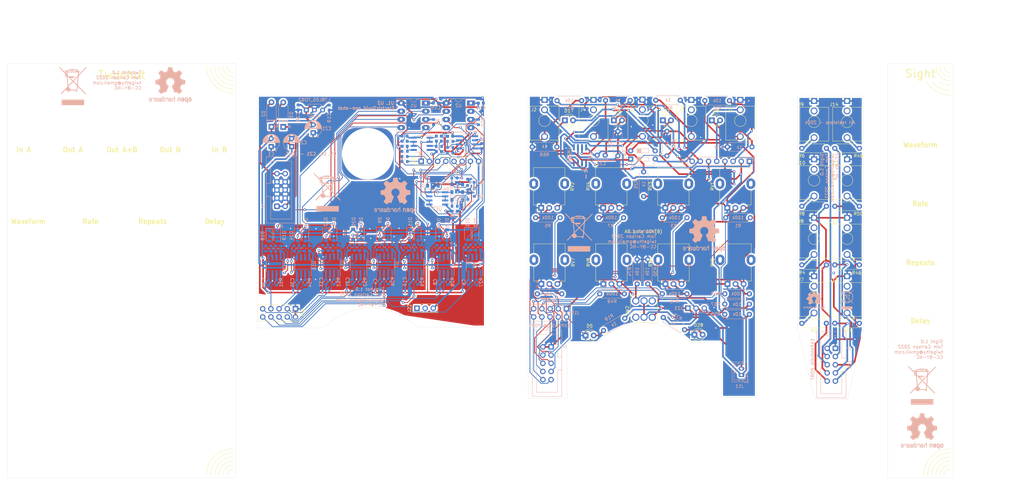
<source format=kicad_pcb>
(kicad_pcb (version 20240108) (generator "pcbnew") (generator_version "8.0")
  (layers (0 "F.Cu" signal) (31 "B.Cu" signal) (34 "B.Paste" user) (35 "F.Paste" user) (36 "B.SilkS" user "B.Silkscreen") (37 "F.SilkS" user "F.Silkscreen") (38 "B.Mask" user) (39 "F.Mask" user) (44 "Edge.Cuts" user))
  (net 0 "")
  (net 1 "+12V")
  (net 2 "Earth")
  (net 3 "-12V")
  (net 4 "REPEATS_2")
  (net 5 "DELAY_2")
  (net 6 "REPEATS_1")
  (net 7 "DELAY_1")
  (net 8 "WAVEFORM_2")
  (net 9 "RATE_2")
  (net 10 "WAVEFORM_1")
  (net 11 "RATE_1")
  (net 12 "Net-(C11-Pad1)")
  (net 13 "Net-(C12-Pad1)")
  (net 14 "+5V")
  (net 15 "OUT_2")
  (net 16 "Net-(C17-Pad1)")
  (net 17 "OUT_1")
  (net 18 "Net-(C18-Pad1)")
  (net 19 "Net-(D2-Pad2)")
  (net 20 "Net-(D3-Pad1)")
  (net 21 "Net-(D6-Pad2)")
  (net 22 "Net-(D6-Pad1)")
  (net 23 "Net-(D7-Pad2)")
  (net 24 "Net-(D7-Pad1)")
  (net 25 "TRIGGER_1_IN")
  (net 26 "Net-(J3-PadT)")
  (net 27 "Net-(J4-PadT)")
  (net 28 "Net-(J6-PadT)")
  (net 29 "TRIGGER_2")
  (net 30 "TRIGGER_1")
  (net 31 "Net-(R1-Pad2)")
  (net 32 "Net-(R3-Pad2)")
  (net 33 "Net-(R5-Pad2)")
  (net 34 "Net-(R7-Pad2)")
  (net 35 "PDM_OUT_2")
  (net 36 "PDM_OUT_1")
  (net 37 "Net-(R17-Pad1)")
  (net 38 "Net-(R20-Pad1)")
  (net 39 "Net-(R21-Pad1)")
  (net 40 "OUT_MIX")
  (net 41 "TRIGGER_2_IN")
  (net 42 "Net-(D8-Pad1)")
  (net 43 "Net-(D17-Pad1)")
  (net 44 "Net-(D26-Pad1)")
  (net 45 "Net-(D27-Pad1)")
  (net 46 "TRIGGER_2_IN_NORMAL")
  (net 47 "TRIGGER_1_IN_NORMAL")
  (net 48 "Net-(J7-PadT)")
  (net 49 "Net-(J8-PadT)")
  (net 50 "Net-(J9-PadT)")
  (net 51 "Net-(J10-PadT)")
  (net 52 "Net-(J11-Pad2)")
  (net 53 "Net-(J12-PadT)")
  (net 54 "Net-(J13-PadT)")
  (net 55 "Net-(J14-PadT)")
  (net 56 "Net-(J15-PadT)")
  (net 57 "Net-(R26-Pad1)")
  (net 58 "Net-(R27-Pad1)")
  (net 59 "Net-(R28-Pad1)")
  (net 60 "Net-(R29-Pad1)")
  (net 61 "Net-(R31-Pad1)")
  (net 62 "Net-(R32-Pad1)")
  (net 63 "Net-(R33-Pad1)")
  (net 64 "Net-(R34-Pad1)")
  (net 65 "Net-(R35-Pad1)")
  (net 66 "Net-(R36-Pad1)")
  (net 67 "Net-(R37-Pad1)")
  (net 68 "Net-(R38-Pad1)")
  (net 69 "Net-(R43-Pad2)")
  (net 70 "Net-(R45-Pad2)")
  (net 71 "Net-(R47-Pad2)")
  (net 72 "Net-(R49-Pad2)")
  (net 73 "Net-(R51-Pad1)")
  (net 74 "Net-(R52-Pad1)")
  (net 75 "Net-(R53-Pad1)")
  (net 76 "Net-(R54-Pad1)")
  (net 77 "TRIG_1_BUTTON")
  (net 78 "Net-(R56-Pad1)")
  (net 79 "TRIG_2_BUTTON")
  (net 80 "Net-(R58-Pad1)")
  (net 81 "Net-(R59-Pad1)")
  (net 82 "Net-(R60-Pad1)")
  (net 83 "Net-(R61-Pad1)")
  (net 84 "Net-(R62-Pad1)")
  (net 85 "Net-(R63-Pad1)")
  (net 86 "Net-(R64-Pad1)")
  (net 87 "Net-(SW2-Pad1)")
  (net 88 "DELAY_1_CV")
  (net 89 "REPEATS_1_CV")
  (net 90 "RATE_1_CV")
  (net 91 "WAVEFORM_1_CV")
  (net 92 "REPEATS_2_CV")
  (net 93 "DELAY_2_CV")
  (net 94 "RATE_2_CV")
  (net 95 "WAVEFORM_2_CV")
  (net 96 "Net-(SW2-Pad6)")
  (net 97 "TRIGGER_2_OPAMP")
  (net 98 "TRIGGER_1_OPAMP")
  (net 99 "TRIGGER_2_LED")
  (net 100 "TRIGGER_1_LED")
  (net 101 "Net-(D5-Pad2)")
  (net 102 "Net-(D28-Pad2)")
  (footprint "LED_THT:LED_D3.0mm" (layer "F.Cu") (at 18.436166 241.575166)
    (property "Reference" "D6")
    (property "Value" "LED")
  )
  (footprint "LED_THT:LED_D3.0mm" (layer "F.Cu") (at 33.633832 241.575166)
    (property "Reference" "D7")
    (property "Value" "LED")
  )
  (footprint "LED_THT:LED_D3.0mm" (layer "F.Cu") (at 48.8315 241.575166)
    (property "Reference" "D8")
    (property "Value" "LED")
  )
  (footprint "Resistor_THT:R_Axial_DIN0207_L6.3mm_D2.5mm_P7.62mm_Horizontal" (layer "F.Cu") (at 84.36102 304.5841 180)
    (property "Reference" "R2")
    (property "Value" "200k")
  )
  (footprint "Resistor_THT:R_Axial_DIN0207_L6.3mm_D2.5mm_P7.62mm_Horizontal" (layer "F.Cu") (at 84.36102 286.44596 180)
    (property "Reference" "R4")
    (property "Value" "200k")
  )
  (footprint "Resistor_THT:R_Axial_DIN0207_L6.3mm_D2.5mm_P7.62mm_Horizontal" (layer "F.Cu") (at 84.36102 250.25604 180)
    (property "Reference" "R6")
    (property "Value" "200k")
  )
  (footprint "Resistor_THT:R_Axial_DIN0207_L6.3mm_D2.5mm_P7.62mm_Horizontal" (layer "F.Cu") (at 84.36102 268.24686 180)
    (property "Reference" "R8")
    (property "Value" "200k")
  )
  (footprint "LED_THT:LED_D3.0mm" (layer "F.Cu") (at 3.2385 241.575166)
    (property "Reference" "D17")
    (property "Value" "LED")
  )
  (footprint "Connector_Audio:Jack_3.5mm_QingPu_WQP-PJ398SM_Vertical_CircularHoles" (layer "F.Cu") (at 80.54086 271.82318)
    (property "Reference" "J8")
    (property "Value" "AudioJack2")
  )
  (footprint "Connector_Audio:Jack_3.5mm_QingPu_WQP-PJ398SM_Vertical_CircularHoles" (layer "F.Cu") (at 80.54086 235.55198)
    (property "Reference" "J9")
    (property "Value" "AudioJack2")
  )
  (footprint "Connector_Audio:Jack_3.5mm_QingPu_WQP-PJ398SM_Vertical_CircularHoles" (layer "F.Cu") (at 80.54086 253.68758)
    (property "Reference" "J10")
    (property "Value" "AudioJack2")
  )
  (footprint "Connector_Audio:Jack_3.5mm_QingPu_WQP-PJ398SM_Vertical_CircularHoles" (layer "F.Cu") (at 90.77706 253.68758)
    (property "Reference" "J15")
    (property "Value" "AudioJack2")
  )
  (footprint "Resistor_THT:R_Axial_DIN0207_L6.3mm_D2.5mm_P7.62mm_Horizontal" (layer "F.Cu") (at 86.96452 304.5841)
    (property "Reference" "R44")
    (property "Value" "200k")
  )
  (footprint "Resistor_THT:R_Axial_DIN0207_L6.3mm_D2.5mm_P7.62mm_Horizontal" (layer "F.Cu") (at 86.96452 286.44596)
    (property "Reference" "R46")
    (property "Value" "200k")
  )
  (footprint "Resistor_THT:R_Axial_DIN0207_L6.3mm_D2.5mm_P7.62mm_Horizontal" (layer "F.Cu") (at 86.96452 268.24686)
    (property "Reference" "R50")
    (property "Value" "200k")
  )
  (footprint "Potentiometer_THT:Potentiometer_Alpha_RD901F-40-00D_Single_Vertical" (layer "F.Cu") (at 15.19174 292.37432 90)
    (property "Reference" "RV8")
    (property "Value" "10k")
  )
  (footprint "Connector_Audio:Jack_3.5mm_QingPu_WQP-PJ398SM_Vertical_CircularHoles" (layer "F.Cu") (at 27.305 235.1405)
    (property "Reference" "J6")
    (property "Value" "AudioJack2")
  )
  (footprint "Potentiometer_THT:Potentiometer_Alpha_RD901F-40-00D_Single_Vertical" (layer "F.Cu") (at -4.098714 268.74216 90)
    (property "Reference" "RV2")
    (property "Value" "10k")
  )
  (footprint "Connector_Audio:Jack_3.5mm_QingPu_WQP-PJ398SM_Vertical_CircularHoles" (layer "F.Cu") (at -3.048 235.204)
    (property "Reference" "J2")
    (property "Value" "AudioJack2_SwitchT")
  )
  (footprint "Potentiometer_THT:Potentiometer_Alpha_RD901F-40-00D_Single_Vertical" (layer "F.Cu") (at -4.05638 292.37432 90)
    (property "Reference" "RV7")
    (property "Value" "10k")
  )
  (footprint "Potentiometer_THT:Potentiometer_Alpha_RD901F-40-00D_Single_Vertical" (layer "F.Cu") (at 15.142337 268.74216 90)
    (property "Reference" "RV4")
    (property "Value" "10k")
  )
  (footprint "Connector_Audio:Jack_3.5mm_QingPu_WQP-PJ398SM_Vertical_CircularHoles" (layer "F.Cu") (at 42.4815 235.204)
    (property "Reference" "J3")
    (property "Value" "AudioJack2")
  )
  (footprint "Potentiometer_THT:Potentiometer_Alpha_RD901F-40-00D_Single_Vertical" (layer "F.Cu") (at 53.62444 268.74216 90)
    (property "Reference" "RV1")
    (property "Value" "10k")
  )
  (footprint "Potentiometer_THT:Potentiometer_Alpha_RD901F-40-00D_Single_Vertical" (layer "F.Cu") (at 34.43986 292.37432 90)
    (property "Reference" "RV6")
    (property "Value" "10k")
  )
  (footprint "Potentiometer_THT:Potentiometer_Alpha_RD901F-40-00D_Single_Vertical" (layer "F.Cu") (at 34.383388 268.74216 90)
    (property "Reference" "RV3")
    (property "Value" "10k")
  )
  (footprint "Connector_Audio:Jack_3.5mm_QingPu_WQP-PJ398SM_Vertical_CircularHoles" (layer "F.Cu") (at 12.1285 235.204)
    (property "Reference" "J4")
    (property "Value" "AudioJack2")
  )
  (footprint "Connector_Audio:Jack_3.5mm_QingPu_WQP-PJ398SM_Vertical_CircularHoles" (layer "F.Cu") (at 80.54086 289.95878)
    (property "Reference" "J7")
    (property "Value" "AudioJack2")
  )
  (footprint "Connector_Audio:Jack_3.5mm_QingPu_WQP-PJ398SM_Vertical_CircularHoles" (layer "F.Cu") (at 57.658 235.204)
    (property "Reference" "J1")
    (property "Value" "AudioJack2_SwitchT")
  )
  (footprint "MountingHole:MountingHole_6mm" (layer "F.Cu") (at -57.86628 251.96292)
    (property "Reference" "REF**")
    (property "Value" "MountingHole_6mm")
  )
  (footprint "MountingHole:MountingHole_6mm" (layer "F.Cu") (at -134.20725 321.9069)
    (property "Reference" "REF**")
    (property "Value" "MountingHole_6mm")
  )
  (footprint "Connector_PinHeader_2.54mm:PinHeader_2x05_P2.54mm_Vertical" (layer "F.Cu") (at -80.29702 300.07052 -90)
    (property "Reference" "J18")
    (property "Value" "Conn_02x05_Odd_Even")
  )
  (footprint "Connector_PinHeader_2.54mm:PinHeader_1x08_P2.54mm_Vertical" (layer "F.Cu") (at -41.28516 254.29464 90)
    (property "Reference" "J20")
    (property "Value" "Conn_01x08_Male")
  )
  (footprint "Connector_PinHeader_2.54mm:PinHeader_1x03_P2.54mm_Vertical" (layer "F.Cu") (at -42.61612 299.91812 90)
    (property "Reference" "J22")
    (property "Value" "Conn_01x03_Male")
  )
  (footprint "Potentiometer_THT:Potentiometer_Alpha_RD901F-40-00D_Single_Vertical" (layer "F.Cu") (at 53.68798 292.37432 90)
    (property "Reference" "RV5")
    (property "Value" "10k")
  )
  (footprint "Connector_Audio:Jack_3.5mm_QingPu_WQP-PJ398SM_Vertical_CircularHoles" (layer "F.Cu") (at 90.77706 235.55198)
    (property "Reference" "J14")
    (property "Value" "AudioJack2")
  )
  (footprint "Resistor_THT:R_Axial_DIN0207_L6.3mm_D2.5mm_P7.62mm_Horizontal" (layer "F.Cu") (at 86.96452 250.25604)
    (property "Reference" "R48")
    (property "Value" "200k")
  )
  (footprint "Connector_Audio:Jack_3.5mm_QingPu_WQP-PJ398SM_Vertical_CircularHoles" (layer "F.Cu") (at 90.77706 271.82318)
    (property "Reference" "J13")
    (property "Value" "AudioJack2")
  )
  (footprint "Connector_Audio:Jack_3.5mm_QingPu_WQP-PJ398SM_Vertical_CircularHoles" (layer "F.Cu") (at 90.77706 289.95878)
    (property "Reference" "J12")
    (property "Value" "AudioJack2")
  )
  (footprint "RS:2MD6T1B5M2RE" (layer "F.Cu") (at 27.80284 300.66742)
    (property "Reference" "SW2")
    (property "Value" "SW_DPDT_x2")
  )
  (footprint "MountingHole:MountingHole_6mm" (layer "F.Cu") (at -164.592 241.808)
    (property "Reference" "REF**" (hide yes))
    (property "Value" "MountingHole_6mm")
  )
  (footprint "MountingHole:MountingHole_6mm" (layer "F.Cu") (at -149.352 241.808)
    (property "Reference" "REF**" (hide yes))
    (property "Value" "MountingHole_6mm")
  )
  (footprint "MountingHole:MountingHole_6mm" (layer "F.Cu") (at -134.239 241.808)
    (property "Reference" "REF**" (hide yes))
    (property "Value" "MountingHole_6mm")
  )
  (footprint "MountingHole:MountingHole_6mm" (layer "F.Cu") (at -119.126 241.808)
    (property "Reference" "REF**" (hide yes))
    (property "Value" "MountingHole_6mm")
  )
  (footprint "MountingHole:MountingHole_6mm" (layer "F.Cu") (at -103.886 241.808)
    (property "Reference" "REF**" (hide yes))
    (property "Value" "MountingHole_6mm")
  )
  (footprint "MountingHole:MountingHole_6mm" (layer "F.Cu") (at -163.1315 261.239)
    (property "Reference" "REF**" (hide yes))
    (property "Value" "MountingHole_6mm")
  )
  (footprint "MountingHole:MountingHole_6mm" (layer "F.Cu") (at -143.891 261.239)
    (property "Reference" "REF**" (hide yes))
    (property "Value" "MountingHole_6mm")
  )
  (footprint "MountingHole:MountingHole_6mm" (layer "F.Cu") (at -124.714 261.239)
    (property "Reference" "REF**" (hide yes))
    (property "Value" "MountingHole_6mm")
  )
  (footprint "MountingHole:MountingHole_6mm" (layer "F.Cu") (at -105.41 261.239)
    (property "Reference" "REF**" (hide yes))
    (property "Value" "MountingHole_6mm")
  )
  (footprint "MountingHole:MountingHole_6mm" (layer "F.Cu") (at -163.195 284.861)
    (property "Reference" "REF**" (hide yes))
    (property "Value" "MountingHole_6mm")
  )
  (footprint "MountingHole:MountingHole_6mm" (layer "F.Cu") (at -143.891 284.861)
    (property "Reference" "REF**" (hide yes))
    (property "Value" "MountingHole_6mm")
  )
  (footprint "MountingHole:MountingHole_6mm" (layer "F.Cu") (at -124.714 284.861)
    (property "Reference" "REF**" (hide yes))
    (property "Value" "MountingHole_6mm")
  )
  (footprint "MountingHole:MountingHole_6mm" (layer "F.Cu") (at -105.283 284.861)
    (property "Reference" "REF**" (hide yes))
    (property "Value" "MountingHole_6mm")
  )
  (footprint "MountingHole:MountingHole_6mm" (layer "F.Cu") (at -157.099 241.554)
    (property "Reference" "REF**" (hide yes))
    (property "Value" "MountingHole_6mm")
  )
  (footprint "MountingHole:MountingHole_6mm" (layer "F.Cu") (at -141.859 241.554)
    (property "Reference" "REF**" (hide yes))
    (property "Value" "MountingHole_6mm")
  )
  (footprint "MountingHole:MountingHole_6mm" (layer "F.Cu") (at -126.619 241.554)
    (property "Reference" "REF**" (hide yes))
    (property "Value" "MountingHole_6mm")
  )
  (footprint "MountingHole:MountingHole_6mm" (layer "F.Cu") (at -111.4425 241.554)
    (property "Reference" "REF**" (hide yes))
    (property "Value" "MountingHole_6mm")
  )
  (footprint "MountingHole:MountingHole_6mm" (layer "F.Cu") (at 108.331 242.1255)
    (property "Reference" "REF**" (hide yes))
    (property "Value" "MountingHole_6mm")
  )
  (footprint "MountingHole:MountingHole_6mm" (layer "F.Cu") (at 118.5545 242.1255)
    (property "Reference" "REF**" (hide yes))
    (property "Value" "MountingHole_6mm")
  )
  (footprint "MountingHole:MountingHole_6mm" (layer "F.Cu") (at 108.331 260.223)
    (property "Reference" "REF**" (hide yes))
    (property "Value" "MountingHole_6mm")
  )
  (footprint "MountingHole:MountingHole_6mm" (layer "F.Cu") (at 118.5545 260.223)
    (property "Reference" "REF**" (hide yes))
    (property "Value" "MountingHole_6mm")
  )
  (footprint "MountingHole:MountingHole_6mm" (layer "F.Cu") (at 118.5545 278.384)
    (property "Reference" "REF**" (hide yes))
    (property "Value" "MountingHole_6mm")
  )
  (footprint "MountingHole:MountingHole_6mm" (layer "F.Cu") (at 108.331 278.384)
    (property "Reference" "REF**" (hide yes))
    (property "Value" "MountingHole_6mm")
  )
  (footprint "MountingHole:MountingHole_6mm" (layer "F.Cu") (at 108.331 296.545)
    (property "Reference" "REF**" (hide yes))
    (property "Value" "MountingHole_6mm")
  )
  (footprint "MountingHole:MountingHole_6mm" (layer "F.Cu") (at 118.5545 296.545)
    (property "Reference" "REF**" (hide yes))
    (property "Value" "MountingHole_6mm")
  )
  (footprint "MountingHole:MountingHole_6mm" (layer "F.Cu") (at -134.20725 300.736)
    (property "Reference" "REF**" (hide yes))
    (property "Value" "MountingHole_6mm")
  )
  (footprint "LED_THT:LED_D3.0mm" (layer "F.Cu") (at 9.652 308.356)
    (property "Reference" "D5")
    (property "Value" "LED")
  )
  (footprint "LED_THT:LED_D3.0mm" (layer "F.Cu") (at 43.434 308.102)
    (property "Reference" "D28")
    (property "Value" "LED")
  )
  (footprint "Capacitor_THT:CP_Radial_D5.0mm_P2.50mm" (layer "B.Cu") (at -87.83574 249.7455 90)
    (property "Reference" "C1")
    (property "Value" "10u")
  )
  (footprint "Capacitor_THT:CP_Radial_D5.0mm_P2.50mm" (layer "B.Cu") (at -81.46034 249.7201 90)
    (property "Reference" "C2")
    (property "Value" "10u")
  )
  (footprint "Capacitor_SMD:C_0603_1608Metric" (layer "B.Cu") (at -69.82968 237.60908 -90)
    (property "Reference" "C19")
    (property "Value" "100n")
  )
  (footprint "Capacitor_SMD:C_0603_1608Metric" (layer "B.Cu") (at -79.46898 237.57098 -90)
    (property "Reference" "C20")
    (property "Value" "100n")
  )
  (footprint "Capacitor_THT:CP_Radial_D5.0mm_P2.50mm" (layer "B.Cu") (at -74.79538 245.44528 90)
    (property "Reference" "C21")
    (property "Value" "10u")
  )
  (footprint "Diode_THT:D_A-405_P7.62mm_Horizontal" (layer "B.Cu") (at -87.73414 243.5606 90)
    (property "Reference" "D2")
    (property "Value" "D_Schottky")
  )
  (footprint "Connector_IDC:IDC-Header_2x05_P2.54mm_Vertical" (layer "B.Cu") (at -86.03996 268.2748)
    (property "Reference" "J5")
    (property "Value" "Conn_02x05_Odd_Even")
  )
  (footprint "Resistor_THT:R_Axial_DIN0207_L6.3mm_D2.5mm_P7.62mm_Horizontal" (layer "B.Cu") (at 60.7568 271.8054 180)
    (property "Reference" "R1")
    (property "Value" "100k")
  )
  (footprint "Resistor_THT:R_Axial_DIN0207_L6.3mm_D2.5mm_P7.62mm_Horizontal" (layer "B.Cu") (at 41.106512 271.8054 180)
    (property "Reference" "R3")
    (property "Value" "100k")
  )
  (footprint "Resistor_THT:R_Axial_DIN0207_L6.3mm_D2.5mm_P7.62mm_Horizontal" (layer "B.Cu") (at 1.80594 271.8054 180)
    (property "Reference" "R5")
    (property "Value" "100k")
  )
  (footprint "Resistor_THT:R_Axial_DIN0207_L6.3mm_D2.5mm_P7.62mm_Horizontal" (layer "B.Cu") (at 21.456226 271.8054 180)
    (property "Reference" "R7")
    (property "Value" "100k")
  )
  (footprint "Resistor_THT:R_Axial_DIN0207_L6.3mm_D2.5mm_P7.62mm_Horizontal" (layer "B.Cu") (at 54.2925 235.458 180)
    (property "Reference" "R11")
    (property "Value" "10k")
  )
  (footprint "Resistor_THT:R_Axial_DIN0207_L6.3mm_D2.5mm_P7.62mm_Horizontal" (layer "B.Cu") (at 31.4325 235.331)
    (property "Reference" "R15")
    (property "Value" "1k")
  )
  (footprint "Resistor_THT:R_Axial_DIN0207_L6.3mm_D2.5mm_P7.62mm_Horizontal" (layer "B.Cu") (at 15.875 235.3945)
    (property "Reference" "R16")
    (property "Value" "1k")
  )
  (footprint "Resistor_THT:R_Axial_DIN0207_L6.3mm_D2.5mm_P7.62mm_Horizontal" (layer "B.Cu") (at 19.706166 252.603 90)
    (property "Reference" "R22")
    (property "Value" "1k")
  )
  (footprint "Resistor_THT:R_Axial_DIN0207_L6.3mm_D2.5mm_P7.62mm_Horizontal" (layer "B.Cu") (at 27.686 257.556 -90)
    (property "Reference" "R25")
    (property "Value" "1k")
  )
  (footprint "Package_DIP:DIP-8_W7.62mm_Socket_LongPads" (layer "B.Cu") (at -39.878 236.22 180)
    (property "Reference" "U1")
    (property "Value" "ONESHOT")
  )
  (footprint "Package_DIP:DIP-8_W7.62mm_Socket_LongPads" (layer "B.Cu") (at -25.908 236.22 180)
    (property "Reference" "U2")
    (property "Value" "ONESHOT")
  )
  (footprint "Package_TO_SOT_THT:TO-92_Inline_Wide" (layer "B.Cu") (at -76.94168 238.37138)
    (property "Reference" "U10")
    (property "Value" "L78L05_TO92")
  )
  (footprint "Diode_THT:D_A-405_P7.62mm_Horizontal" (layer "B.Cu") (at -84.07654 243.6241 90)
    (property "Reference" "D3")
    (property "Value" "D_Schottky")
  )
  (footprint "Resistor_THT:R_Axial_DIN0207_L6.3mm_D2.5mm_P7.62mm_Horizontal" (layer "B.Cu") (at 52.85994 295.43248)
    (property "Reference" "R43")
    (property "Value" "100k")
  )
  (footprint "Resistor_THT:R_Axial_DIN0207_L6.3mm_D2.5mm_P7.62mm_Horizontal" (layer "B.Cu") (at 33.472966 295.43248)
    (property "Reference" "R45")
    (property "Value" "100k")
  )
  (footprint "Resistor_THT:R_Axial_DIN0207_L6.3mm_D2.5mm_P7.62mm_Horizontal" (layer "B.Cu") (at -5.30098 295.43248)
    (property "Reference" "R47")
    (property "Value" "100k")
  )
  (footprint "Resistor_THT:R_Axial_DIN0207_L6.3mm_D2.5mm_P7.62mm_Horizontal" (layer "B.Cu") (at 14.085993 295.43248)
    (property "Reference" "R49")
    (property "Value" "100k")
  )
  (footprint "Resistor_THT:R_Axial_DIN0207_L6.3mm_D2.5mm_P7.62mm_Horizontal" (layer "B.Cu") (at 52.85486 301.80534)
    (property "Reference" "R55")
    (property "Value" "10k")
  )
  (footprint "Resistor_THT:R_Axial_DIN0207_L6.3mm_D2.5mm_P7.62mm_Horizontal" (layer "B.Cu") (at 0.762 249.809 180)
    (property "Reference" "R69")
    (property "Value" "1k")
  )
  (footprint "Resistor_THT:R_Axial_DIN0207_L6.3mm_D2.5mm_P7.62mm_Horizontal" (layer "B.Cu") (at 61.2775 249.809 180)
    (property "Reference" "R70")
    (property "Value" "1k")
  )
  (footprint "Symbol:WEEE-Logo_8.4x12mm_SilkScreen" (layer "B.Cu") (at -149.352 230.886 180)
    (property "Reference" "REF**" (hide yes))
    (property "Value" "WEEE-Logo_8.4x12mm_SilkScreen" (hide yes))
  )
  (footprint "Symbol:OSHW-Logo2_14.6x12mm_SilkScreen" (layer "B.Cu") (at -119.126 230.632 180)
    (property "Reference" "REF**" (hide yes))
    (property "Value" "OSHW-Logo2_14.6x12mm_SilkScreen" (hide yes))
  )
  (footprint "Connector_JST:JST_PH_B2B-PH-K_1x02_P2.00mm_Vertical" (layer "B.Cu") (at 58.00344 320.6496 90)
    (property "Reference" "J11")
    (property "Value" "Conn_02x01")
  )
  (footprint "Resistor_THT:R_Axial_DIN0207_L6.3mm_D2.5mm_P7.62mm_Horizontal" (layer "B.Cu") (at 0.8255 235.458)
    (property "Reference" "R12")
    (property "Value" "10k")
  )
  (footprint "Resistor_THT:R_Axial_DIN0207_L6.3mm_D2.5mm_P7.62mm_Horizontal" (layer "B.Cu") (at 34.903832 252.603 90)
    (property "Reference" "R23")
    (property "Value" "1k")
  )
  (footprint "Button_Switch_THT:SW_DIP_SPSTx02_Slide_6.7x6.64mm_W7.62mm_P2.54mm_LowProfile" (layer "B.Cu") (at 23.6474 253.57836)
    (property "Reference" "SW1")
    (property "Value" "SW_DIP_x02")
  )
  (footprint "Connector_IDC:IDC-Header_2x05_P2.54mm_Vertical" (layer "B.Cu") (at 87.1474 312.36158 180)
    (property "Reference" "J16")
    (property "Value" "Conn_02x05_Odd_Even")
  )
  (footprint "Connector_IDC:IDC-Header_2x05_P2.54mm_Vertical" (layer "B.Cu") (at -1.016 311.912 180)
    (property "Reference" "J17")
    (property "Value" "Conn_02x05_Odd_Even")
  )
  (footprint "Package_SO:SOIC-8_3.9x4.9mm_P1.27mm" (layer "B.Cu") (at 7.9375 252.4125 90)
    (property "Reference" "U5")
    (property "Value" "LM358")
  )
  (footprint "Package_SO:SOIC-8_3.9x4.9mm_P1.27mm" (layer "B.Cu") (at -86.8045 286.639 90)
    (property "Reference" "U13")
    (property "Value" "TL072")
  )
  (footprint "Package_SO:SOIC-8_3.9x4.9mm_P1.27mm" (layer "B.Cu") (at -68.961 286.4485 90)
    (property "Reference" "U15")
    (property "Value" "TL072")
  )
  (footprint "Package_SO:SOIC-8_3.9x4.9mm_P1.27mm" (layer "B.Cu") (at -52.197 286.3215 90)
    (property "Reference" "U7")
    (property "Value" "TL072")
  )
  (footprint "Package_SO:SOIC-8_3.9x4.9mm_P1.27mm" (layer "B.Cu") (at -36.322 265.811)
    (property "Reference" "U17")
    (property "Value" "LM358")
  )
  (footprint "Package_SO:SOIC-8_3.9x4.9mm_P1.27mm" (layer "B.Cu") (at -43.053 286.385 90)
    (property "Reference" "U11")
    (property "Value" "TL072")
  )
  (footprint "Package_SO:SOIC-8_3.9x4.9mm_P1.27mm" (layer "B.Cu") (at -24.765 286.512 90)
    (property "Reference" "U8")
    (property "Value" "TL072")
  )
  (footprint "Package_SO:SOIC-8_3.9x4.9mm_P1.27mm" (layer "B.Cu") (at -33.655 286.4485 90)
    (property "Reference" "U9")
    (property "Value" "TL072")
  )
  (footprint "Package_SO:SOIC-8_3.9x4.9mm_P1.27mm" (layer "B.Cu") (at -77.9145 286.639 90)
    (property "Reference" "U16")
    (property "Value" "TL072")
  )
  (footprint "Package_SO:SOIC-8_3.9x4.9mm_P1.27mm" (layer "B.Cu") (at -60.7695 286.4485 90)
    (property "Reference" "U14")
    (property "Value" "TL072")
  )
  (footprint "Diode_SMD:D_SOD-123" (layer "B.Cu") (at -62.4205 277.0505 -90)
    (property "Reference" "D20")
    (property "Value" "BAT42")
  )
  (footprint "Diode_SMD:D_SOD-123" (layer "B.Cu") (at -85.979 277.4315 -90)
    (property "Reference" "D19")
    (property "Value" "BAT42")
  )
  (footprint "Diode_SMD:D_SOD-123" (layer "B.Cu") (at -59.944 277.0505 -90)
    (property "Reference" "D21")
    (property "Value" "BAT42")
  )
  (footprint "Diode_SMD:D_SOD-123" (layer "B.Cu") (at -30.099 266.2555)
    (property "Reference" "D27")
    (property "Value" "1N4148W")
  )
  (footprint "Diode_SMD:D_SOD-123" (layer "B.Cu") (at -35.7505 277.241 -90)
    (property "Reference" "D14")
    (property "Value" "BAT42")
  )
  (footprint "Diode_SMD:D_SOD-123" (layer "B.Cu") (at -30.099 261.4295)
    (property "Reference" "D26")
    (property "Value" "1N4148W")
  )
  (footprint "Diode_SMD:D_SOD-123" (layer "B.Cu") (at -42.3545 277.114 -90)
    (property "Reference" "D16")
    (property "Value" "BAT42")
  )
  (footprint "Diode_SMD:D_SOD-123" (layer "B.Cu") (at -88.4555 277.4315 -90)
    (property "Reference" "D18")
    (property "Value" "BAT42")
  )
  (footprint "Diode_SMD:D_SOD-123" (layer "B.Cu") (at -44.7675 277.114 -90)
    (property "Reference" "D15")
    (property "Value" "BAT42")
  )
  (footprint "Diode_SMD:D_SOD-123" (layer "B.Cu") (at -68.453 277.241 -90)
    (property "Reference" "D23")
    (property "Value" "BAT42")
  )
  (footprint "Diode_SMD:D_SOD-123" (layer "B.Cu") (at -70.866 277.241 -90)
    (property "Reference" "D22")
    (property "Value" "BAT42")
  )
  (footprint "Diode_SMD:D_SOD-123" (layer "B.Cu") (at -77.216 277.368 -90)
    (property "Reference" "D25")
    (property "Value" "BAT42")
  )
  (footprint "Diode_SMD:D_SOD-123" (layer "B.Cu") (at -79.629 277.368 -90)
    (property "Reference" "D24")
    (property "Value" "BAT42")
  )
  (footprint "Diode_SMD:D_SOD-123" (layer "B.Cu") (at -33.3375 277.241 -90)
    (property "Reference" "D13")
    (property "Value" "BAT42")
  )
  (footprint "Diode_SMD:D_SOD-123" (layer "B.Cu") (at -24.4475 277.0505 -90)
    (property "Reference" "D12")
    (property "Value" "BAT42")
  )
  (footprint "Diode_SMD:D_SOD-123" (layer "B.Cu") (at -26.8605 277.0505 -90)
    (property "Reference" "D11")
    (property "Value" "BAT42")
  )
  (footprint "Diode_SMD:D_SOD-123" (layer "B.Cu") (at -51.689 276.987 -90)
    (property "Reference" "D10")
    (property "Value" "BAT42")
  )
  (footprint "Diode_SMD:D_SOD-123" (layer "B.Cu") (at -54.1655 276.987 -90)
    (property "Reference" "D9")
    (property "Value" "BAT42")
  )
  (footprint "Capacitor_SMD:C_0603_1608Metric" (layer "B.Cu") (at -30.9245 269.8115)
    (property "Reference" "C36")
    (property "Value" "100n")
  )
  (footprint "Capacitor_SMD:C_0603_1608Metric" (layer "B.Cu") (at -79.8195 291.9225 -90)
    (property "Reference" "C35")
    (property "Value" "100n")
  )
  (footprint "Capacitor_SMD:C_0603_1608Metric" (layer "B.Cu") (at -70.866 291.719 -90)
    (property "Reference" "C33")
    (property "Value" "100n")
  )
  (footprint "Capacitor_SMD:C_0603_1608Metric" (layer "B.Cu") (at -67.056 281.165 90)
    (property "Reference" "C32" (hide yes))
    (property "Value" "100n")
  )
  (footprint "Capacitor_SMD:C_0603_1608Metric" (layer "B.Cu") (at -62.6745 291.732 -90)
    (property "Reference" "C31")
    (property "Value" "100n")
  )
  (footprint "Capacitor_SMD:C_0603_1608Metric" (layer "B.Cu") (at -58.8645 281.1275 90)
    (property "Reference" "C30" (hide yes))
    (property "Value" "100n")
  )
  (footprint "Capacitor_SMD:C_0603_1608Metric" (layer "B.Cu") (at -88.7095 291.9225 -90)
    (property "Reference" "C29")
    (property "Value" "100n")
  )
  (footprint "Capacitor_SMD:C_0603_1608Metric" (layer "B.Cu") (at -76.0095 281.318 90)
    (property "Reference" "C34" (hide yes))
    (property "Value" "100n")
  )
  (footprint "Resistor_SMD:R_0603_1608Metric" (layer "B.Cu") (at -86.42858 281.36038 -90)
    (property "Reference" "R65" (hide yes))
    (property "Value" "4.7k")
  )
  (footprint "Resistor_SMD:R_0603_1608Metric" (layer "B.Cu") (at -30.9245 268.224 180)
    (property "Reference" "R72")
    (property "Value" "10k")
  )
  (footprint "Resistor_SMD:R_0603_1608Metric" (layer "B.Cu") (at -30.9885 259.461 180)
    (property "Reference" "R71")
    (property "Value" "10k")
  )
  (footprint "Resistor_SMD:R_0603_1608Metric" (layer "B.Cu") (at -79.1845 281.305 -90)
    (property "Reference" "R68" (hide yes))
    (property "Value" "4.7k")
  )
  (footprint "Resistor_SMD:R_0603_1608Metric" (layer "B.Cu") (at -70.231 281.178 -90)
    (property "Reference" "R67" (hide yes))
    (property "Value" "4.7k")
  )
  (footprint "Resistor_SMD:R_0603_1608Metric" (layer "B.Cu") (at -60.3885 281.1145 90)
    (property "Reference" "R62" (hide yes))
    (property "Value" "100k")
  )
  (footprint "Resistor_SMD:R_0603_1608Metric" (layer "B.Cu") (at -61.976 281.1145 -90)
    (property "Reference" "R66" (hide yes))
    (property "Value" "4.7k")
  )
  (footprint "Resistor_SMD:R_0603_1608Metric" (layer "B.Cu") (at -77.597 281.305 90)
    (property "Reference" "R64" (hide yes))
    (property "Value" "100k")
  )
  (footprint "Resistor_SMD:R_0603_1608Metric" (layer "B.Cu") (at -68.6435 281.1785 90)
    (property "Reference" "R63" (hide yes))
    (property "Value" "100k")
  )
  (footprint "Resistor_SMD:R_0603_1608Metric" (layer "B.Cu") (at -80.772 281.305 90)
    (property "Reference" "R60" (hide yes))
    (property "Value" "100k")
  )
  (footprint "Resistor_SMD:R_0603_1608Metric" (layer "B.Cu") (at -71.8185 281.1775 -90)
    (property "Reference" "R59" (hide yes))
    (property "Value" "100k")
  )
  (footprint "Resistor_SMD:R_0603_1608Metric" (layer "B.Cu") (at -63.5635 281.115 -90)
    (property "Reference" "R58" (hide yes))
    (property "Value" "100k")
  )
  (footprint "Resistor_THT:R_Axial_DIN0207_L6.3mm_D2.5mm_P7.62mm_Horizontal" (layer "B.Cu") (at 52.85486 298.63034)
    (property "Reference" "R57")
    (property "Value" "10k")
  )
  (footprint "Resistor_SMD:R_0603_1608Metric" (layer "B.Cu") (at -60.1345 291.7195 90)
    (property "Reference" "R52")
    (property "Value" "100k")
  )
  (footprint "Resistor_SMD:R_0603_1608Metric" (layer "B.Cu") (at -86.1695 291.91 90)
    (property "Reference" "R51")
    (property "Value" "100k")
  )
  (footprint "Resistor_SMD:R_0603_1608Metric" (layer "B.Cu") (at -24.4475 280.987 -90)
    (property "Reference" "R40" (hide yes))
    (property "Value" "4.7k")
  )
  (footprint "Resistor_SMD:R_0603_1608Metric" (layer "B.Cu") (at -51.8795 280.9875 -90)
    (property "Reference" "R39" (hide yes))
    (property "Value" "4.7k")
  )
  (footprint "Resistor_SMD:R_0603_1608Metric" (layer "B.Cu") (at -34.8615 281.178 90)
    (property "Reference" "R37" (hide yes))
    (property "Value" "100k")
  )
  (footprint "Resistor_SMD:R_0603_1608Metric" (layer "B.Cu") (at -25.9715 280.987 90)
    (property "Reference" "R36" (hide yes))
    (property "Value" "100k")
  )
  (footprint "Resistor_SMD:R_0603_1608Metric" (layer "B.Cu") (at -68.326 291.719 90)
    (property "Reference" "R53")
    (property "Value" "100k")
  )
  (footprint "Resistor_SMD:R_0603_1608Metric" (layer "B.Cu") (at -45.22216 281.09468 -90)
    (property "Reference" "R34" (hide yes))
    (property "Value" "100k")
  )
  (footprint "Resistor_SMD:R_0603_1608Metric" (layer "B.Cu") (at -87.9475 281.36138 90)
    (property "Reference" "R56" (hide yes))
    (property "Value" "100k")
  )
  (footprint "Resistor_SMD:R_0603_1608Metric" (layer "B.Cu") (at -77.2795 291.9095 90)
    (property "Reference" "R54")
    (property "Value" "100k")
  )
  (footprint "Resistor_SMD:R_0603_1608Metric" (layer "B.Cu") (at -53.467 280.9875 -90)
    (property "Reference" "R35" (hide yes))
    (property "Value" "100k")
  )
  (footprint "Resistor_SMD:R_0603_1608Metric" (layer "B.Cu") (at -89.53246 281.36342 -90)
    (property "Reference" "R61" (hide yes))
    (property "Value" "100k")
  )
  (footprint "Resistor_SMD:R_0603_1608Metric" (layer "B.Cu") (at -27.4955 280.987 90)
    (property "Reference" "R32" (hide yes))
    (property "Value" "100k")
  )
  (footprint "Resistor_SMD:R_0603_1608Metric" (layer "B.Cu") (at -33.274 281.178 -90)
    (property "Reference" "R41" (hide yes))
    (property "Value" "4.7k")
  )
  (footprint "Resistor_SMD:R_0603_1608Metric" (layer "B.Cu") (at -33.02 291.7185 90)
    (property "Reference" "R28")
    (property "Value" "100k")
  )
  (footprint "Resistor_SMD:R_0603_1608Metric" (layer "B.Cu") (at -46.89348 281.06116 90)
    (property "Reference" "R38" (hide yes))
    (property "Value" "100k")
  )
  (footprint "Resistor_SMD:R_0603_1608Metric" (layer "B.Cu") (at -55.0545 280.9875 90)
    (property "Reference" "R31" (hide yes))
    (property "Value" "100k")
  )
  (footprint "Resistor_SMD:R_0603_1608Metric" (layer "B.Cu") (at -43.434 281.051 90)
    (property "Reference" "R42" (hide yes))
    (property "Value" "4.7k")
  )
  (footprint "Resistor_SMD:R_0603_1608Metric" (layer "B.Cu") (at -42.38752 291.6931 90)
    (property "Reference" "R29")
    (property "Value" "100k")
  )
  (footprint "Resistor_SMD:R_0603_1608Metric" (layer "B.Cu") (at -36.3855 281.178 90)
    (property "Reference" "R33" (hide yes))
    (property "Value" "100k")
  )
  (footprint "Capacitor_SMD:C_0603_1608Metric" (layer "B.Cu") (at -22.86 280.9745 90)
    (property "Reference" "C5" (hide yes))
    (property "Value" "100n")
  )
  (footprint "Capacitor_SMD:C_0603_1608Metric" (layer "B.Cu") (at -22.7965 236.22)
    (property "Reference" "C13")
    (property "Value" "100n")
  )
  (footprint "Capacitor_SMD:C_0603_1608Metric" (layer "B.Cu") (at -50.292 281.0005 90)
    (property "Reference" "C3" (hide yes))
    (property "Value" "100n")
  )
  (footprint "Capacitor_SMD:C_0603_1608Metric" (layer "B.Cu") (at -54.102 291.605 -90)
    (property "Reference" "C4")
    (property "Value" "100n")
  )
  (footprint "Capacitor_SMD:C_0603_1608Metric" (layer "B.Cu") (at -26.67 291.859 -90)
    (property "Reference" "C6")
    (property "Value" "100n")
  )
  (footprint "Capacitor_SMD:C_0603_1608Metric" (layer "B.Cu") (at -41.148 281.064 90)
    (property "Reference" "C9" (hide yes))
    (property "Value" "100n")
  )
  (footprint "Capacitor_SMD:C_0603_1608Metric" (layer "B.Cu") (at -44.958 291.6555 -90)
    (property "Reference" "C10")
    (property "Value" "100n")
  )
  (footprint "Capacitor_SMD:C_0603_1608Metric" (layer "B.Cu") (at -46.4055 249.6185 180)
    (property "Reference" "C11" (hide yes))
    (property "Value" "47n")
  )
  (footprint "Capacitor_SMD:C_0603_1608Metric" (layer "B.Cu") (at -35.827 246.4435 180)
    (property "Reference" "C18" (hide yes))
    (property "Value" "47n")
  )
  (footprint "Capacitor_SMD:C_0603_1608Metric" (layer "B.Cu") (at -35.56 291.7695 -90)
    (property "Reference" "C8")
    (property "Value" "100n")
  )
  (footprint "Capacitor_SMD:C_0603_1608Metric" (layer "B.Cu") (at -35.814 248.031)
    (property "Reference" "C12" (hide yes))
    (property "Value" "47n")
  )
  (footprint "Capacitor_THT:C_Disc_D3.8mm_W2.6mm_P2.50mm" (layer "B.Cu") (at 13.2715 252.4125)
    (property "Reference" "C22")
    (property "Value" "100n")
  )
  (footprint "Capacitor_SMD:C_0603_1608Metric" (layer "B.Cu") (at -36.7665 236.22)
    (property "Reference" "C15")
    (property "Value" "100n")
  )
  (footprint "Capacitor_SMD:C_0603_1608Metric" (layer "B.Cu") (at -31.75 281.165 90)
    (property "Reference" "C7" (hide yes))
    (property "Value" "100n")
  )
  (footprint "Capacitor_SMD:C_0603_1608Metric" (layer "B.Cu") (at -46.4315 248.031)
    (property "Reference" "C17" (hide yes))
    (property "Value" "47n")
  )
  (footprint "Resistor_SMD:R_0603_1608Metric" (layer "B.Cu") (at -37.465 242.1255 90)
    (property "Reference" "R9")
    (property "Value" "9.1k")
  )
  (footprint "Package_TO_SOT_SMD:SOT-23" (layer "B.Cu") (at -25.908 260.7945)
    (property "Reference" "Q1")
    (property "Value" "MMBT3904")
  )
  (footprint "Capacitor_SMD:C_0603_1608Metric" (layer "B.Cu") (at -46.482 246.4435 180)
    (property "Reference" "C23" (hide yes))
    (property "Value" "100n")
  )
  (footprint "Capacitor_SMD:C_0603_1608Metric" (layer "B.Cu") (at -35.814 251.2695)
    (property "Reference" "C24" (hide yes))
    (property "Value" "100n")
  )
  (footprint "Resistor_SMD:R_0603_1608Metric" (layer "B.Cu") (at -23.5585 242.1255 90)
    (property "Reference" "R10")
    (property "Value" "9.1k")
  )
  (footprint "Diode_SMD:D_SOD-123" (layer "B.Cu") (at -37.6555 261.874)
    (property "Reference" "D1")
    (property "Value" "1N4148W")
  )
  (footprint "Package_TO_SOT_SMD:SOT-23" (layer "B.Cu") (at -25.8445 265.176)
    (property "Reference" "Q2")
    (property "Value" "MMBT3904")
  )
  (footprint "Capacitor_SMD:C_0603_1608Metric" (layer "B.Cu") (at -32.3345 246.507)
    (property "Reference" "C26" (hide yes))
    (property "Value" "100n")
  )
  (footprint "Capacitor_SMD:C_0603_1608Metric" (layer "B.Cu") (at -22.5425 249.555 -90)
    (property "Reference" "C27")
    (property "Value" "100n")
  )
  (footprint "Resistor_SMD:R_0603_1608Metric" (layer "B.Cu") (at -32.32608 249.98934)
    (property "Reference" "R21" (hide yes))
    (property "Value" "1k")
  )
  (footprint "Resistor_SMD:R_0603_1608Metric" (layer "B.Cu") (at -32.321 248.0945 180)
    (property "Reference" "R24" (hide yes))
    (property "Value" "1k")
  )
  (footprint "Package_SO:SOIC-8_3.9x4.9mm_P1.27mm" (layer "B.Cu") (at -27.051 248.412 180)
    (property "Reference" "U4")
    (property "Value" "TL072")
  )
  (footprint "Resistor_SMD:R_0603_1608Metric" (layer "B.Cu") (at -51.562 291.592 90)
    (property "Reference" "R26")
    (property "Value" "100k")
  )
  (footprint "Resistor_SMD:R_0603_1608Metric" (layer "B.Cu") (at -24.13 291.8455 90)
    (property "Reference" "R27")
    (property "Value" "100k")
  )
  (footprint "Package_SO:SOIC-8_3.9x4.9mm_P1.27mm" (layer "B.Cu") (at -41.148 248.8565 180)
    (property "Reference" "U3")
    (property "Value" "TL072")
  )
  (footprint "Resistor_SMD:R_0603_1608Metric" (layer "B.Cu") (at -35.814 249.682)
    (property "Reference" "R14" (hide yes))
    (property "Value" "9.1k")
  )
  (footprint "Resistor_SMD:R_0603_1608Metric" (layer "B.Cu") (at -46.4185 251.206 180)
    (property "Reference" "R13" (hide yes))
    (property "Value" "9.1k")
  )
  (footprint "Resistor_SMD:R_0603_1608Metric" (layer "B.Cu") (at -46.42154 254.36068)
    (property "Reference" "R17" (hide yes))
    (property "Value" "1k")
  )
  (footprint "Resistor_SMD:R_0603_1608Metric" (layer "B.Cu") (at -46.4307 252.79858)
    (property "Reference" "R18" (hide yes))
    (property "Value" "1k")
  )
  (footprint "Resistor_SMD:R_0603_1608Metric" (layer "B.Cu") (at -32.3469 251.70892 180)
    (property "Reference" "R20" (hide yes))
    (property "Value" "1k")
  )
  (footprint "Connector_PinSocket_2.54mm:PinSocket_2x05_P2.54mm_Vertical" (layer "B.Cu") (at 3.7465 300.061 90)
    (property "Reference" "J19")
    (property "Value" "Conn_02x05_Odd_Even")
  )
  (footprint "Connector_PinSocket_2.54mm:PinSocket_1x08_P2.54mm_Vertical" (layer "B.Cu") (at 60.51042 254.28956 90)
    (property "Reference" "J21")
    (property "Value" "Conn_01x08_Female")
  )
  (footprint "Diode_SMD:D_SOD-123" (layer "B.Cu") (at -30.099 263.8425)
    (property "Reference" "D4")
    (property "Value" "1N4148W")
  )
  (footprint "Capacitor_SMD:C_0603_1608Metric" (layer "B.Cu") (at -84.8995 281.3685 90)
    (property "Reference" "C28" (hide yes))
    (property "Value" "100n")
  )
  (footprint "Connector_PinSocket_2.54mm:PinSocket_1x03_P2.54mm_Vertical" (layer "B.Cu") (at 41.402 299.9105 -90)
    (property "Reference" "J23")
    (property "Value" "Conn_01x03_Female")
  )
  (footprint "Resistor_THT:R_Axial_DIN0207_L6.3mm_D2.5mm_P7.62mm_Horizontal" (layer "B.Cu") (at 28.956 292.354 90)
    (property "Reference" "R30")
    (property "Value" "10k")
  )
  (footprint "Symbol:OSHW-Logo2_14.6x12mm_SilkScreen" (layer "B.Cu") (at -49.276 264.922 180)
    (property "Reference" "REF**" (hide yes))
    (property "Value" "OSHW-Logo2_14.6x12mm_SilkScreen" (hide yes))
  )
  (footprint "Symbol:WEEE-Logo_8.4x12mm_SilkScreen" (layer "B.Cu") (at -70.358 263.906 180)
    (property "Reference" "REF**" (hide yes))
    (property "Value" "WEEE-Logo_8.4x12mm_SilkScreen" (hide yes))
  )
  (footprint "Symbol:OSHW-Logo2_14.6x12mm_SilkScreen" (layer "B.Cu") (at 46.482 276.86 180)
    (property "Reference" "REF**" (hide yes))
    (property "Value" "OSHW-Logo2_14.6x12mm_SilkScreen" (hide yes))
  )
  (footprint "Symbol:WEEE-Logo_8.4x12mm_SilkScreen" (layer "B.Cu") (at 7.62 276.352 180)
    (property "Reference" "REF**" (hide yes))
    (property "Value" "WEEE-Logo_8.4x12mm_SilkScreen" (hide yes))
  )
  (footprint "Symbol:OSHW-Logo2_14.6x12mm_SilkScreen" (layer "B.Cu") (at 114.046 338.074 180)
    (property "Reference" "REF**" (hide yes))
    (property "Value" "OSHW-Logo2_14.6x12mm_SilkScreen" (hide yes))
  )
  (footprint "Symbol:WEEE-Logo_8.4x12mm_SilkScreen" (layer "B.Cu") (at 114.046 323.85 180)
    (property "Reference" "REF**" (hide yes))
    (property "Value" "WEEE-Logo_8.4x12mm_SilkScreen" (hide yes))
  )
  (footprint "Symbol:OSHW-Logo2_7.3x6mm_SilkScreen" (layer "B.Cu") (at 80.518 297.434 180)
    (property "Reference" "REF**" (hide yes))
    (property "Value" "OSHW-Logo2_7.3x6mm_SilkScreen" (hide yes))
  )
  (footprint "Symbol:WEEE-Logo_4.2x6mm_SilkScreen" (layer "B.Cu") (at 90.678 297.18 180)
    (property "Reference" "REF**" (hide yes))
    (property "Value" "WEEE-Logo_4.2x6mm_SilkScreen" (hide yes))
  )
  (footprint "Resistor_THT:R_Axial_DIN0207_L6.3mm_D2.5mm_P7.62mm_Horizontal" (layer "B.Cu") (at 15.24 306.832 30)
    (property "Reference" "R19")
    (property "Value" "1k")
  )
  (footprint "Resistor_THT:R_Axial_DIN0207_L6.3mm_D2.5mm_P7.62mm_Horizontal" (layer "B.Cu") (at 40.386 306.578 150)
    (property "Reference" "R73")
    (property "Value" "1k")
  )
  (footprint "Resistor_THT:R_Axial_DIN0207_L6.3mm_D2.5mm_P7.62mm_Horizontal" (layer "B.Cu") (at 25.654 292.354 90)
    (property "Reference" "R74")
    (property "Value" "10k")
  )
  (gr_arc (start -105.37444 351.76714) (mid -103.700555 347.726025) (end -99.65944 346.05214) (stroke (width 0.12)) (layer "F.SilkS"))
  (gr_arc (start -107.91444 351.76714) (mid -105.496606 345.929974) (end -99.65944 343.51214) (stroke (width 0.12)) (layer "F.SilkS"))
  (gr_arc (start -102.83444 351.76714) (mid -101.904504 349.522076) (end -99.65944 348.59214) (stroke (width 0.12)) (layer "F.SilkS"))
  (gr_arc (start -104.10444 351.76714) (mid -102.80253 348.62405) (end -99.65944 347.32214) (stroke (width 0.12)) (layer "F.SilkS"))
  (gr_arc (start -101.56444 351.76714) (mid -101.006478 350.420102) (end -99.65944 349.86214) (stroke (width 0.12)) (layer "F.SilkS"))
  (gr_arc (start -106.64444 351.76714) (mid -104.598581 346.827999) (end -99.65944 344.78214) (stroke (width 0.12)) (layer "F.SilkS"))
  (gr_arc (start -99.59086 230.59644) (mid -103.631975 228.922555) (end -105.30586 224.88144) (stroke (width 0.12)) (layer "F.SilkS"))
  (gr_arc (start -99.59086 233.13644) (mid -105.428026 230.718606) (end -107.84586 224.88144) (stroke (width 0.12)) (layer "F.SilkS"))
  (gr_arc (start -99.59086 228.05644) (mid -101.835924 227.126504) (end -102.76586 224.88144) (stroke (width 0.12)) (layer "F.SilkS"))
  (gr_arc (start -99.59086 229.32644) (mid -102.73395 228.02453) (end -104.03586 224.88144) (stroke (width 0.12)) (layer "F.SilkS"))
  (gr_arc (start -99.59086 226.78644) (mid -100.937898 226.228478) (end -101.49586 224.88144) (stroke (width 0.12)) (layer "F.SilkS"))
  (gr_arc (start -99.59086 231.86644) (mid -104.530001 229.820581) (end -106.57586 224.88144) (stroke (width 0.12)) (layer "F.SilkS"))
  (gr_arc (start 119.60606 351.76714) (mid 120.535996 349.522076) (end 122.78106 348.59214) (stroke (width 0.12)) (layer "F.SilkS"))
  (gr_arc (start 122.807687 232.318818) (mid 119.735541 231.635604) (end 117.221 229.743) (stroke (width 0.12)) (layer "F.SilkS"))
  (gr_arc (start 122.84964 228.05644) (mid 120.604576 227.126504) (end 119.67464 224.88144) (stroke (width 0.12)) (layer "F.SilkS"))
  (gr_arc (start 118.33606 351.76714) (mid 119.63797 348.62405) (end 122.78106 347.32214) (stroke (width 0.12)) (layer "F.SilkS"))
  (gr_arc (start 122.84964 233.741072) (mid 118.641229 232.677744) (end 115.443 229.743) (stroke (width 0.12)) (layer "F.SilkS"))
  (gr_arc (start 115.79606 351.76714) (mid 117.841919 346.827999) (end 122.78106 344.78214) (stroke (width 0.12)) (layer "F.SilkS"))
  (gr_arc (start 122.84964 229.32644) (mid 119.70655 228.02453) (end 118.40464 224.88144) (stroke (width 0.12)) (layer "F.SilkS"))
  (gr_arc (start 114.52606 351.76714) (mid 116.943894 345.929974) (end 122.78106 343.51214) (stroke (width 0.12)) (layer "F.SilkS"))
  (gr_arc (start 117.06606 351.76714) (mid 118.739945 347.726025) (end 122.78106 346.05214) (stroke (width 0.12)) (layer "F.SilkS"))
  (gr_arc (start 122.84964 230.692992) (mid 121.133545 230.433841) (end 119.5705 229.6795) (stroke (width 0.12)) (layer "F.SilkS"))
  (gr_arc (start 122.84964 226.78644) (mid 121.502602 226.228478) (end 120.94464 224.88144) (stroke (width 0.12)) (layer "F.SilkS"))
  (gr_arc (start 120.87606 351.76714) (mid 121.434022 350.420102) (end 122.78106 349.86214) (stroke (width 0.12)) (layer "F.SilkS"))
  (gr_line (start -21.336 305.778608) (end -42.57221 305.778608) (stroke (width 0.05)) (layer "Edge.Cuts"))
  (gr_line (start -92.1385 306.00904) (end -92.1385 233.7435) (stroke (width 0.05)) (layer "Edge.Cuts"))
  (gr_line (start -92.1385 233.7435) (end -21.336 233.7435) (stroke (width 0.05)) (layer "Edge.Cuts"))
  (gr_line (start -21.336 233.7435) (end -21.336 305.778608) (stroke (width 0.05)) (layer "Edge.Cuts"))
  (gr_line (start 75.5015 306.7685) (end 75.5015 234.1245) (stroke (width 0.05)) (layer "Edge.Cuts"))
  (gr_line (start 95.8215 306.7685) (end 95.8215 234.1245) (stroke (width 0.05)) (layer "Edge.Cuts"))
  (gr_line (start 80.8355 328.2315) (end 75.5015 306.7685) (stroke (width 0.05)) (layer "Edge.Cuts"))
  (gr_line (start 75.5015 234.1245) (end 95.8215 234.1245) (stroke (width 0.05)) (layer "Edge.Cuts"))
  (gr_line (start 103.378 224.028) (end 103.378 352.552) (stroke (width 0.05)) (layer "Edge.Cuts"))
  (gr_line (start 123.698 352.552) (end 103.378 352.552) (stroke (width 0.05)) (layer "Edge.Cuts"))
  (gr_line (start 123.698 352.552) (end 123.698 224.028) (stroke (width 0.05)) (layer "Edge.Cuts"))
  (gr_line (start 103.378 224.028) (end 123.698 224.028) (stroke (width 0.05)) (layer "Edge.Cuts"))
  (gr_line (start -169.6085 352.552) (end -169.6085 224.028) (stroke (width 0.05)) (layer "Edge.Cuts"))
  (gr_line (start -98.806 224.028) (end -98.806 352.552) (stroke (width 0.05)) (layer "Edge.Cuts"))
  (gr_line (start -169.6085 352.552) (end -98.806 352.552) (stroke (width 0.05)) (layer "Edge.Cuts"))
  (gr_line (start -71.501 306.00904) (end -92.1385 306.00904) (stroke (width 0.05)) (layer "Edge.Cuts"))
  (gr_arc (start 13.29944 310.64962) (mid 27.715572 304.475453) (end 42.22823 310.419188) (stroke (width 0.05)) (layer "Edge.Cuts"))
  (gr_line (start 51.80584 310.42356) (end 51.80584 327.6092) (stroke (width 0.05)) (layer "Edge.Cuts"))
  (gr_line (start 51.80584 327.6092) (end 62.6872 327.6092) (stroke (width 0.05)) (layer "Edge.Cuts"))
  (gr_line (start 42.22823 310.419188) (end 51.80584 310.42356) (stroke (width 0.05)) (layer "Edge.Cuts"))
  (gr_line (start -169.6085 224.028) (end -98.806 224.028) (stroke (width 0.05)) (layer "Edge.Cuts"))
  (gr_arc (start -71.501 306.00904) (mid -57.084868 299.834873) (end -42.57221 305.778608) (stroke (width 0.05)) (layer "Edge.Cuts"))
  (gr_line (start 3.98272 327.84288) (end -8.1153 327.84288) (stroke (width 0.05)) (layer "Edge.Cuts"))
  (gr_line (start 13.29944 310.64962) (end 3.98272 310.65724) (stroke (width 0.05)) (layer "Edge.Cuts"))
  (gr_line (start 95.8215 306.7685) (end 90.8685 328.22896) (stroke (width 0.05)) (layer "Edge.Cuts"))
  (gr_line (start -8.1153 233.7435) (end 62.6872 233.7435) (stroke (width 0.05)) (layer "Edge.Cuts"))
  (gr_line (start 3.98272 310.65724) (end 3.98272 327.84288) (stroke (width 0.05)) (layer "Edge.Cuts"))
  (gr_line (start -8.1153 327.84288) (end -8.1153 233.7435) (stroke (width 0.05)) (layer "Edge.Cuts"))
  (gr_line (start 90.8685 328.2315) (end 80.8355 328.2315) (stroke (width 0.05)) (layer "Edge.Cuts"))
  (gr_line (start 62.6872 233.7435) (end 62.6872 327.6092) (stroke (width 0.05)) (layer "Edge.Cuts"))
  (gr_text "Twoshot 1.0\nTom Carlson 2022\ntwigathy@gmail.com\nCC-BY-NC" (at -128.016 229.108 0) (layer "B.SilkS") (effects (font (size 1 1)) (justify left mirror)))
  (gr_text "Twoshot 1.0\nTom Carlson 2022\ntwigathy@gmail.com\nCC-BY-NC" (at -52.578 296.418 0) (layer "B.SilkS") (effects (font (size 1 1)) (justify left mirror)))
  (gr_text "Twoshot 1.1\nTom Carlson 2022\ntwigathy@gmail.com\nCC-BY-NC" (at 31.75 278.384 0) (layer "B.SilkS") (effects (font (size 1 1)) (justify left mirror)))
  (gr_text "Sight 1.0\nTom Carlson 2022\ntwigathy@gmail.com\nCC-BY-NC" (at 120.65 312.674 0) (layer "B.SilkS") (effects (font (size 1 1)) (justify left mirror)))
  (gr_text "Sight 1.0\nTom Carlson 2022\ntwigathy@gmail.com\nCC-BY-NC" (at 85.344 251.714 90) (layer "B.SilkS") (effects (font (size 1 1)) (justify left mirror)))
  (gr_text "EXPANSION PORT" (at -1.524 305.308 0) (layer "B.SilkS") (effects (font (size 1 1)) (justify mirror)))
  (gr_text "All resistors - 200k" (at 85.47608 242.2271 0) (layer "B.SilkS") (effects (font (size 1 1)) (justify mirror)))
  (gr_text "U1, U2\nElectricDruid one-shot" (at -49.53 236.982 0) (layer "B.SilkS") (effects (font (size 1 1) (thickness 0.2)) (justify left mirror)))
  (gr_text "<-" (at 9.906 258.064 270) (layer "B.SilkS") (effects (font (size 1.5 1.5) (thickness 0.3))))
  (gr_text "C1, C2, C21 - 10uF" (at -75.438 251.968 0) (layer "B.SilkS") (effects (font (size 1 1) (thickness 0.2)) (justify mirror)))
  (gr_text "EXPANSION PORT" (at 80.13446 315.76772 90) (layer "B.SilkS") (effects (font (size 1 1)) (justify mirror)))
  (gr_text "Twoshot" (at -134.20725 227.42906 0) (layer "F.SilkS") (effects (font (size 2.5 2.5) (thickness 0.3))))
  (gr_text "Waveform" (at -163.142714 272.93 0) (layer "F.SilkS") (effects (font (size 1.5 1.5) (thickness 0.3))))
  (gr_text "Rate" (at -143.85226 272.93 0) (layer "F.SilkS") (effects (font (size 1.5 1.5) (thickness 0.3))))
  (gr_text "Repeats" (at -124.60414 272.93 0) (layer "F.SilkS") (effects (font (size 1.5 1.5) (thickness 0.3))))
  (gr_text "Delay" (at -105.35602 272.93 0) (layer "F.SilkS") (effects (font (size 1.5 1.5) (thickness 0.3))))
  (gr_text "In A" (at -164.592 250.698 0) (layer "F.SilkS") (effects (font (size 1.5 1.5) (thickness 0.3))))
  (gr_text "Out A" (at -149.352 250.698 0) (layer "F.SilkS") (effects (font (size 1.5 1.5) (thickness 0.3))))
  (gr_text "Out A+B" (at -134.112 250.698 0) (layer "F.SilkS") (effects (font (size 1.5 1.5) (thickness 0.3))))
  (gr_text "Out B" (at -119.126 250.698 0) (layer "F.SilkS") (effects (font (size 1.5 1.5) (thickness 0.3))))
  (gr_text "In B" (at -103.886 250.698 0) (layer "F.SilkS") (effects (font (size 1.5 1.5) (thickness 0.3))))
  (gr_text "Waveform" (at 113.538 249.174 0) (layer "F.SilkS") (effects (font (size 1.5 1.5) (thickness 0.3))))
  (gr_text "Sight" (at 113.4745 227.076 0) (layer "F.SilkS") (effects (font (size 2.5 2.5) (thickness 0.3))))
  (gr_text "Rate" (at 113.538 267.462 0) (layer "F.SilkS") (effects (font (size 1.5 1.5) (thickness 0.3))))
  (gr_text "Repeats" (at 113.538 285.75 0) (layer "F.SilkS") (effects (font (size 1.5 1.5) (thickness 0.3))))
  (gr_text "Delay" (at 113.538 303.784 0) (layer "F.SilkS") (effects (font (size 1.5 1.5) (thickness 0.3))))
  (gr_text "All pots 10k(B)" (at 27.59964 276.07006 0) (layer "F.SilkS") (effects (font (size 1 1))))
  (via (at 86.62416 288.9631) (size 0.8) (drill 0.4) (layers "F.Cu" "B.Cu") (net 0))
  (segment (start -27.49042 286.43326) (end -27.49042 286.43326) (width 0.5) (layer "F.Cu") (net 1))
  (segment (start -33.72866 269.65148) (end -33.72866 269.65148) (width 0.5) (layer "F.Cu") (net 1))
  (segment (start -31.43504 273.14906) (end -31.43504 271.99082) (width 0.5) (layer "F.Cu") (net 1))
  (segment (start -41.21912 246.86006) (end -41.25468 246.89562) (width 0.5) (layer "F.Cu") (net 1))
  (segment (start -23.02256 286.20212) (end -22.90318 286.08274) (width 0.5) (layer "F.Cu") (net 1))
  (segment (start -33.46958 269.91056) (end -33.72866 269.65148) (width 0.5) (layer "F.Cu") (net 1))
  (segment (start -87.73414 247.1439) (end -87.83574 247.2455) (width 0.5) (layer "F.Cu") (net 1))
  (segment (start -23.2537 286.43326) (end -23.02256 286.20212) (width 0.5) (layer "F.Cu") (net 1))
  (segment (start -31.43504 286.43326) (end -27.49042 286.43326) (width 0.5) (layer "F.Cu") (net 1))
  (segment (start -33.46958 269.95628) (end -33.46958 269.91056) (width 0.5) (layer "F.Cu") (net 1))
  (segment (start -31.43504 286.43326) (end -31.43504 273.14906) (width 0.5) (layer "F.Cu") (net 1))
  (segment (start -39.70782 245.34876) (end -41.21912 246.86006) (width 0.5) (layer "F.Cu") (net 1))
  (segment (start -87.73414 243.5606) (end -87.73414 247.1439) (width 0.5) (layer "F.Cu") (net 1))
  (segment (start -26.52776 286.43326) (end -23.2537 286.43326) (width 0.5) (layer "F.Cu") (net 1))
  (segment (start -31.43504 271.99082) (end -33.46958 269.95628) (width 0.5) (layer "F.Cu") (net 1))
  (segment (start -27.49042 286.43326) (end -26.52776 286.43326) (width 0.5) (layer "F.Cu") (net 1))
  (segment (start -31.5595 245.34876) (end -39.70782 245.34876) (width 0.5) (layer "F.Cu") (net 1))
  (via (at -31.5595 245.34876) (size 0.8) (drill 0.4) (layers "F.Cu" "B.Cu") (net 1))
  (via (at -31.43504 273.14906) (size 0.8) (drill 0.4) (layers "F.Cu" "B.Cu") (net 1))
  (via (at -41.21912 246.86006) (size 0.8) (drill 0.4) (layers "F.Cu" "B.Cu") (net 1))
  (via (at -33.72866 269.65148) (size 0.8) (drill 0.4) (layers "F.Cu" "B.Cu") (net 1))
  (via (at -23.02256 286.20212) (size 0.8) (drill 0.4) (layers "F.Cu" "B.Cu") (net 1))
  (via (at -31.43504 286.43326) (size 0.8) (drill 0.4) (layers "F.Cu" "B.Cu") (net 1))
  (segment (start -31.43504 286.43326) (end -31.43504 286.43326) (width 0.5) (layer "B.Cu") (net 1))
  (segment (start -31.5595 245.34876) (end -31.5595 245.34876) (width 0.5) (layer "B.Cu") (net 1))
  (segment (start -43.53156 246.86006) (end -43.623 246.9515) (width 0.5) (layer "B.Cu") (net 1))
  (segment (start -27.117639 249.165005) (end -27.117639 247.940361) (width 0.5) (layer "B.Cu") (net 1))
  (segment (start -57.83326 286.43326) (end -49.27092 286.43326) (width 0.5) (layer "B.Cu") (net 1))
  (segment (start -31.5595 246.507) (end -29.526 246.507) (width 0.5) (layer "B.Cu") (net 1))
  (segment (start -66.01206 286.43326) (end -65.957749 286.487571) (width 0.5) (layer "B.Cu") (net 1))
  (segment (start 25.070194 259.53363) (end 24.375986 259.533631) (width 0.5) (layer "B.Cu") (net 1))
  (segment (start 44.059885 255.874062) (end 40.804177 259.12977) (width 0.5) (layer "B.Cu") (net 1))
  (segment (start 21.268942 252.315774) (end 20.115667 251.162499) (width 0.5) (layer "B.Cu") (net 1))
  (segment (start -31.6995 269.8115) (end -31.7515 269.8115) (width 0.5) (layer "B.Cu") (net 1))
  (segment (start -40.14216 282.52166) (end -40.14216 286.43326) (width 0.5) (layer "B.Cu") (net 1))
  (segment (start 20.115667 251.162499) (end 14.521501 251.162499) (width 0.5) (layer "B.Cu") (net 1))
  (segment (start -58.45242 281.9025) (end -57.83326 282.52166) (width 0.5) (layer "B.Cu") (net 1))
  (segment (start -22.82701 281.71651) (end -22.86 281.7495) (width 0.5) (layer "B.Cu") (net 1))
  (segment (start 60.51042 255.63956) (end 60.275918 255.874062) (width 0.5) (layer "B.Cu") (net 1))
  (segment (start -41.21912 246.86006) (end -43.53156 246.86006) (width 0.5) (layer "B.Cu") (net 1))
  (segment (start 9.8425 249.9375) (end 12.3175 252.4125) (width 0.5) (layer "B.Cu") (net 1))
  (segment (start -85.868819 241.695279) (end -75.185579 241.695279) (width 0.5) (layer "B.Cu") (net 1))
  (segment (start -67.056 283.9735) (end -67.056 281.94) (width 0.5) (layer "B.Cu") (net 1))
  (segment (start -50.292 283.8465) (end -50.292 281.7755) (width 0.5) (layer "B.Cu") (net 1))
  (segment (start 40.804177 259.12977) (end 25.474054 259.12977) (width 0.5) (layer "B.Cu") (net 1))
  (segment (start -31.7515 269.8115) (end -33.847 267.716) (width 0.5) (layer "B.Cu") (net 1))
  (segment (start -30.52826 283.16174) (end -31.75 281.94) (width 0.5) (layer "B.Cu") (net 1))
  (segment (start -69.82968 236.83408) (end -70.32438 236.83408) (width 0.5) (layer "B.Cu") (net 1))
  (segment (start -49.27092 286.43326) (end -40.14216 286.43326) (width 0.5) (layer "B.Cu") (net 1))
  (segment (start -31.5595 246.507) (end -31.5595 245.34876) (width 0.5) (layer "B.Cu") (net 1))
  (segment (start 14.521501 251.162499) (end 13.2715 252.4125) (width 0.5) (layer "B.Cu") (net 1))
  (segment (start -23.50516 254.29464) (end -23.50516 266.11326) (width 0.5) (layer "B.Cu") (net 1))
  (segment (start -31.6995 269.8115) (end -33.56864 269.8115) (width 0.5) (layer "B.Cu") (net 1))
  (segment (start -31.43504 286.43326) (end -30.52826 285.52648) (width 0.5) (layer "B.Cu") (net 1))
  (segment (start -41.148 281.839) (end -40.82482 281.839) (width 0.5) (layer "B.Cu") (net 1))
  (segment (start -74.88682 282.89504) (end -74.88682 286.43326) (width 0.5) (layer "B.Cu") (net 1))
  (segment (start -87.83574 247.2455) (end -91.55938 250.96914) (width 0.5) (layer "B.Cu") (net 1))
  (segment (start -22.86 281.7495) (end -22.86 284.037) (width 0.5) (layer "B.Cu") (net 1))
  (segment (start -76.0095 282.093) (end -75.68886 282.093) (width 0.5) (layer "B.Cu") (net 1))
  (segment (start -75.185579 241.695279) (end -71.86168 238.37138) (width 0.5) (layer "B.Cu") (net 1))
  (segment (start -87.73414 243.5606) (end -85.868819 241.695279) (width 0.5) (layer "B.Cu") (net 1))
  (segment (start -50.292 281.7755) (end -50.16694 281.7755) (width 0.5) (layer "B.Cu") (net 1))
  (segment (start -83.79206 282.80614) (end -83.79206 286.43326) (width 0.5) (layer "B.Cu") (net 1))
  (segment (start -58.8645 281.9025) (end -58.45242 281.9025) (width 0.5) (layer "B.Cu") (net 1))
  (segment (start 25.474054 259.12977) (end 25.070194 259.53363) (width 0.5) (layer "B.Cu") (net 1))
  (segment (start -41.148 281.839) (end -41.148 283.91) (width 0.5) (layer "B.Cu") (net 1))
  (segment (start -50.16694 281.7755) (end -49.27092 282.67152) (width 0.5) (layer "B.Cu") (net 1))
  (segment (start 60.51042 254.28956) (end 60.51042 255.63956) (width 0.5) (layer "B.Cu") (net 1))
  (segment (start -45.199 246.9515) (end -43.623 246.9515) (width 0.5) (layer "B.Cu") (net 1))
  (segment (start -27.117639 247.940361) (end -28.551 246.507) (width 0.5) (layer "B.Cu") (net 1))
  (segment (start -23.02256 286.20212) (end -22.40026 286.20212) (width 0.5) (layer "B.Cu") (net 1))
  (segment (start -65.957749 286.487571) (end -57.887571 286.487571) (width 0.5) (layer "B.Cu") (net 1))
  (segment (start -22.01164 282.59786) (end -22.86 281.7495) (width 0.5) (layer "B.Cu") (net 1))
  (segment (start 60.275918 255.874062) (end 44.059885 255.874062) (width 0.5) (layer "B.Cu") (net 1))
  (segment (start -84.8995 284.164) (end -84.8995 282.1435) (width 0.5) (layer "B.Cu") (net 1))
  (segment (start -84.4547 282.1435) (end -83.79206 282.80614) (width 0.5) (layer "B.Cu") (net 1))
  (segment (start -30.60446 273.21256) (end -31.44012 273.21256) (width 0.5) (layer "B.Cu") (net 1))
  (segment (start -22.01164 285.8135) (end -22.01164 282.59786) (width 0.5) (layer "B.Cu") (net 1))
  (segment (start -23.50516 266.11326) (end -30.60446 273.21256) (width 0.5) (layer "B.Cu") (net 1))
  (segment (start -28.551 246.507) (end -29.526 246.507) (width 0.5) (layer "B.Cu") (net 1))
  (segment (start -66.01206 282.6131) (end -66.01206 286.43326) (width 0.5) (layer "B.Cu") (net 1))
  (segment (start -26.5944 251.2054) (end -26.5944 249.688244) (width 0.5) (layer "B.Cu") (net 1))
  (segment (start -40.82482 281.839) (end -40.14216 282.52166) (width 0.5) (layer "B.Cu") (net 1))
  (segment (start -66.68516 281.94) (end -66.01206 282.6131) (width 0.5) (layer "B.Cu") (net 1))
  (segment (start 21.268942 256.426587) (end 21.268942 252.315774) (width 0.5) (layer "B.Cu") (net 1))
  (segment (start -31.75 281.94) (end -31.75 283.9735) (width 0.5) (layer "B.Cu") (net 1))
  (segment (start -30.52826 285.52648) (end -30.52826 283.16174) (width 0.5) (layer "B.Cu") (net 1))
  (segment (start -83.79206 286.43326) (end -74.88682 286.43326) (width 0.5) (layer "B.Cu") (net 1))
  (segment (start -22.40026 286.20212) (end -22.01164 285.8135) (width 0.5) (layer "B.Cu") (net 1))
  (segment (start -57.83326 282.52166) (end -57.83326 286.43326) (width 0.5) (layer "B.Cu") (net 1))
  (segment (start -40.14216 286.43326) (end -31.43504 286.43326) (width 0.5) (layer "B.Cu") (net 1))
  (segment (start -49.27092 282.67152) (end -49.27092 286.43326) (width 0.5) (layer "B.Cu") (net 1))
  (segment (start 12.3175 252.4125) (end 13.2715 252.4125) (width 0.5) (layer "B.Cu") (net 1))
  (segment (start -45.707 246.4435) (end -45.199 246.9515) (width 0.5) (layer "B.Cu") (net 1))
  (segment (start -91.55938 250.96914) (end -91.55938 285.929704) (width 0.5) (layer "B.Cu") (net 1))
  (segment (start -70.32438 236.83408) (end -71.86168 238.37138) (width 0.5) (layer "B.Cu") (net 1))
  (segment (start -75.68886 282.093) (end -74.88682 282.89504) (width 0.5) (layer "B.Cu") (net 1))
  (segment (start -67.056 281.94) (end -66.68516 281.94) (width 0.5) (layer "B.Cu") (net 1))
  (segment (start -23.50516 254.29464) (end -26.5944 251.2054) (width 0.5) (layer "B.Cu") (net 1))
  (segment (start -57.887571 286.487571) (end -57.83326 286.43326) (width 0.5) (layer "B.Cu") (net 1))
  (segment (start -91.55938 285.929704) (end -90.150074 287.33901) (width 0.5) (layer "B.Cu") (net 1))
  (segment (start -58.8645 283.9735) (end -58.8645 281.9025) (width 0.5) (layer "B.Cu") (net 1))
  (segment (start -90.150074 287.33901) (end -84.69781 287.33901) (width 0.5) (layer "B.Cu") (net 1))
  (segment (start -76.0095 284.164) (end -76.0095 282.093) (width 0.5) (layer "B.Cu") (net 1))
  (segment (start -84.69781 287.33901) (end -83.79206 286.43326) (width 0.5) (layer "B.Cu") (net 1))
  (segment (start 24.375986 259.533631) (end 21.268942 256.426587) (width 0.5) (layer "B.Cu") (net 1))
  (segment (start -74.88682 286.43326) (end -66.01206 286.43326) (width 0.5) (layer "B.Cu") (net 1))
  (segment (start -33.56864 269.8115) (end -33.72866 269.65148) (width 0.5) (layer "B.Cu") (net 1))
  (segment (start -26.5944 249.688244) (end -27.117639 249.165005) (width 0.5) (layer "B.Cu") (net 1))
  (segment (start -84.8995 282.1435) (end -84.4547 282.1435) (width 0.5) (layer "B.Cu") (net 1))
  (segment (start 80.611539 288.345439) (end 83.761019 285.195959) (width 0.5) (layer "F.Cu") (net 2))
  (segment (start 49.53 299.72) (end 49.53 299.72) (width 0.5) (layer "F.Cu") (net 2))
  (segment (start -56.95696 278.2189) (end -56.95696 278.2189) (width 0.5) (layer "F.Cu") (net 2))
  (segment (start -74.07656 290.96208) (end -74.07656 290.96208) (width 0.5) (layer "F.Cu") (net 2))
  (segment (start -47.9552 259.66166) (end -47.9552 259.66166) (width 0.5) (layer "F.Cu") (net 2))
  (segment (start -26.06802 245.46814) (end -26.0604 245.46052) (width 0.5) (layer "F.Cu") (net 2))
  (segment (start -45.02912 243.80698) (end -45.02912 243.80698) (width 0.5) (layer "F.Cu") (net 2))
  (segment (start -37.73551 261.55777) (end -37.76726 261.58952) (width 0.5) (layer "F.Cu") (net 2))
  (segment (start 25.40762 235.1405) (end 25.40762 235.1405) (width 0.5) (layer "F.Cu") (net 2))
  (segment (start 9.45388 238.32058) (end 9.45388 238.32058) (width 0.5) (layer "F.Cu") (net 2))
  (segment (start 19.94916 235.29544) (end 19.94916 235.29544) (width 0.5) (layer "F.Cu") (net 2))
  (segment (start 45.3644 246.85498) (end 45.3644 246.85498) (width 0.5) (layer "F.Cu") (net 2))
  (segment (start 30.48508 243.02974) (end 30.48508 243.02974) (width 0.5) (layer "F.Cu") (net 2))
  (segment (start 29.58592 247.06072) (end 29.58592 247.06072) (width 0.5) (layer "F.Cu") (net 2))
  (segment (start -2.51714 249.64644) (end -2.51714 249.64644) (width 0.5) (layer "F.Cu") (net 2))
  (segment (start 59.96432 235.204) (end 60.27928 235.51896) (width 0.5) (layer "F.Cu") (net 2))
  (segment (start 87.94242 289.95878) (end 90.77706 289.95878) (width 0.5) (layer "F.Cu") (net 2))
  (segment (start 87.4649 309.50662) (end 87.10168 309.1434) (width 0.5) (layer "F.Cu") (net 2))
  (segment (start -37.5666 261.38886) (end -37.73551 261.55777) (width 0.5) (layer "F.Cu") (net 2))
  (segment (start -28.32898 269.36228) (end -25.72766 266.76096) (width 0.25) (layer "F.Cu") (net 2))
  (segment (start 53.6575 249.809) (end 58.628882 249.809) (width 0.5) (layer "F.Cu") (net 2))
  (segment (start 29.48686 237.7186) (end 30.72384 238.95558) (width 0.5) (layer "F.Cu") (net 2))
  (segment (start -43.61434 239.8649) (end -47.25924 236.22) (width 0.5) (layer "F.Cu") (net 2))
  (segment (start -49.73066 277.64994) (end -53.07584 277.64994) (width 0.5) (layer "F.Cu") (net 2))
  (segment (start 19.706166 244.983) (end 16.066346 248.62282) (width 0.5) (layer "F.Cu") (net 2))
  (segment (start 38.747531 296.681991) (end 34.43986 292.37432) (width 0.5) (layer "F.Cu") (net 2))
  (segment (start 29.38526 244.12956) (end 30.48508 243.02974) (width 0.5) (layer "F.Cu") (net 2))
  (segment (start 10.18794 235.792545) (end 9.45388 236.526605) (width 0.5) (layer "F.Cu") (net 2))
  (segment (start -30.925922 251.91974) (end -31.10992 251.91974) (width 0.5) (layer "F.Cu") (net 2))
  (segment (start 86.68512 291.21608) (end 87.94242 289.95878) (width 0.5) (layer "F.Cu") (net 2))
  (segment (start -80.29702 302.61052) (end -80.29702 300.07052) (width 0.5) (layer "F.Cu") (net 2))
  (segment (start -26.633705 245.46814) (end -27.43301 244.668835) (width 0.25) (layer "F.Cu") (net 2))
  (segment (start 14.924821 234.269499) (end 18.923219 234.269499) (width 0.25) (layer "F.Cu") (net 2))
  (segment (start 21.298221 236.644501) (end 19.94916 235.29544) (width 0.5) (layer "F.Cu") (net 2))
  (segment (start 3.7465 302.601) (end 3.7465 306.5145) (width 0.25) (layer "F.Cu") (net 2))
  (segment (start 49.53 299.72) (end 46.491991 296.681991) (width 0.5) (layer "F.Cu") (net 2))
  (segment (start -30.08376 261.38886) (end -37.5666 261.38886) (width 0.5) (layer "F.Cu") (net 2))
  (segment (start -33.92424 246.507) (end -33.92424 250.87072) (width 0.5) (layer "F.Cu") (net 2))
  (segment (start 45.3644 246.85498) (end 44.472722 246.85498) (width 0.5) (layer "F.Cu") (net 2))
  (segment (start 80.54086 288.416118) (end 80.611539 288.345439) (width 0.5) (layer "F.Cu") (net 2))
  (segment (start -26.484014 242.42501) (end -25.042006 242.42501) (width 0.25) (layer "F.Cu") (net 2))
  (segment (start 38.618298 244.983) (end 34.903832 244.983) (width 0.5) (layer "F.Cu") (net 2))
  (segment (start 44.56684 235.204) (end 44.69892 235.33608) (width 0.5) (layer "F.Cu") (net 2))
  (segment (start 27.305 235.1405) (end 25.40762 235.1405) (width 0.5) (layer "F.Cu") (net 2))
  (segment (start 80.54086 289.95878) (end 80.54086 288.416118) (width 0.5) (layer "F.Cu") (net 2))
  (segment (start 25.50922 244.12956) (end 29.38526 244.12956) (width 0.5) (layer "F.Cu") (net 2))
  (segment (start 52.274929 267.392649) (end 35.732899 267.392649) (width 0.5) (layer "F.Cu") (net 2))
  (segment (start 11.43318 292.37432) (end 3.7465 300.061) (width 0.5) (layer "F.Cu") (net 2))
  (segment (start -31.10992 251.91974) (end -31.81477 251.21489) (width 0.5) (layer "F.Cu") (net 2))
  (segment (start -22.2885 239.671504) (end -22.2885 239.27054) (width 0.25) (layer "F.Cu") (net 2))
  (segment (start 3.7465 307.1495) (end -1.016 311.912) (width 0.5) (layer "F.Cu") (net 2))
  (segment (start -33.92424 250.87072) (end -34.26841 251.21489) (width 0.5) (layer "F.Cu") (net 2))
  (segment (start 30.72384 238.95558) (end 30.72384 242.79098) (width 0.5) (layer "F.Cu") (net 2))
  (segment (start 25.40762 235.706185) (end 24.469304 236.644501) (width 0.5) (layer "F.Cu") (net 2))
  (segment (start -25.72766 266.76096) (end -25.72766 264.2108) (width 0.25) (layer "F.Cu") (net 2))
  (segment (start 92.10294 305.6128) (end 92.10294 304.29454) (width 0.5) (layer "F.Cu") (net 2))
  (segment (start 61.809931 257.537622) (end 53.62444 265.723113) (width 0.5) (layer "F.Cu") (net 2))
  (segment (start 16.066346 248.62282) (end 16.066346 252.117654) (width 0.5) (layer "F.Cu") (net 2))
  (segment (start -47.25924 236.22) (end -47.498 236.22) (width 0.5) (layer "F.Cu") (net 2))
  (segment (start -48.48098 246.4435) (end -48.48098 249.09272) (width 0.5) (layer "F.Cu") (net 2))
  (segment (start 3.6449 250.18746) (end 2.773359 251.059001) (width 0.5) (layer "F.Cu") (net 2))
  (segment (start 45.918202 292.37432) (end 41.610531 296.681991) (width 0.5) (layer "F.Cu") (net 2))
  (segment (start -47.9552 249.6185) (end -47.9552 259.66166) (width 0.5) (layer "F.Cu") (net 2))
  (segment (start 44.69892 235.33608) (end 44.69892 237.1852) (width 0.5) (layer "F.Cu") (net 2))
  (segment (start 57.658 235.204) (end 59.96432 235.204) (width 0.5) (layer "F.Cu") (net 2))
  (segment (start 61.809931 252.990049) (end 61.809931 257.537622) (width 0.5) (layer "F.Cu") (net 2))
  (segment (start 24.92248 243.54282) (end 25.50922 244.12956) (width 0.5) (layer "F.Cu") (net 2))
  (segment (start 83.761019 285.195959) (end 84.228619 285.195959) (width 0.5) (layer "F.Cu") (net 2))
  (segment (start 18.923219 234.269499) (end 19.94916 235.29544) (width 0.25) (layer "F.Cu") (net 2))
  (segment (start 46.491991 296.681991) (end 41.610531 296.681991) (width 0.5) (layer "F.Cu") (net 2))
  (segment (start 53.68798 292.37432) (end 45.918202 292.37432) (width 0.5) (layer "F.Cu") (net 2))
  (segment (start 86.68512 291.53358) (end 86.68512 291.21608) (width 0.5) (layer "F.Cu") (net 2))
  (segment (start 44.472722 246.85498) (end 43.208701 248.119001) (width 0.5) (layer "F.Cu") (net 2))
  (segment (start 10.18794 235.22686) (end 10.18794 235.792545) (width 0.5) (layer "F.Cu") (net 2))
  (segment (start 90.78468 302.97628) (end 90.152358 302.97628) (width 0.5) (layer "F.Cu") (net 2))
  (segment (start -4.43129 311.81546) (end -4.069059 312.177691) (width 0.25) (layer "F.Cu") (net 2))
  (segment (start 30.72384 242.79098) (end 30.48508 243.02974) (width 0.5) (layer "F.Cu") (net 2))
  (segment (start 3.7465 302.601) (end 3.7465 307.1495) (width 0.5) (layer "F.Cu") (net 2))
  (segment (start 92.10294 304.29454) (end 90.78468 302.97628) (width 0.5) (layer "F.Cu") (net 2))
  (segment (start -25.72766 264.2108) (end -26.09596 263.8425) (width 0.25) (layer "F.Cu") (net 2))
  (segment (start 41.754299 248.119001) (end 38.618298 244.983) (width 0.5) (layer "F.Cu") (net 2))
  (segment (start 9.5015 308.356) (end 9.652 308.356) (width 0.25) (layer "F.Cu") (net 2))
  (segment (start 53.62444 268.74216) (end 52.274929 267.392649) (width 0.5) (layer "F.Cu") (net 2))
  (segment (start -47.66564 246.4435) (end -45.02912 243.80698) (width 0.5) (layer "F.Cu") (net 2))
  (segment (start -25.042006 242.42501) (end -22.2885 239.671504) (width 0.25) (layer "F.Cu") (net 2))
  (segment (start 84.228619 285.195959) (end 84.228619 275.510939) (width 0.5) (layer "F.Cu") (net 2))
  (segment (start -53.9623 278.5364) (end -56.63946 278.5364) (width 0.5) (layer "F.Cu") (net 2))
  (segment (start -26.06802 245.46814) (end -26.633705 245.46814) (width 0.25) (layer "F.Cu") (net 2))
  (segment (start 33.0454 246.841432) (end 29.805208 246.841432) (width 0.5) (layer "F.Cu") (net 2))
  (segment (start 42.4815 235.204) (end 44.56684 235.204) (width 0.5) (layer "F.Cu") (net 2))
  (segment (start 24.469304 236.644501) (end 21.298221 236.644501) (width 0.5) (layer "F.Cu") (net 2))
  (segment (start 3.7465 302.601) (end 9.5015 308.356) (width 0.25) (layer "F.Cu") (net 2))
  (segment (start 35.732899 267.392649) (end 34.383388 268.74216) (width 0.5) (layer "F.Cu") (net 2))
  (segment (start 29.805208 246.841432) (end 29.58592 247.06072) (width 0.5) (layer "F.Cu") (net 2))
  (segment (start 9.45388 236.526605) (end 9.45388 238.32058) (width 0.5) (layer "F.Cu") (net 2))
  (segment (start -34.26841 251.21489) (end -31.81477 251.21489) (width 0.5) (layer "F.Cu") (net 2))
  (segment (start 46.09846 247.58904) (end 45.3644 246.85498) (width 0.5) (layer "F.Cu") (net 2))
  (segment (start -28.3591 251.079) (end -29.367471 252.087371) (width 0.5) (layer "F.Cu") (net 2))
  (segment (start -31.81477 251.21489) (end -26.06802 245.46814) (width 0.5) (layer "F.Cu") (net 2))
  (segment (start -31.9024 234.5944) (end -33.528 236.22) (width 0.5) (layer "F.Cu") (net 2))
  (segment (start 80.54086 271.82318) (end 90.77706 271.82318) (width 0.5) (layer "F.Cu") (net 2))
  (segment (start 23.83536 243.54282) (end 24.92248 243.54282) (width 0.5) (layer "F.Cu") (net 2))
  (segment (start -48.48098 246.4435) (end -47.66564 246.4435) (width 0.5) (layer "F.Cu") (net 2))
  (segment (start 90.152358 302.97628) (end 86.68512 299.509042) (width 0.5) (layer "F.Cu") (net 2))
  (segment (start -29.25028 269.36228) (end -29.25028 276.29902) (width 0.5) (layer "F.Cu") (net 2))
  (segment (start 34.903832 244.983) (end 33.0454 246.841432) (width 0.5) (layer "F.Cu") (net 2))
  (segment (start 53.881998 306.036002) (end 54.102 305.816) (width 0.5) (layer "F.Cu") (net 2))
  (segment (start -30.758291 252.087371) (end -30.925922 251.91974) (width 0.5) (layer "F.Cu") (net 2))
  (segment (start -22.22754 234.5944) (end -31.9024 234.5944) (width 0.5) (layer "F.Cu") (net 2))
  (segment (start 50.038 306.036002) (end 53.881998 306.036002) (width 0.5) (layer "F.Cu") (net 2))
  (segment (start -2.51714 250.716422) (end -2.51714 249.64644) (width 0.5) (layer "F.Cu") (net 2))
  (segment (start -26.09596 263.8425) (end -29.98978 263.8425) (width 0.25) (layer "F.Cu") (net 2))
  (segment (start 53.62444 265.723113) (end 53.62444 268.74216) (width 0.5) (layer "F.Cu") (net 2))
  (segment (start -26.13152 260.74116) (end -29.43606 260.74116) (width 0.5) (layer "F.Cu") (net 2))
  (segment (start -29.25028 276.29902) (end -28.66898 276.88032) (width 0.5) (layer "F.Cu") (net 2))
  (segment (start -2.859719 251.059001) (end -2.51714 250.716422) (width 0.5) (layer "F.Cu") (net 2))
  (segment (start 93.20276 309.50662) (end 93.20276 306.71262) (width 0.5) (layer "F.Cu") (net 2))
  (segment (start -27.43301 244.668835) (end -27.43301 243.374006) (width 0.25) (layer "F.Cu") (net 2))
  (segment (start -27.43301 243.374006) (end -26.484014 242.42501) (width 0.25) (layer "F.Cu") (net 2))
  (segment (start -53.07584 277.64994) (end -53.9623 278.5364) (width 0.5) (layer "F.Cu") (net 2))
  (segment (start 93.20276 309.50662) (end 87.4649 309.50662) (width 0.5) (layer "F.Cu") (net 2))
  (segment (start -78.5495 290.96208) (end -74.07656 290.96208) (width 0.5) (layer "F.Cu") (net 2))
  (segment (start -29.367471 252.087371) (end -30.758291 252.087371) (width 0.5) (layer "F.Cu") (net 2))
  (segment (start 58.628882 249.809) (end 61.809931 252.990049) (width 0.5) (layer "F.Cu") (net 2))
  (segment (start 51.5747 247.58904) (end 46.09846 247.58904) (width 0.5) (layer "F.Cu") (net 2))
  (segment (start 85.714519 285.949457) (end 85.714519 290.562979) (width 0.5) (layer "F.Cu") (net 2))
  (segment (start 43.208701 248.119001) (end 41.754299 248.119001) (width 0.5) (layer "F.Cu") (net 2))
  (segment (start -29.98978 261.48284) (end -30.08376 261.38886) (width 0.25) (layer "F.Cu") (net 2))
  (segment (start 14.08176 235.11256) (end 14.924821 234.269499) (width 0.25) (layer "F.Cu") (net 2))
  (segment (start 93.20276 306.71262) (end 92.10294 305.6128) (width 0.5) (layer "F.Cu") (net 2))
  (segment (start -29.25028 269.36228) (end -28.32898 269.36228) (width 0.25) (layer "F.Cu") (net 2))
  (segment (start 45.3644 237.85068) (end 45.3644 246.85498) (width 0.5) (layer "F.Cu") (net 2))
  (segment (start 86.68512 299.509042) (end 86.68512 291.53358) (width 0.5) (layer "F.Cu") (net 2))
  (segment (start 84.228619 285.195959) (end 84.961021 285.195959) (width 0.5) (layer "F.Cu") (net 2))
  (segment (start -29.43606 260.74116) (end -30.08376 261.38886) (width 0.5) (layer "F.Cu") (net 2))
  (segment (start -56.63946 278.5364) (end -56.95696 278.2189) (width 0.5) (layer "F.Cu") (net 2))
  (segment (start -28.3591 250.317) (end -28.3591 251.079) (width 0.5) (layer "F.Cu") (net 2))
  (segment (start 2.773359 251.059001) (end -2.859719 251.059001) (width 0.5) (layer "F.Cu") (net 2))
  (segment (start 44.69892 237.1852) (end 45.3644 237.85068) (width 0.5) (layer "F.Cu") (net 2))
  (segment (start -29.98978 263.8425) (end -29.98978 261.48284) (width 0.25) (layer "F.Cu") (net 2))
  (segment (start 84.228619 275.510939) (end 80.54086 271.82318) (width 0.5) (layer "F.Cu") (net 2))
  (segment (start 84.961021 285.195959) (end 85.714519 285.949457) (width 0.5) (layer "F.Cu") (net 2))
  (segment (start -48.48098 249.09272) (end -47.9552 249.6185) (width 0.5) (layer "F.Cu") (net 2))
  (segment (start 41.610531 296.681991) (end 38.747531 296.681991) (width 0.5) (layer "F.Cu") (net 2))
  (segment (start -1.016 311.912) (end -3.556 311.912) (width 0.5) (layer "F.Cu") (net 2))
  (segment (start 25.40762 235.1405) (end 25.40762 235.706185) (width 0.5) (layer "F.Cu") (net 2))
  (segment (start 16.066346 252.117654) (end 15.7715 252.4125) (width 0.5) (layer "F.Cu") (net 2))
  (segment (start 85.714519 290.562979) (end 86.68512 291.53358) (width 0.5) (layer "F.Cu") (net 2))
  (segment (start 15.19174 292.37432) (end 11.43318 292.37432) (width 0.5) (layer "F.Cu") (net 2))
  (via (at 93.20276 309.50662) (size 0.8) (drill 0.4) (layers "F.Cu" "B.Cu") (net 2))
  (via (at -30.08376 261.38886) (size 0.8) (drill 0.4) (layers "F.Cu" "B.Cu") (net 2))
  (via (at 45.3644 246.85498) (size 0.8) (drill 0.4) (layers "F.Cu" "B.Cu") (net 2))
  (via (at 54.102 305.816) (size 0.8) (drill 0.4) (layers "F.Cu" "B.Cu") (net 2))
  (via (at -22.86 278.76246) (size 0.8) (drill 0.4) (layers "F.Cu" "B.Cu") (net 2))
  (via (at -30.51108 280.39) (size 0.8) (drill 0.4) (layers "F.Cu" "B.Cu") (net 2))
  (via (at -45.02912 243.80698) (size 0.8) (drill 0.4) (layers "F.Cu" "B.Cu") (net 2))
  (via (at -54.09692 285.54172) (size 0.8) (drill 0.4) (layers "F.Cu" "B.Cu") (net 2))
  (via (at 25.40762 235.1405) (size 0.8) (drill 0.4) (layers "F.Cu" "B.Cu") (net 2))
  (via (at -78.5495 290.96208) (size 0.8) (drill 0.4) (layers "F.Cu" "B.Cu") (net 2))
  (via (at 23.83536 243.54282) (size 0.8) (drill 0.4) (layers "F.Cu" "B.Cu") (net 2))
  (via (at -1.1303 235.204) (size 0.8) (drill 0.4) (layers "F.Cu" "B.Cu") (net 2))
  (via (at 29.58592 247.06072) (size 0.8) (drill 0.4) (layers "F.Cu" "B.Cu") (net 2))
  (via (at -69.596 291.0967) (size 0.8) (drill 0.4) (layers "F.Cu" "B.Cu") (net 2))
  (via (at -48.18634 275.07184) (size 0.8) (drill 0.4) (layers "F.Cu" "B.Cu") (net 2))
  (via (at 19.94916 235.29544) (size 0.8) (drill 0.4) (layers "F.Cu" "B.Cu") (net 2))
  (via (at -56.95696 278.2189) (size 0.8) (drill 0.4) (layers "F.Cu" "B.Cu") (net 2))
  (via (at 51.5747 249.8344) (size 0.8) (drill 0.4) (layers "F.Cu" "B.Cu") (net 2))
  (via (at -25.4 291.35324) (size 0.8) (drill 0.4) (layers "F.Cu" "B.Cu") (net 2))
  (via (at -59.944 277.44674) (size 0.8) (drill 0.4) (layers "F.Cu" "B.Cu") (net 2))
  (via (at -71.74126 283.9735) (size 0.8) (drill 0.4) (layers "F.Cu" "B.Cu") (net 2))
  (via (at 87.10168 309.1434) (size 0.8) (drill 0.4) (layers "F.Cu" "B.Cu") (net 2))
  (via (at -26.13152 260.74116) (size 0.8) (drill 0.4) (layers "F.Cu" "B.Cu") (net 2))
  (via (at -47.9552 259.66166) (size 0.8) (drill 0.4) (layers "F.Cu" "B.Cu") (net 2))
  (via (at -83.12942 280.5935) (size 0.8) (drill 0.4) (layers "F.Cu" "B.Cu") (net 2))
  (via (at 50.038 306.036002) (size 0.8) (drill 0.4) (layers "F.Cu" "B.Cu") (net 2))
  (via (at -22.2885 239.27054) (size 0.8) (drill 0.4) (layers "F.Cu" "B.Cu") (net 2))
  (via (at 9.45388 238.32058) (size 0.8) (drill 0.4) (layers "F.Cu" "B.Cu") (net 2))
  (via (at 10.18794 235.22686) (size 0.8) (drill 0.4) (layers "F.Cu" "B.Cu") (net 2))
  (via (at -46.24682 283.91) (size 0.8) (drill 0.4) (layers "F.Cu" "B.Cu") (net 2))
  (via (at -26.06802 245.46814) (size 0.8) (drill 0.4) (layers "F.Cu" "B.Cu") (net 2))
  (via (at -29.98978 263.8425) (size 0.8) (drill 0.4) (layers "F.Cu" "B.Cu") (net 2))
  (via (at -81.8388 275.15058) (size 0.8) (drill 0.4) (layers "F.Cu" "B.Cu") (net 2))
  (via (at -33.92424 246.507) (size 0.8) (drill 0.4) (layers "F.Cu" "B.Cu") (net 2))
  (via (at 60.27928 235.51896) (size 0.8) (drill 0.4) (layers "F.Cu" "B.Cu") (net 2))
  (via (at -77.216 277.69566) (size 0.8) (drill 0.4) (layers "F.Cu" "B.Cu") (net 2))
  (via (at -52.832 290.81222) (size 0.8) (drill 0.4) (layers "F.Cu" "B.Cu") (net 2))
  (via (at -74.07656 290.96208) (size 0.8) (drill 0.4) (layers "F.Cu" "B.Cu") (net 2))
  (via (at -49.73066 277.64994) (size 0.8) (drill 0.4) (layers "F.Cu" "B.Cu") (net 2))
  (via (at -57.25414 275.23948) (size 0.8) (drill 0.4) (layers "F.Cu" "B.Cu") (net 2))
  (via (at 3.6449 250.18746) (size 0.8) (drill 0.4) (layers "F.Cu" "B.Cu") (net 2))
  (via (at -68.453 277.51278) (size 0.8) (drill 0.4) (layers "F.Cu" "B.Cu") (net 2))
  (via (at -2.51714 249.64644) (size 0.8) (drill 0.4) (layers "F.Cu" "B.Cu") (net 2))
  (via (at -27.47772 283.59862) (size 0.8) (drill 0.4) (layers "F.Cu" "B.Cu") (net 2))
  (via (at 44.69892 235.33608) (size 0.8) (drill 0.4) (layers "F.Cu" "B.Cu") (net 2))
  (via (at -28.50134 285.34868) (size 0.8) (drill 0.4) (layers "F.Cu" "B.Cu") (net 2))
  (via (at -36.39716 283.9735) (size 0.8) (drill 0.4) (layers "F.Cu" "B.Cu") (net 2))
  (via (at 30.48508 243.02974) (size 0.8) (drill 0.4) (layers "F.Cu" "B.Cu") (net 2))
  (via (at -47.9552 249.6185) (size 0.8) (drill 0.4) (layers "F.Cu" "B.Cu") (net 2))
  (via (at 14.08176 235.11256) (size 0.8) (drill 0.4) (layers "F.Cu" "B.Cu") (net 2))
  (via (at 29.48686 237.7186) (size 0.8) (drill 0.4) (layers "F.Cu" "B.Cu") (net 2))
  (via (at -22.22754 234.5944) (size 0.8) (drill 0.4) (layers "F.Cu" "B.Cu") (net 2))
  (via (at -38.04158 275.15566) (size 0.8) (drill 0.4) (layers "F.Cu" "B.Cu") (net 2))
  (via (at -80.80606 284.164) (size 0.8) (drill 0.4) (layers "F.Cu" "B.Cu") (net 2))
  (via (at -34.26841 251.21489) (size 0.8) (drill 0.4) (layers "F.Cu" "B.Cu") (net 2))
  (via (at -40.259 278.71166) (size 0.8) (drill 0.4) (layers "F.Cu" "B.Cu") (net 2))
  (via (at -43.61434 239.8649) (size 0.8) (drill 0.4) (layers "F.Cu" "B.Cu") (net 2))
  (via (at -87.4395 291.4269) (size 0.8) (drill 0.4) (layers "F.Cu" "B.Cu") (net 2))
  (via (at -61.4045 290.9443) (size 0.8) (drill 0.4) (layers "F.Cu" "B.Cu") (net 2))
  (via (at 49.53 299.72) (size 0.8) (drill 0.4) (layers "F.Cu" "B.Cu") (net 2))
  (via (at -29.25028 269.36228) (size 0.8) (drill 0.4) (layers "F.Cu" "B.Cu") (net 2))
  (via (at -37.73551 261.55777) (size 0.8) (drill 0.4) (layers "F.Cu" "B.Cu") (net 2))
  (via (at -43.688 290.96716) (size 0.8) (drill 0.4) (layers "F.Cu" "B.Cu") (net 2))
  (via (at -48.48098 246.4435) (size 0.8) (drill 0.4) (layers "F.Cu" "B.Cu") (net 2))
  (via (at -28.3591 250.317) (size 0.8) (drill 0.4) (layers "F.Cu" "B.Cu") (net 2))
  (via (at -35.7505 277.60168) (size 0.8) (drill 0.4) (layers "F.Cu" "B.Cu") (net 2))
  (via (at -73.9648 275.17852) (size 0.8) (drill 0.4) (layers "F.Cu" "B.Cu") (net 2))
  (via (at -63.4477 283.9735) (size 0.8) (drill 0.4) (layers "F.Cu" "B.Cu") (net 2))
  (via (at 51.5747 247.58904) (size 0.8) (drill 0.4) (layers "F.Cu" "B.Cu") (net 2))
  (via (at -88.63838 286.13354) (size 0.8) (drill 0.4) (layers "F.Cu" "B.Cu") (net 2))
  (via (at -34.29 290.73348) (size 0.8) (drill 0.4) (layers "F.Cu" "B.Cu") (net 2))
  (segment (start 54.102 305.816) (end 54.102 305.816) (width 0.5) (layer "B.Cu") (net 2))
  (segment (start 50.038 306.036002) (end 50.038 306.036002) (width 0.5) (layer "B.Cu") (net 2))
  (segment (start -83.12942 280.5935) (end -83.12942 280.5935) (width 0.5) (layer "B.Cu") (net 2))
  (segment (start -80.80606 284.164) (end -80.80606 284.164) (width 0.5) (layer "B.Cu") (net 2))
  (segment (start -87.4395 291.4269) (end -87.4395 289.114) (width 0.5) (layer "B.Cu") (net 2))
  (segment (start -78.5495 290.96208) (end -78.5495 289.114) (width 0.5) (layer "B.Cu") (net 2))
  (segment (start -69.596 291.0967) (end -69.596 291.224) (width 0.5) (layer "B.Cu") (net 2))
  (segment (start -61.4045 290.9443) (end -61.4045 291.237) (width 0.5) (layer "B.Cu") (net 2))
  (segment (start -52.832 290.81222) (end -52.832 288.7965) (width 0.5) (layer "B.Cu") (net 2))
  (segment (start -43.688 290.96716) (end -43.688 288.86) (width 0.5) (layer "B.Cu") (net 2))
  (segment (start -34.29 290.73348) (end -34.29 288.9235) (width 0.5) (layer "B.Cu") (net 2))
  (segment (start -25.4 291.35324) (end -25.4 288.987) (width 0.5) (layer "B.Cu") (net 2))
  (segment (start -27.47772 283.59862) (end -27.47772 283.59862) (width 0.5) (layer "B.Cu") (net 2))
  (segment (start -22.86 278.76246) (end -22.86 278.76246) (width 0.5) (layer "B.Cu") (net 2))
  (segment (start -30.51108 280.39) (end -30.51108 280.39) (width 0.5) (layer "B.Cu") (net 2))
  (segment (start -35.7505 277.60168) (end -35.7505 277.60168) (width 0.5) (layer "B.Cu") (net 2))
  (segment (start -40.259 278.71166) (end -40.259 278.71166) (width 0.5) (layer "B.Cu") (net 2))
  (segment (start -49.73066 277.64994) (end -49.73066 277.64994) (width 0.5) (layer "B.Cu") (net 2))
  (segment (start -59.944 277.44674) (end -59.944 277.44674) (width 0.5) (layer "B.Cu") (net 2))
  (segment (start -68.453 277.51278) (end -68.453 277.51278) (width 0.5) (layer "B.Cu") (net 2))
  (segment (start -77.216 277.69566) (end -77.216 277.69566) (width 0.5) (layer "B.Cu") (net 2))
  (segment (start -29.25028 269.36228) (end -29.18714 269.29914) (width 0.5) (layer "B.Cu") (net 2))
  (segment (start -63.4477 283.9735) (end -63.4477 283.9735) (width 0.5) (layer "B.Cu") (net 2))
  (segment (start -88.63838 286.13354) (end -88.63838 286.13354) (width 0.5) (layer "B.Cu") (net 2))
  (segment (start -71.74126 283.9735) (end -71.74126 283.9735) (width 0.5) (layer "B.Cu") (net 2))
  (segment (start -46.24682 283.91) (end -46.24682 283.91) (width 0.5) (layer "B.Cu") (net 2))
  (segment (start -33.92424 246.507) (end -33.92424 246.507) (width 0.5) (layer "B.Cu") (net 2))
  (segment (start -29.98978 263.8425) (end -29.98978 263.8425) (width 0.25) (layer "B.Cu") (net 2))
  (segment (start -26.13152 260.74116) (end -26.13152 260.74116) (width 0.5) (layer "B.Cu") (net 2))
  (segment (start -43.61434 239.8649) (end -43.61434 239.8649) (width 0.5) (layer "B.Cu") (net 2))
  (segment (start 51.5747 247.58904) (end 51.5747 247.56618) (width 0.5) (layer "B.Cu") (net 2))
  (segment (start 23.83536 243.54282) (end 23.83536 243.54282) (width 0.5) (layer "B.Cu") (net 2))
  (segment (start 3.6449 250.18746) (end 3.6449 250.18746) (width 0.5) (layer "B.Cu") (net 2))
  (segment (start 29.48686 237.7186) (end 29.48686 237.7186) (width 0.5) (layer "B.Cu") (net 2))
  (segment (start -36.39716 283.9735) (end -36.39716 283.9735) (width 0.5) (layer "B.Cu") (net 2))
  (segment (start -29.18714 269.29914) (end -29.18714 266.99364) (width 0.5) (layer "B.Cu") (net 2))
  (segment (start -62.6745 283.9735) (end -63.4477 283.9735) (width 0.5) (layer "B.Cu") (net 2))
  (segment (start 51.5747 249.8344) (end 51.5747 247.58904) (width 0.5) (layer "B.Cu") (net 2))
  (segment (start -45.02912 243.80698) (end -45.02912 241.2238) (width 0.5) (layer "B.Cu") (net 2))
  (segment (start 53.68798 292.37432) (end 54.386801 291.675499) (width 0.5) (layer "B.Cu") (net 2))
  (segment (start -70.866 283.9735) (end -71.74126 283.9735) (width 0.5) (layer "B.Cu") (net 2))
  (segment (start -35.7505 278.891) (end -40.07966 278.891) (width 0.5) (layer "B.Cu") (net 2))
  (segment (start -29.18714 266.99364) (end -28.449 266.2555) (width 0.5) (layer "B.Cu") (net 2))
  (segment (start -88.63838 285.5595) (end -88.63838 286.13354) (width 0.5) (layer "B.Cu") (net 2))
  (segment (start -29.526 250.317) (end -28.3591 250.317) (width 0.5) (layer "B.Cu") (net 2))
  (segment (start -24.576 249.047) (end -22.8095 249.047) (width 0.5) (layer "B.Cu") (net 2))
  (segment (start -79.8195 284.164) (end -80.80606 284.164) (width 0.5) (layer "B.Cu") (net 2))
  (segment (start -54.102 292.38) (end -52.832 291.11) (width 0.5) (layer "B.Cu") (net 2))
  (segment (start -88.7095 285.48838) (end -88.63838 285.5595) (width 0.5) (layer "B.Cu") (net 2))
  (segment (start -47.1805 249.6185) (end -47.9552 249.6185) (width 0.25) (layer "B.Cu") (net 2))
  (segment (start -35.56 283.9735) (end -36.39716 283.9735) (width 0.5) (layer "B.Cu") (net 2))
  (segment (start 54.386801 269.504521) (end 53.62444 268.74216) (width 0.5) (layer "B.Cu") (net 2))
  (segment (start -69.596 288.9235) (end -69.596 291.0967) (width 0.5) (layer "B.Cu") (net 2))
  (segment (start -84.8995 280.5935) (end -83.12942 280.5935) (width 0.5) (layer "B.Cu") (net 2))
  (segment (start -29.6995 269.8115) (end -29.25028 269.36228) (width 0.5) (layer "B.Cu") (net 2))
  (segment (start -35.71401 248.70601) (end -35.71401 250.59449) (width 0.25) (layer "B.Cu") (net 2))
  (segment (start -35.71401 250.59449) (end -35.039 251.2695) (width 0.25) (layer "B.Cu") (net 2))
  (segment (start -22.86 280.1995) (end -22.9485 280.1995) (width 0.5) (layer "B.Cu") (net 2))
  (segment (start -45.84804 283.91) (end -46.24682 283.91) (width 0.5) (layer "B.Cu") (net 2))
  (segment (start -88.7095 292.6975) (end -87.4395 291.4275) (width 0.5) (layer "B.Cu") (net 2))
  (segment (start -27.228 263.8425) (end -26.8445 264.226) (width 0.25) (layer "B.Cu") (net 2))
  (segment (start -47.257 246.4435) (end -48.48098 246.4435) (width 0.25) (layer "B.Cu") (net 2))
  (segment (start -35.7505 278.891) (end -35.7505 277.60168) (width 0.5) (layer "B.Cu") (net 2))
  (segment (start -50.71772 278.637) (end -49.73066 277.64994) (width 0.5) (layer "B.Cu") (net 2))
  (segment (start -41.148 279.60066) (end -40.259 278.71166) (width 0.5) (layer "B.Cu") (net 2))
  (segment (start 27.305 235.1405) (end 27.305 235.53674) (width 0.5) (layer "B.Cu") (net 2))
  (segment (start -26.06802 248.52998) (end -25.551 249.047) (width 0.25) (layer "B.Cu") (net 2))
  (segment (start -38.797 263.906) (end -36.765 261.874) (width 0.25) (layer "B.Cu") (net 2))
  (segment (start -35.039 248.031) (end -35.71401 248.70601) (width 0.25) (layer "B.Cu") (net 2))
  (segment (start -22.86 280.1995) (end -22.86 278.76246) (width 0.5) (layer "B.Cu") (net 2))
  (segment (start -33.1095 246.507) (end -33.92424 246.507) (width 0.5) (layer "B.Cu") (net 2))
  (segment (start -88.7095 284.164) (end -88.7095 285.48838) (width 0.5) (layer "B.Cu") (net 2))
  (segment (start -51.689 278.637) (end -50.71772 278.637) (width 0.5) (layer "B.Cu") (net 2))
  (segment (start 49.53 299.72) (end 49.53 300.330482) (width 0.5) (layer "B.Cu") (net 2))
  (segment (start -59.944 278.7005) (end -59.944 277.44674) (width 0.5) (layer "B.Cu") (net 2))
  (segment (start 29.58592 246.495035) (end 26.633705 243.54282) (width 0.5) (layer "B.Cu") (net 2))
  (segment (start -45.02912 241.2238) (end -45.02912 239.53978) (width 0.5) (layer "B.Cu") (net 2))
  (segment (start -30.1495 269.8115) (end -29.6995 269.8115) (width 0.5) (layer "B.Cu") (net 2))
  (segment (start -69.596 291.224) (end -70.866 292.494) (width 0.5) (layer "B.Cu") (net 2))
  (segment (start -87.4395 291.4275) (end -87.4395 291.4269) (width 0.5) (layer "B.Cu") (net 2))
  (segment (start -52.832 291.11) (end -52.832 290.81222) (width 0.5) (layer "B.Cu") (net 2))
  (segment (start -34.32302 251.2695) (end -34.26841 251.21489) (width 0.25) (layer "B.Cu") (net 2))
  (segment (start -27.03934 284.037) (end -27.47772 283.59862) (width 0.5) (layer "B.Cu") (net 2))
  (segment (start 5.27662 254.8875) (end 3.6449 253.25578) (width 0.5) (layer "B.Cu") (net 2))
  (segment (start -44.704 239.8649) (end -43.61434 239.8649) (width 0.5) (layer "B.Cu") (net 2))
  (segment (start -25.4 291.364) (end -25.4 291.35324) (width 0.5) (layer "B.Cu") (net 2))
  (segment (start 29.58592 247.06072) (end 29.58592 246.495035) (width 0.5) (layer "B.Cu") (net 2))
  (segment (start -28.449 261.4295) (end -30.04312 261.4295) (width 0.25) (layer "B.Cu") (net 2))
  (segment (start -26.67 284.037) (end -27.03934 284.037) (width 0.5) (layer "B.Cu") (net 2))
  (segment (start -30.04312 261.4295) (end -30.08376 261.38886) (width 0.25) (layer "B.Cu") (net 2))
  (segment (start 6.0325 254.8875) (end 5.27662 254.8875) (width 0.5) (layer "B.Cu") (net 2))
  (segment (start 46.622001 309.452001) (end 50.038 306.036002) (width 0.5) (layer "B.Cu") (net 2))
  (segment (start 22.39518 244.983) (end 23.83536 243.54282) (width 0.5) (layer "B.Cu") (net 2))
  (segment (start -35.039 251.2695) (end -34.32302 251.2695) (width 0.25) (layer "B.Cu") (net 2))
  (segment (start -31.75 280.39) (end -30.51108 280.39) (width 0.5) (layer "B.Cu") (net 2))
  (segment (start -35.9915 236.22) (end -33.528 236.22) (width 0.5) (layer "B.Cu") (net 2))
  (segment (start -26.908 259.96468) (end -26.13152 260.74116) (width 0.5) (layer "B.Cu") (net 2))
  (segment (start -35.56 292.5445) (end -34.29 291.2745) (width 0.5) (layer "B.Cu") (net 2))
  (segment (start -45.02912 239.53978) (end -44.704 239.8649) (width 0.5) (layer "B.Cu") (net 2))
  (segment (start -26.06802 245.46814) (end -26.06802 248.52998) (width 0.25) (layer "B.Cu") (net 2))
  (segment (start -26.908 259.8445) (end -26.908 259.96468) (width 0.5) (layer "B.Cu") (net 2))
  (segment (start -22.8095 249.047) (end -22.5425 248.78) (width 0.5) (layer "B.Cu") (net 2))
  (segment (start -0.342277 312.342279) (end -1.280281 312.342279) (width 0.25) (layer "B.Cu") (net 2))
  (segment (start 19.706166 244.983) (end 22.39518 244.983) (width 0.5) (layer "B.Cu") (net 2))
  (segment (start 26.633705 243.54282) (end 23.83536 243.54282) (width 0.5) (layer "B.Cu") (net 2))
  (segment (start 49.53 300.330482) (end 54.102 304.902482) (width 0.5) (layer "B.Cu") (net 2))
  (segment (start -22.9485 280.1995) (end -24.4475 278.7005) (width 0.5) (layer "B.Cu") (net 2))
  (segment (start -34.29 291.2745) (end -34.29 290.73348) (width 0.5) (layer "B.Cu") (net 2))
  (segment (start -79.8195 292.6975) (end -78.5495 291.4275) (width 0.5) (layer "B.Cu") (net 2))
  (segment (start -28.449 263.8425) (end -29.98978 263.8425) (width 0.25) (layer "B.Cu") (net 2))
  (segment (start -22.0215 236.22) (end -22.0215 234.80044) (width 0.25) (layer "B.Cu") (net 2))
  (segment (start -77.216 279.018) (end -77.216 277.69566) (width 0.5) (layer "B.Cu") (net 2))
  (segment (start -61.4045 288.9235) (end -61.4045 290.9443) (width 0.5) (layer "B.Cu") (net 2))
  (segment (start -28.449 263.8425) (end -27.228 263.8425) (width 0.25) (layer "B.Cu") (net 2))
  (segment (start -44.958 292.4305) (end -43.688 291.1605) (width 0.5) (layer "B.Cu") (net 2))
  (segment (start -34.778001 237.470001) (end -46.247999 237.470001) (width 0.5) (layer "B.Cu") (net 2))
  (segment (start -78.5495 291.4275) (end -78.5495 290.96208) (width 0.5) (layer "B.Cu") (net 2))
  (segment (start 54.109941 292.796281) (end 53.68798 292.37432) (width 0.5) (layer "B.Cu") (net 2))
  (segment (start 54.386801 291.675499) (end 54.386801 269.504521) (width 0.5) (layer "B.Cu") (net 2))
  (segment (start 3.6449 253.25578) (end 3.6449 250.18746) (width 0.5) (layer "B.Cu") (net 2))
  (segment (start -41.148 280.289) (end -41.148 279.60066) (width 0.5) (layer "B.Cu") (net 2))
  (segment (start -26.67 292.634) (end -25.4 291.364) (width 0.5) (layer "B.Cu") (net 2))
  (segment (start -46.247999 237.470001) (end -47.498 236.22) (width 0.5) (layer "B.Cu") (net 2))
  (segment (start -40.07966 278.891) (end -40.259 278.71166) (width 0.5) (layer "B.Cu") (net 2))
  (segment (start 43.434 308.102) (end 44.784001 309.452001) (width 0.5) (layer "B.Cu") (net 2))
  (segment (start 54.102 304.902482) (end 54.102 305.816) (width 0.5) (layer "B.Cu") (net 2))
  (segment (start -44.958 283.91) (end -45.84804 283.91) (width 0.5) (layer "B.Cu") (net 2))
  (segment (start -36.765 261.874) (end -36.0055 261.874) (width 0.25) (layer "B.Cu") (net 2))
  (segment (start 27.305 235.53674) (end 29.48686 237.7186) (width 0.5) (layer "B.Cu") (net 2))
  (segment (start -43.688 291.1605) (end -43.688 290.96716) (width 0.5) (layer "B.Cu") (net 2))
  (segment (start -33.528 236.22) (end -34.778001 237.470001) (width 0.5) (layer "B.Cu") (net 2))
  (segment (start -25.551 249.047) (end -24.576 249.047) (width 0.25) (layer "B.Cu") (net 2))
  (segment (start -61.4045 291.237) (end -62.6745 292.507) (width 0.5) (layer "B.Cu") (net 2))
  (segment (start 44.784001 309.452001) (end 46.622001 309.452001) (width 0.5) (layer "B.Cu") (net 2))
  (segment (start -68.453 278.891) (end -68.453 277.51278) (width 0.5) (layer "B.Cu") (net 2))
  (segment (start -88.75014 295.02862) (end -88.75014 295.02862) (width 0.5) (layer "F.Cu") (net 3))
  (segment (start -71.9074 295.02862) (end -71.9074 295.02862) (width 0.5) (layer "F.Cu") (net 3))
  (segment (start -46.2407 295.02862) (end -46.2407 295.02862) (width 0.5) (layer "F.Cu") (net 3))
  (segment (start -36.52774 295.02862) (end -36.52774 295.02862) (width 0.5) (layer "F.Cu") (net 3))
  (segment (start -38.1 251.99848) (end -38.1 251.99848) (width 0.25) (layer "F.Cu") (net 3))
  (segment (start -42.70248 260.59384) (end -42.70248 260.59384) (width 0.25) (layer "F.Cu") (net 3))
  (segment (start -46.2407 295.02862) (end -39.24808 295.02862) (width 0.5) (layer "F.Cu") (net 3))
  (segment (start -33.468187 259.814077) (end -39.818701 259.814077) (width 0.25) (layer "F.Cu") (net 3))
  (segment (start -28.837106 295.02862) (end -28.476183 294.667697) (width 0.5) (layer "F.Cu") (net 3))
  (segment (start -71.9074 295.02862) (end -64.04356 295.02862) (width 0.5) (layer "F.Cu") (net 3))
  (segment (start -37.534315 256.079689) (end -37.534315 252.564165) (width 0.25) (layer "F.Cu") (net 3))
  (segment (start -81.46034 249.7201) (end -86.384139 244.796301) (width 0.5) (layer "F.Cu") (net 3))
  (segment (start -38.1 251.99848) (end -37.570159 252.528321) (width 0.25) (layer "F.Cu") (net 3))
  (segment (start -40.58158 258.18846) (end -40.58158 260.80466) (width 0.25) (layer "F.Cu") (net 3))
  (segment (start -27.410159 254.858641) (end -28.021159 255.469641) (width 0.25) (layer "F.Cu") (net 3))
  (segment (start -26.04516 251.85116) (end -27.410159 253.216159) (width 0.25) (layer "F.Cu") (net 3))
  (segment (start -39.29888 294.97782) (end -39.24808 295.02862) (width 0.25) (layer "F.Cu") (net 3))
  (segment (start -29.123751 255.469641) (end -33.468187 259.814077) (width 0.25) (layer "F.Cu") (net 3))
  (segment (start -37.570159 252.528321) (end -37.570159 255.177039) (width 0.25) (layer "F.Cu") (net 3))
  (segment (start -64.00038 295.02862) (end -64.42541 294.60359) (width 0.5) (layer "F.Cu") (net 3))
  (segment (start -90.3351 293.44366) (end -88.75014 295.02862) (width 0.5) (layer "F.Cu") (net 3))
  (segment (start -37.534315 252.564165) (end -38.1 251.99848) (width 0.25) (layer "F.Cu") (net 3))
  (segment (start -40.195701 258.741075) (end -37.534315 256.079689) (width 0.25) (layer "F.Cu") (net 3))
  (segment (start -22.87524 251.85116) (end -26.04516 251.85116) (width 0.5) (layer "F.Cu") (net 3))
  (segment (start -46.2407 295.02862) (end -64.00038 295.02862) (width 0.5) (layer "F.Cu") (net 3))
  (segment (start -39.818701 259.814077) (end -40.195701 259.437077) (width 0.25) (layer "F.Cu") (net 3))
  (segment (start -86.384139 244.796301) (end -86.384139 238.311699) (width 0.5) (layer "F.Cu") (net 3))
  (segment (start -28.021159 255.469641) (end -29.123751 255.469641) (width 0.25) (layer "F.Cu") (net 3))
  (segment (start -37.570159 255.177039) (end -40.58158 258.18846) (width 0.25) (layer "F.Cu") (net 3))
  (segment (start -27.410159 253.216159) (end -27.410159 254.858641) (width 0.25) (layer "F.Cu") (net 3))
  (segment (start -90.3351 284.4165) (end -90.3351 293.44366) (width 0.5) (layer "F.Cu") (net 3))
  (segment (start -88.75014 295.02862) (end -80.92186 295.02862) (width 0.5) (layer "F.Cu") (net 3))
  (segment (start -36.52774 295.02862) (end -28.837106 295.02862) (width 0.5) (layer "F.Cu") (net 3))
  (segment (start -39.29888 273.75104) (end -39.29888 294.97782) (width 0.25) (layer "F.Cu") (net 3))
  (segment (start -39.24808 295.02862) (end -36.52774 295.02862) (width 0.5) (layer "F.Cu") (net 3))
  (segment (start -80.92186 295.02862) (end -71.9074 295.02862) (width 0.5) (layer "F.Cu") (net 3))
  (segment (start -40.7924 260.59384) (end -42.70248 260.59384) (width 0.25) (layer "F.Cu") (net 3))
  (segment (start -40.58158 260.80466) (end -40.7924 260.59384) (width 0.25) (layer "F.Cu") (net 3))
  (segment (start -86.384139 238.311699) (end -84.07654 236.0041) (width 0.5) (layer "F.Cu") (net 3))
  (segment (start -40.195701 259.437077) (end -40.195701 258.741075) (width 0.25) (layer "F.Cu") (net 3))
  (via (at -71.9074 295.02862) (size 0.8) (drill 0.4) (layers "F.Cu" "B.Cu") (net 3))
  (via (at -88.75014 295.02862) (size 0.8) (drill 0.4) (layers "F.Cu" "B.Cu") (net 3))
  (via (at -55.49392 295.00068) (size 0.8) (drill 0.4) (layers "F.Cu" "B.Cu") (net 3))
  (via (at -42.70248 260.59384) (size 0.8) (drill 0.4) (layers "F.Cu" "B.Cu") (net 3))
  (via (at -28.476183 294.667697) (size 0.8) (drill 0.4) (layers "F.Cu" "B.Cu") (net 3))
  (via (at -64.42541 294.60359) (size 0.8) (drill 0.4) (layers "F.Cu" "B.Cu") (net 3))
  (via (at -39.29888 273.75104) (size 0.8) (drill 0.4) (layers "F.Cu" "B.Cu") (net 3))
  (via (at -90.3351 284.4165) (size 0.8) (drill 0.4) (layers "F.Cu" "B.Cu") (net 3))
  (via (at -80.99891 294.92109) (size 0.8) (drill 0.4) (layers "F.Cu" "B.Cu") (net 3))
  (via (at -38.1 251.99848) (size 0.8) (drill 0.4) (layers "F.Cu" "B.Cu") (net 3))
  (via (at -22.87524 251.85116) (size 0.8) (drill 0.4) (layers "F.Cu" "B.Cu") (net 3))
  (via (at -36.52774 295.02862) (size 0.8) (drill 0.4) (layers "F.Cu" "B.Cu") (net 3))
  (via (at -46.2407 295.02862) (size 0.8) (drill 0.4) (layers "F.Cu" "B.Cu") (net 3))
  (segment (start -90.3351 284.4165) (end -90.3351 284.4165) (width 0.5) (layer "B.Cu") (net 3))
  (segment (start -55.49392 295.00068) (end -55.49392 295.02862) (width 0.5) (layer "B.Cu") (net 3))
  (segment (start -22.87524 251.85116) (end -22.87524 251.85116) (width 0.5) (layer "B.Cu") (net 3))
  (segment (start -39.29888 273.75104) (end -39.29888 273.75104) (width 0.25) (layer "B.Cu") (net 3))
  (segment (start -46.2407 292.1632) (end -46.2407 295.02862) (width 0.5) (layer "B.Cu") (net 3))
  (segment (start -88.7095 291.1475) (end -89.63451 292.07251) (width 0.5) (layer "B.Cu") (net 3))
  (segment (start -28.476183 292.890183) (end -28.476183 294.667697) (width 0.5) (layer "B.Cu") (net 3))
  (segment (start -36.48501 294.98589) (end -36.52774 295.02862) (width 0.5) (layer "B.Cu") (net 3))
  (segment (start -35.56 288.9235) (end -35.56 290.9945) (width 0.5) (layer "B.Cu") (net 3))
  (segment (start -81.46034 249.7201) (end -81.46034 251.72162) (width 0.5) (layer "B.Cu") (net 3))
  (segment (start -24.576 250.317) (end -22.5555 250.317) (width 0.5) (layer "B.Cu") (net 3))
  (segment (start -54.102 290.83) (end -55.49392 292.22192) (width 0.5) (layer "B.Cu") (net 3))
  (segment (start -80.92186 294.99814) (end -80.99891 294.92109) (width 0.5) (layer "B.Cu") (net 3))
  (segment (start -42.70248 270.34744) (end -39.29888 273.75104) (width 0.25) (layer "B.Cu") (net 3))
  (segment (start -64.42541 292.23291) (end -64.42541 294.60359) (width 0.5) (layer "B.Cu") (net 3))
  (segment (start -62.6745 288.9235) (end -62.6745 290.957) (width 0.5) (layer "B.Cu") (net 3))
  (segment (start -80.92186 295.02862) (end -80.92186 294.99814) (width 0.5) (layer "B.Cu") (net 3))
  (segment (start -90.57939 284.17221) (end -90.3351 284.4165) (width 0.5) (layer "B.Cu") (net 3))
  (segment (start -86.42223 253.61011) (end -90.57939 257.76727) (width 0.5) (layer "B.Cu") (net 3))
  (segment (start -36.48501 291.91951) (end -36.48501 294.98589) (width 0.5) (layer "B.Cu") (net 3))
  (segment (start -42.70248 260.59384) (end -42.70248 270.34744) (width 0.25) (layer "B.Cu") (net 3))
  (segment (start -70.866 288.9235) (end -70.866 290.944) (width 0.5) (layer "B.Cu") (net 3))
  (segment (start -89.63451 294.14425) (end -88.75014 295.02862) (width 0.5) (layer "B.Cu") (net 3))
  (segment (start -90.57939 257.76727) (end -90.57939 284.17221) (width 0.5) (layer "B.Cu") (net 3))
  (segment (start -26.67 291.084) (end -28.476183 292.890183) (width 0.5) (layer "B.Cu") (net 3))
  (segment (start -38.1 251.99848) (end -37.31798 251.99848) (width 0.5) (layer "B.Cu") (net 3))
  (segment (start -44.958 290.8805) (end -46.2407 292.1632) (width 0.5) (layer "B.Cu") (net 3))
  (segment (start -79.8195 291.1475) (end -80.99891 292.32691) (width 0.5) (layer "B.Cu") (net 3))
  (segment (start -70.866 290.944) (end -71.9074 291.9854) (width 0.5) (layer "B.Cu") (net 3))
  (segment (start -37.097 250.7615) (end -36.589 251.2695) (width 0.5) (layer "B.Cu") (net 3))
  (segment (start -35.56 290.9945) (end -36.48501 291.91951) (width 0.5) (layer "B.Cu") (net 3))
  (segment (start -44.958 288.86) (end -44.958 290.8805) (width 0.5) (layer "B.Cu") (net 3))
  (segment (start -22.5425 250.33) (end -22.5425 251.51842) (width 0.5) (layer "B.Cu") (net 3))
  (segment (start -63.1495 290.957) (end -64.42541 292.23291) (width 0.5) (layer "B.Cu") (net 3))
  (segment (start -80.99891 292.32691) (end -80.99891 294.92109) (width 0.5) (layer "B.Cu") (net 3))
  (segment (start -83.34883 253.61011) (end -86.42223 253.61011) (width 0.5) (layer "B.Cu") (net 3))
  (segment (start -37.31798 251.99848) (end -36.589 251.2695) (width 0.5) (layer "B.Cu") (net 3))
  (segment (start -54.102 288.7965) (end -54.102 290.83) (width 0.5) (layer "B.Cu") (net 3))
  (segment (start -88.7095 289.114) (end -88.7095 291.1475) (width 0.5) (layer "B.Cu") (net 3))
  (segment (start -26.67 291.084) (end -26.67 288.987) (width 0.5) (layer "B.Cu") (net 3))
  (segment (start -62.6745 290.957) (end -63.1495 290.957) (width 0.5) (layer "B.Cu") (net 3))
  (segment (start -79.8195 289.114) (end -79.8195 291.1475) (width 0.5) (layer "B.Cu") (net 3))
  (segment (start -22.5425 251.51842) (end -22.87524 251.85116) (width 0.5) (layer "B.Cu") (net 3))
  (segment (start -38.673 250.7615) (end -37.097 250.7615) (width 0.5) (layer "B.Cu") (net 3))
  (segment (start -55.49392 292.22192) (end -55.49392 295.00068) (width 0.5) (layer "B.Cu") (net 3))
  (segment (start -22.5555 250.317) (end -22.5425 250.33) (width 0.5) (layer "B.Cu") (net 3))
  (segment (start -81.46034 251.72162) (end -83.34883 253.61011) (width 0.5) (layer "B.Cu") (net 3))
  (segment (start -89.63451 292.07251) (end -89.63451 294.14425) (width 0.5) (layer "B.Cu") (net 3))
  (segment (start -71.9074 291.9854) (end -71.9074 295.02862) (width 0.5) (layer "B.Cu") (net 3))
  (segment (start -59.96432 273.82216) (end -59.96432 273.82216) (width 0.25) (layer "F.Cu") (net 4))
  (segment (start -61.4172 277.17496) (end -59.96432 275.72208) (width 0.25) (layer "F.Cu") (net 4))
  (segment (start -66.8528 259.36956) (end -66.8528 266.93368) (width 0.25) (layer "F.Cu") (net 4))
  (segment (start -62.54242 277.17496) (end -61.4172 277.17496) (width 0.25) (layer "F.Cu") (net 4))
  (segment (start -66.8528 266.93368) (end -59.96432 273.82216) (width 0.25) (layer "F.Cu") (net 4))
  (segment (start -59.96432 275.72208) (end -59.96432 273.82216) (width 0.25) (layer "F.Cu") (net 4))
  (via (at -59.96432 273.82216) (size 0.8) (drill 0.4) (layers "F.Cu" "B.Cu") (net 4))
  (via (at -62.54242 277.17496) (size 0.8) (drill 0.4) (layers "F.Cu" "B.Cu") (net 4))
  (via (at -66.8528 259.36956) (size 0.8) (drill 0.4) (layers "F.Cu" "B.Cu") (net 4))
  (segment (start -62.54242 277.17496) (end -62.54242 277.17496) (width 0.25) (layer "B.Cu") (net 4))
  (segment (start -66.8528 259.36956) (end -66.8528 259.36956) (width 0.25) (layer "B.Cu") (net 4))
  (segment (start -59.944 273.84248) (end -59.96432 273.82216) (width 0.25) (layer "B.Cu") (net 4))
  (segment (start -59.944 275.4005) (end -59.944 273.84248) (width 0.25) (layer "B.Cu") (net 4))
  (segment (start -46.187538 239.88501) (end -61.177682 239.88501) (width 0.25) (layer "B.Cu") (net 4))
  (segment (start -61.976 279.145) (end -62.4205 278.7005) (width 0.25) (layer "B.Cu") (net 4))
  (segment (start -61.177682 239.88501) (end -67.091312 245.79864) (width 0.25) (layer "B.Cu") (net 4))
  (segment (start -62.4205 277.29688) (end -62.54242 277.17496) (width 0.25) (layer "B.Cu") (net 4))
  (segment (start -67.091312 245.79864) (end -67.091312 259.131048) (width 0.25) (layer "B.Cu") (net 4))
  (segment (start -61.976 280.2895) (end -61.976 279.145) (width 0.25) (layer "B.Cu") (net 4))
  (segment (start -39.89167 238.74633) (end -45.048858 238.74633) (width 0.25) (layer "B.Cu") (net 4))
  (segment (start -67.091312 259.131048) (end -66.8528 259.36956) (width 0.25) (layer "B.Cu") (net 4))
  (segment (start -39.878 238.76) (end -39.89167 238.74633) (width 0.25) (layer "B.Cu") (net 4))
  (segment (start -62.4205 278.7005) (end -62.4205 277.29688) (width 0.25) (layer "B.Cu") (net 4))
  (segment (start -45.048858 238.74633) (end -46.187538 239.88501) (width 0.25) (layer "B.Cu") (net 4))
  (segment (start -85.852 274.34286) (end -85.852 274.34286) (width 0.25) (layer "F.Cu") (net 5))
  (segment (start -85.852 274.34286) (end -80.84566 269.33652) (width 0.25) (layer "F.Cu") (net 5))
  (segment (start -80.84566 269.33652) (end -77.43079 269.33652) (width 0.25) (layer "F.Cu") (net 5))
  (via (at -85.852 274.34286) (size 0.8) (drill 0.4) (layers "F.Cu" "B.Cu") (net 5))
  (via (at -77.43079 269.33652) (size 0.8) (drill 0.4) (layers "F.Cu" "B.Cu") (net 5))
  (segment (start -63.65776 260.28793) (end -63.65776 260.3833) (width 0.25) (layer "B.Cu") (net 5))
  (segment (start -89.380501 278.156499) (end -88.4555 279.0815) (width 0.25) (layer "B.Cu") (net 5))
  (segment (start -87.88246 279.0815) (end -86.42858 280.53538) (width 0.25) (layer "B.Cu") (net 5))
  (segment (start -47.498 243.84) (end -47.70009 243.63791) (width 0.25) (layer "B.Cu") (net 5))
  (segment (start -72.61098 269.33652) (end -76.865105 269.33652) (width 0.25) (layer "B.Cu") (net 5))
  (segment (start -85.852 274.34286) (end -85.852 275.6545) (width 0.25) (layer "B.Cu") (net 5))
  (segment (start -89.315501 275.006499) (end -89.380501 275.071499) (width 0.25) (layer "B.Cu") (net 5))
  (segment (start -63.65776 243.63791) (end -66.19129 246.17144) (width 0.25) (layer "B.Cu") (net 5))
  (segment (start -89.380501 275.071499) (end -89.380501 278.156499) (width 0.25) (layer "B.Cu") (net 5))
  (segment (start -86.754001 275.006499) (end -89.315501 275.006499) (width 0.25) (layer "B.Cu") (net 5))
  (segment (start -88.4555 279.0815) (end -87.88246 279.0815) (width 0.25) (layer "B.Cu") (net 5))
  (segment (start -85.852 275.6545) (end -85.979 275.7815) (width 0.25) (layer "B.Cu") (net 5))
  (segment (start -63.65776 260.3833) (end -72.61098 269.33652) (width 0.25) (layer "B.Cu") (net 5))
  (segment (start -76.865105 269.33652) (end -77.43079 269.33652) (width 0.25) (layer "B.Cu") (net 5))
  (segment (start -66.19129 246.17144) (end -66.19129 257.7544) (width 0.25) (layer "B.Cu") (net 5))
  (segment (start -47.70009 243.63791) (end -63.65776 243.63791) (width 0.25) (layer "B.Cu") (net 5))
  (segment (start -66.19129 257.7544) (end -63.65776 260.28793) (width 0.25) (layer "B.Cu") (net 5))
  (segment (start -85.979 275.7815) (end -86.754001 275.006499) (width 0.25) (layer "B.Cu") (net 5))
  (segment (start -26.8605 277.8135) (end -24.4475 275.4005) (width 0.25) (layer "B.Cu") (net 6))
  (segment (start -24.549 280.162) (end -24.4475 280.162) (width 0.25) (layer "B.Cu") (net 6))
  (segment (start -26.8605 278.7005) (end -26.8605 277.8135) (width 0.25) (layer "B.Cu") (net 6))
  (segment (start -24.069499 275.022499) (end -24.069499 269.227759) (width 0.25) (layer "B.Cu") (net 6))
  (segment (start -24.069499 269.227759) (end -21.74249 266.90075) (width 0.25) (layer "B.Cu") (net 6))
  (segment (start -26.8605 278.7005) (end -26.0105 278.7005) (width 0.25) (layer "B.Cu") (net 6))
  (segment (start -26.0105 278.7005) (end -24.549 280.162) (width 0.25) (layer "B.Cu") (net 6))
  (segment (start -24.458 238.76) (end -25.908 238.76) (width 0.25) (layer "B.Cu") (net 6))
  (segment (start -21.74249 266.90075) (end -21.74249 241.47551) (width 0.25) (layer "B.Cu") (net 6))
  (segment (start -24.4475 275.4005) (end -24.069499 275.022499) (width 0.25) (layer "B.Cu") (net 6))
  (segment (start -21.74249 241.47551) (end -24.458 238.76) (width 0.25) (layer "B.Cu") (net 6))
  (segment (start -51.66487 273.65833) (end -51.61788 273.61134) (width 0.25) (layer "F.Cu") (net 7))
  (segment (start -54.1655 277.1902) (end -54.1655 276.15896) (width 0.25) (layer "F.Cu") (net 7))
  (segment (start -58.718151 278.173763) (end -57.734588 277.1902) (width 0.25) (layer "F.Cu") (net 7))
  (segment (start -63.519737 278.173763) (end -58.718151 278.173763) (width 0.25) (layer "F.Cu") (net 7))
  (segment (start -54.1655 276.15896) (end -51.66487 273.65833) (width 0.25) (layer "F.Cu") (net 7))
  (segment (start -68.10756 248.08771) (end -68.10756 271.1196) (width 0.25) (layer "F.Cu") (net 7))
  (segment (start -35.8902 242.36934) (end -35.94587 242.42501) (width 0.25) (layer "F.Cu") (net 7))
  (segment (start -35.94587 242.42501) (end -62.44486 242.42501) (width 0.25) (layer "F.Cu") (net 7))
  (segment (start -57.734588 277.1902) (end -54.1655 277.1902) (width 0.25) (layer "F.Cu") (net 7))
  (segment (start -64.50584 274.72132) (end -64.50584 277.18766) (width 0.25) (layer "F.Cu") (net 7))
  (segment (start -64.50584 277.18766) (end -63.519737 278.173763) (width 0.25) (layer "F.Cu") (net 7))
  (segment (start -68.10756 271.1196) (end -64.50584 274.72132) (width 0.25) (layer "F.Cu") (net 7))
  (segment (start -62.44486 242.42501) (end -68.10756 248.08771) (width 0.25) (layer "F.Cu") (net 7))
  (via (at -51.66487 273.65833) (size 0.8) (drill 0.4) (layers "F.Cu" "B.Cu") (net 7))
  (via (at -54.1655 277.1902) (size 0.8) (drill 0.4) (layers "F.Cu" "B.Cu") (net 7))
  (via (at -35.8902 242.36934) (size 0.8) (drill 0.4) (layers "F.Cu" "B.Cu") (net 7))
  (segment (start -54.1655 277.1902) (end -54.1655 277.1902) (width 0.25) (layer "B.Cu") (net 7))
  (segment (start -35.8902 242.36934) (end -35.8902 242.36934) (width 0.25) (layer "B.Cu") (net 7))
  (segment (start -34.41954 243.84) (end -35.8902 242.36934) (width 0.25) (layer "B.Cu") (net 7))
  (segment (start -53.405 278.637) (end -54.1655 278.637) (width 0.25) (layer "B.Cu") (net 7))
  (segment (start -51.689 273.68246) (end -51.66487 273.65833) (width 0.25) (layer "B.Cu") (net 7))
  (segment (start -51.689 275.337) (end -51.689 273.68246) (width 0.25) (layer "B.Cu") (net 7))
  (segment (start -33.528 243.84) (end -34.41954 243.84) (width 0.25) (layer "B.Cu") (net 7))
  (segment (start -54.1655 278.637) (end -54.1655 277.1902) (width 0.25) (layer "B.Cu") (net 7))
  (segment (start -51.8795 280.1625) (end -53.405 278.637) (width 0.25) (layer "B.Cu") (net 7))
  (segment (start -70.81774 277.38578) (end -70.81774 277.38578) (width 0.25) (layer "F.Cu") (net 8))
  (segment (start -68.54444 275.11248) (end -70.81774 277.38578) (width 0.25) (layer "F.Cu") (net 8))
  (segment (start -68.54444 273.68246) (end -68.54444 275.11248) (width 0.25) (layer "F.Cu") (net 8))
  (via (at -70.81774 277.38578) (size 0.8) (drill 0.4) (layers "F.Cu" "B.Cu") (net 8))
  (via (at -68.54444 273.68246) (size 0.8) (drill 0.4) (layers "F.Cu" "B.Cu") (net 8))
  (segment (start -68.54444 273.68246) (end -68.54444 273.68246) (width 0.25) (layer "B.Cu") (net 8))
  (segment (start -70.231 280.353) (end -70.231 279.526) (width 0.25) (layer "B.Cu") (net 8))
  (segment (start -77.17028 273.68246) (end -68.54444 273.68246) (width 0.25) (layer "B.Cu") (net 8))
  (segment (start -78.1558 268.470672) (end -78.1558 272.69694) (width 0.25) (layer "B.Cu") (net 8))
  (segment (start -70.866 277.43404) (end -70.81774 277.38578) (width 0.25) (layer "B.Cu") (net 8))
  (segment (start -70.866 278.891) (end -70.866 277.43404) (width 0.25) (layer "B.Cu") (net 8))
  (segment (start -68.453 273.7739) (end -68.54444 273.68246) (width 0.25) (layer "B.Cu") (net 8))
  (segment (start -78.1558 272.69694) (end -77.17028 273.68246) (width 0.25) (layer "B.Cu") (net 8))
  (segment (start -66.60277 260.28793) (end -69.973058 260.28793) (width 0.25) (layer "B.Cu") (net 8))
  (segment (start -65.72533 259.41049) (end -66.60277 260.28793) (width 0.25) (layer "B.Cu") (net 8))
  (segment (start -66.641301 245.98504) (end -66.641301 257.9408) (width 0.25) (layer "B.Cu") (net 8))
  (segment (start -66.641301 257.9408) (end -65.72533 258.85677) (width 0.25) (layer "B.Cu") (net 8))
  (segment (start -47.498 241.3) (end -61.956261 241.3) (width 0.25) (layer "B.Cu") (net 8))
  (segment (start -61.956261 241.3) (end -66.641301 245.98504) (width 0.25) (layer "B.Cu") (net 8))
  (segment (start -69.973058 260.28793) (end -78.1558 268.470672) (width 0.25) (layer "B.Cu") (net 8))
  (segment (start -68.453 275.591) (end -68.453 273.7739) (width 0.25) (layer "B.Cu") (net 8))
  (segment (start -65.72533 258.85677) (end -65.72533 259.41049) (width 0.25) (layer "B.Cu") (net 8))
  (segment (start -70.231 279.526) (end -70.866 278.891) (width 0.25) (layer "B.Cu") (net 8))
  (segment (start -79.58836 277.52548) (end -79.58836 277.52548) (width 0.25) (layer "F.Cu") (net 9))
  (segment (start -77.1017 274.51304) (end -79.58836 276.9997) (width 0.25) (layer "F.Cu") (net 9))
  (segment (start -79.58836 276.9997) (end -79.58836 277.52548) (width 0.25) (layer "F.Cu") (net 9))
  (via (at -77.1017 274.51304) (size 0.8) (drill 0.4) (layers "F.Cu" "B.Cu") (net 9))
  (via (at -79.58836 277.52548) (size 0.8) (drill 0.4) (layers "F.Cu" "B.Cu") (net 9))
  (segment (start -77.1017 274.51304) (end -77.1017 274.51304) (width 0.25) (layer "B.Cu") (net 9))
  (segment (start -79.629 277.56612) (end -79.58836 277.52548) (width 0.25) (layer "B.Cu") (net 9))
  (segment (start -78.86192 258.84207) (end -78.86192 274.07208) (width 0.25) (layer "B.Cu") (net 9))
  (segment (start -67.541323 245.61224) (end -67.541323 247.521475) (width 0.25) (layer "B.Cu") (net 9))
  (segment (start -77.216 275.718) (end -77.216 274.62734) (width 0.25) (layer "B.Cu") (net 9))
  (segment (start -47.498 238.76) (end -60.689083 238.76) (width 0.25) (layer "B.Cu") (net 9))
  (segment (start -79.1845 280.48) (end -79.1845 279.4625) (width 0.25) (layer "B.Cu") (net 9))
  (segment (start -60.689083 238.76) (end -67.541323 245.61224) (width 0.25) (layer "B.Cu") (net 9))
  (segment (start -77.216 274.62734) (end -77.1017 274.51304) (width 0.25) (layer "B.Cu") (net 9))
  (segment (start -67.541323 247.521475) (end -78.86192 258.84207) (width 0.25) (layer "B.Cu") (net 9))
  (segment (start -79.1845 279.4625) (end -79.629 279.018) (width 0.25) (layer "B.Cu") (net 9))
  (segment (start -79.629 279.018) (end -79.629 277.56612) (width 0.25) (layer "B.Cu") (net 9))
  (segment (start -78.86192 274.07208) (end -77.216 275.718) (width 0.25) (layer "B.Cu") (net 9))
  (segment (start -35.75558 274.00504) (end -35.75558 274.00504) (width 0.25) (layer "F.Cu") (net 10))
  (segment (start -29.14396 243.83492) (end -30.99308 243.83492) (width 0.25) (layer "F.Cu") (net 10))
  (segment (start -30.99308 243.83492) (end -33.528 241.3) (width 0.25) (layer "F.Cu") (net 10))
  (segment (start -33.3375 277.3553) (end -33.3375 276.42312) (width 0.25) (layer "F.Cu") (net 10))
  (segment (start -33.3375 276.42312) (end -35.75558 274.00504) (width 0.25) (layer "F.Cu") (net 10))
  (via (at -33.3375 277.3553) (size 0.8) (drill 0.4) (layers "F.Cu" "B.Cu") (net 10))
  (via (at -29.14396 243.83492) (size 0.8) (drill 0.4) (layers "F.Cu" "B.Cu") (net 10))
  (via (at -35.75558 274.00504) (size 0.8) (drill 0.4) (layers "F.Cu" "B.Cu") (net 10))
  (segment (start -33.3375 277.3553) (end -33.3375 277.3553) (width 0.25) (layer "B.Cu") (net 10))
  (segment (start -29.14396 243.83492) (end -29.14396 243.83492) (width 0.25) (layer "B.Cu") (net 10))
  (segment (start -26.518031 248.951425) (end -26.518031 246.460849) (width 0.25) (layer "B.Cu") (net 10))
  (segment (start -26.518031 246.460849) (end -29.14396 243.83492) (width 0.25) (layer "B.Cu") (net 10))
  (segment (start -29.82976 274.00504) (end -22.330159 266.505439) (width 0.25) (layer "B.Cu") (net 10))
  (segment (start -22.330159 253.730639) (end -24.326478 251.73432) (width 0.25) (layer "B.Cu") (net 10))
  (segment (start -35.75558 274.00504) (end -29.82976 274.00504) (width 0.25) (layer "B.Cu") (net 10))
  (segment (start -26.019389 249.450067) (end -26.518031 248.951425) (width 0.25) (layer "B.Cu") (net 10))
  (segment (start -22.330159 266.505439) (end -22.330159 253.730639) (width 0.25) (layer "B.Cu") (net 10))
  (segment (start -24.326478 251.73432) (end -24.805448 251.73432) (width 0.25) (layer "B.Cu") (net 10))
  (segment (start -33.3375 278.891) (end -33.3375 280.2895) (width 0.25) (layer "B.Cu") (net 10))
  (segment (start -26.019389 250.520379) (end -26.019389 249.450067) (width 0.25) (layer "B.Cu") (net 10))
  (segment (start -35.7505 275.591) (end -35.7505 274.01012) (width 0.25) (layer "B.Cu") (net 10))
  (segment (start -33.3375 280.2895) (end -33.274 280.353) (width 0.25) (layer "B.Cu") (net 10))
  (segment (start -24.805448 251.73432) (end -26.019389 250.520379) (width 0.25) (layer "B.Cu") (net 10))
  (segment (start -33.3375 278.891) (end -33.3375 277.3553) (width 0.25) (layer "B.Cu") (net 10))
  (segment (start -35.7505 274.01012) (end -35.75558 274.00504) (width 0.25) (layer "B.Cu") (net 10))
  (segment (start -42.31386 273.6215) (end -42.30116 273.6088) (width 0.25) (layer "F.Cu") (net 11))
  (segment (start -43.55846 241.44986) (end -44.83333 240.17499) (width 0.25) (layer "F.Cu") (net 11))
  (segment (start -44.83333 240.17499) (end -60.83125 240.17499) (width 0.25) (layer "F.Cu") (net 11))
  (segment (start -60.83125 240.17499) (end -69.28612 248.62986) (width 0.25) (layer "F.Cu") (net 11))
  (segment (start -69.28612 248.62986) (end -69.28612 271.06626) (width 0.25) (layer "F.Cu") (net 11))
  (segment (start -63.19818 279.131731) (end -53.744443 279.131731) (width 0.25) (layer "F.Cu") (net 11))
  (segment (start -46.215729 279.014349) (end -45.167499 277.966119) (width 0.25) (layer "F.Cu") (net 11))
  (segment (start -64.955851 275.396529) (end -64.955851 277.37406) (width 0.25) (layer "F.Cu") (net 11))
  (segment (start -53.744443 279.131731) (end -53.627061 279.014349) (width 0.25) (layer "F.Cu") (net 11))
  (segment (start -53.627061 279.014349) (end -46.215729 279.014349) (width 0.25) (layer "F.Cu") (net 11))
  (segment (start -69.28612 271.06626) (end -64.955851 275.396529) (width 0.25) (layer "F.Cu") (net 11))
  (segment (start -44.7675 277.56612) (end -44.7675 276.07514) (width 0.25) (layer "F.Cu") (net 11))
  (segment (start -64.955851 277.37406) (end -63.19818 279.131731) (width 0.25) (layer "F.Cu") (net 11))
  (segment (start -44.7675 276.07514) (end -42.31386 273.6215) (width 0.25) (layer "F.Cu") (net 11))
  (segment (start -45.167499 277.966119) (end -44.7675 277.56612) (width 0.25) (layer "F.Cu") (net 11))
  (via (at -42.31386 273.6215) (size 0.8) (drill 0.4) (layers "F.Cu" "B.Cu") (net 11))
  (via (at -44.7675 277.56612) (size 0.8) (drill 0.4) (layers "F.Cu" "B.Cu") (net 11))
  (via (at -43.55846 241.44986) (size 0.8) (drill 0.4) (layers "F.Cu" "B.Cu") (net 11))
  (segment (start -44.7675 277.56612) (end -44.7675 277.56612) (width 0.25) (layer "B.Cu") (net 11))
  (segment (start -43.55846 241.44986) (end -43.55846 241.44986) (width 0.25) (layer "B.Cu") (net 11))
  (segment (start -44.7675 278.764) (end -44.7675 277.56612) (width 0.25) (layer "B.Cu") (net 11))
  (segment (start -44.7675 278.764) (end -44.23401 279.29749) (width 0.25) (layer "B.Cu") (net 11))
  (segment (start -34.65301 239.88501) (end -41.99361 239.88501) (width 0.25) (layer "B.Cu") (net 11))
  (segment (start -42.3545 273.66214) (end -42.31386 273.6215) (width 0.25) (layer "B.Cu") (net 11))
  (segment (start -33.528 238.76) (end -34.65301 239.88501) (width 0.25) (layer "B.Cu") (net 11))
  (segment (start -44.23401 279.29749) (end -44.23401 280.643468) (width 0.25) (layer "B.Cu") (net 11))
  (segment (start -41.99361 239.88501) (end -43.55846 241.44986) (width 0.25) (layer "B.Cu") (net 11))
  (segment (start -42.3545 275.464) (end -42.3545 273.66214) (width 0.25) (layer "B.Cu") (net 11))
  (segment (start -43.434 281.443478) (end -43.434 281.876) (width 0.25) (layer "B.Cu") (net 11))
  (segment (start -44.23401 280.643468) (end -43.434 281.443478) (width 0.25) (layer "B.Cu") (net 11))
  (segment (start -45.149 250.7615) (end -45.5935 251.206) (width 0.25) (layer "B.Cu") (net 12))
  (segment (start -43.623 250.7615) (end -45.149 250.7615) (width 0.25) (layer "B.Cu") (net 12))
  (segment (start -45.6305 251.169) (end -45.5935 251.206) (width 0.25) (layer "B.Cu") (net 12))
  (segment (start -45.6305 249.6185) (end -45.6305 251.169) (width 0.25) (layer "B.Cu") (net 12))
  (segment (start -38.673 249.4915) (end -36.8295 249.4915) (width 0.25) (layer "B.Cu") (net 13))
  (segment (start -36.8295 249.4915) (end -36.639 249.682) (width 0.25) (layer "B.Cu") (net 13))
  (segment (start -36.589 248.031) (end -36.589 249.632) (width 0.25) (layer "B.Cu") (net 13))
  (segment (start -36.589 249.632) (end -36.639 249.682) (width 0.25) (layer "B.Cu") (net 13))
  (segment (start -36.68235 234.96999) (end -37.42149 234.96999) (width 0.5) (layer "F.Cu") (net 14))
  (segment (start -23.5966 237.74146) (end -23.5966 237.74146) (width 0.5) (layer "F.Cu") (net 14))
  (segment (start 24.33828 295.52138) (end 24.33828 295.52138) (width 0.5) (layer "F.Cu") (net 14))
  (segment (start 42.08339 268.74216) (end 39.383388 268.74216) (width 0.5) (layer "F.Cu") (net 14))
  (segment (start -73.54029 234.96999) (end -76.94168 238.37138) (width 0.5) (layer "F.Cu") (net 14))
  (segment (start -41.12801 234.96999) (end -73.54029 234.96999) (width 0.5) (layer "F.Cu") (net 14))
  (segment (start 57.337979 291.024319) (end 58.68798 292.37432) (width 0.5) (layer "F.Cu") (net 14))
  (segment (start 39.383388 268.74216) (end 35.070637 273.054911) (width 0.5) (layer "F.Cu") (net 14))
  (segment (start -37.42149 234.96999) (end -38.62799 234.96999) (width 0.5) (layer "F.Cu") (net 14))
  (segment (start 62.006801 270.851729) (end 62.006801 281.035759) (width 0.5) (layer "F.Cu") (net 14))
  (segment (start 2.293621 291.024319) (end 18.841739 291.024319) (width 0.5) (layer "F.Cu") (net 14))
  (segment (start -41.12801 234.96999) (end -37.42149 234.96999) (width 0.5) (layer "F.Cu") (net 14))
  (segment (start 58.62444 268.74216) (end 54.311689 273.054911) (width 0.5) (layer "F.Cu") (net 14))
  (segment (start 18.841739 291.024319) (end 20.19174 292.37432) (width 0.5) (layer "F.Cu") (net 14))
  (segment (start -23.86805 237.47001) (end -23.5966 237.74146) (width 0.5) (layer "F.Cu") (net 14))
  (segment (start 22.842339 268.74216) (end 20.142337 268.74216) (width 0.5) (layer "F.Cu") (net 14))
  (segment (start 39.43986 292.37432) (end 40.789861 291.024319) (width 0.5) (layer "F.Cu") (net 14))
  (segment (start 62.006801 281.035759) (end 58.68798 284.35458) (width 0.5) (layer "F.Cu") (net 14))
  (segment (start 18.792336 267.392159) (end 2.251287 267.392159) (width 0.5) (layer "F.Cu") (net 14))
  (segment (start 20.142337 268.74216) (end 18.792336 267.392159) (width 0.5) (layer "F.Cu") (net 14))
  (segment (start -36.68235 235.535675) (end -34.748015 237.47001) (width 0.5) (layer "F.Cu") (net 14))
  (segment (start 20.19174 292.37432) (end 21.541741 291.024319) (width 0.5) (layer "F.Cu") (net 14))
  (segment (start 35.070637 273.054911) (end 27.15509 273.054911) (width 0.5) (layer "F.Cu") (net 14))
  (segment (start 21.19122 292.37432) (end 24.33828 295.52138) (width 0.5) (layer "F.Cu") (net 14))
  (segment (start 58.68798 284.35458) (end 58.68798 292.37432) (width 0.5) (layer "F.Cu") (net 14))
  (segment (start -76.94168 240.79898) (end -74.79538 242.94528) (width 0.5) (layer "F.Cu") (net 14))
  (segment (start 0.94362 292.37432) (end 2.293621 291.024319) (width 0.5) (layer "F.Cu") (net 14))
  (segment (start 59.897232 268.74216) (end 62.006801 270.851729) (width 0.5) (layer "F.Cu") (net 14))
  (segment (start -36.68235 234.96999) (end -36.68235 235.535675) (width 0.5) (layer "F.Cu") (net 14))
  (segment (start 54.311689 273.054911) (end 46.396141 273.054911) (width 0.5) (layer "F.Cu") (net 14))
  (segment (start 40.789861 291.024319) (end 57.337979 291.024319) (width 0.5) (layer "F.Cu") (net 14))
  (segment (start 58.62444 268.74216) (end 59.897232 268.74216) (width 0.5) (layer "F.Cu") (net 14))
  (segment (start 2.251287 267.392159) (end 0.901286 268.74216) (width 0.5) (layer "F.Cu") (net 14))
  (segment (start -34.748015 237.47001) (end -25.30216 237.47001) (width 0.5) (layer "F.Cu") (net 14))
  (segment (start 38.089859 291.024319) (end 38.944878 291.879339) (width 0.5) (layer "F.Cu") (net 14))
  (segment (start -25.30216 237.47001) (end -23.86805 237.47001) (width 0.5) (layer "F.Cu") (net 14))
  (segment (start -76.94168 238.37138) (end -76.94168 240.79898) (width 0.5) (layer "F.Cu") (net 14))
  (segment (start 20.19174 292.37432) (end 21.19122 292.37432) (width 0.5) (layer "F.Cu") (net 14))
  (segment (start 46.396141 273.054911) (end 42.08339 268.74216) (width 0.5) (layer "F.Cu") (net 14))
  (segment (start 27.15509 273.054911) (end 22.842339 268.74216) (width 0.5) (layer "F.Cu") (net 14))
  (segment (start 21.541741 291.024319) (end 38.089859 291.024319) (width 0.5) (layer "F.Cu") (net 14))
  (via (at -23.5966 237.74146) (size 0.8) (drill 0.4) (layers "F.Cu" "B.Cu") (net 14))
  (via (at 24.33828 295.52138) (size 0.8) (drill 0.4) (layers "F.Cu" "B.Cu") (net 14))
  (via (at -36.68235 234.96999) (size 0.8) (drill 0.4) (layers "F.Cu" "B.Cu") (net 14))
  (segment (start 59.45345 319.19959) (end 59.45345 302.633932) (width 0.5) (layer "B.Cu") (net 14))
  (segment (start -37.5415 236.22) (end -39.878 236.22) (width 0.5) (layer "B.Cu") (net 14))
  (segment (start 46.482 299.9105) (end 52.28085 305.70935) (width 0.5) (layer "B.Cu") (net 14))
  (segment (start -62.4205 275.4005) (end -61.520499 276.300501) (width 0.5) (layer "B.Cu") (net 14))
  (segment (start -88.4555 275.7815) (end -87.555499 276.681501) (width 0.5) (layer "B.Cu") (net 14))
  (segment (start 52.28085 305.70935) (end 52.28085 314.92701) (width 0.5) (layer "B.Cu") (net 14))
  (segment (start -78.51708 236.79598) (end -76.94168 238.37138) (width 0.5) (layer "B.Cu") (net 14))
  (segment (start -23.5966 237.74146) (end -23.5966 236.2451) (width 0.5) (layer "B.Cu") (net 14))
  (segment (start -34.237501 276.491001) (end -33.3375 275.591) (width 0.5) (layer "B.Cu") (net 14))
  (segment (start -63.511001 276.491001) (end -62.4205 275.4005) (width 0.5) (layer "B.Cu") (net 14))
  (segment (start -27.051 275.591) (end -26.8605 275.4005) (width 0.5) (layer "B.Cu") (net 14))
  (segment (start -45.540501 276.237001) (end -44.7675 275.464) (width 0.5) (layer "B.Cu") (net 14))
  (segment (start -55.129001 276.300501) (end -54.1655 275.337) (width 0.5) (layer "B.Cu") (net 14))
  (segment (start -53.265499 276.237001) (end -45.540501 276.237001) (width 0.5) (layer "B.Cu") (net 14))
  (segment (start -44.6175 275.464) (end -43.590499 276.491001) (width 0.5) (layer "B.Cu") (net 14))
  (segment (start 58.68798 292.37432) (end 58.68798 301.868462) (width 0.5) (layer "B.Cu") (net 14))
  (segment (start -78.728999 276.618001) (end -71.893001 276.618001) (width 0.5) (layer "B.Cu") (net 14))
  (segment (start -79.629 275.718) (end -78.728999 276.618001) (width 0.5) (layer "B.Cu") (net 14))
  (segment (start -79.629 247.7789) (end -79.629 275.718) (width 0.5) (layer "B.Cu") (net 14))
  (segment (start -54.1655 275.337) (end -53.265499 276.237001) (width 0.5) (layer "B.Cu") (net 14))
  (segment (start 52.28085 314.92701) (end 58.00344 320.6496) (width 0.5) (layer "B.Cu") (net 14))
  (segment (start -29.6301 275.591) (end -27.051 275.591) (width 0.5) (layer "B.Cu") (net 14))
  (segment (start -23.5715 236.22) (end -25.908 236.22) (width 0.5) (layer "B.Cu") (net 14))
  (segment (start -44.7675 275.464) (end -44.6175 275.464) (width 0.5) (layer "B.Cu") (net 14))
  (segment (start -87.555499 276.681501) (end -80.592501 276.681501) (width 0.5) (layer "B.Cu") (net 14))
  (segment (start -79.46898 236.79598) (end -78.51708 236.79598) (width 0.5) (layer "B.Cu") (net 14))
  (segment (start 58.68798 301.868462) (end 59.45345 302.633932) (width 0.5) (layer "B.Cu") (net 14))
  (segment (start -36.686121 299.068121) (end -37.53612 299.91812) (width 0.5) (layer "B.Cu") (net 14))
  (segment (start -37.5415 235.82914) (end -36.68235 234.96999) (width 0.5) (layer "B.Cu") (net 14))
  (segment (start -80.592501 276.681501) (end -79.629 275.718) (width 0.5) (layer "B.Cu") (net 14))
  (segment (start -61.520499 276.300501) (end -55.129001 276.300501) (width 0.5) (layer "B.Cu") (net 14))
  (segment (start -29.6301 292.0121) (end -36.686121 299.068121) (width 0.5) (layer "B.Cu") (net 14))
  (segment (start -33.3375 275.591) (end -29.6301 275.591) (width 0.5) (layer "B.Cu") (net 14))
  (segment (start -74.79538 242.94528) (end -79.629 247.7789) (width 0.5) (layer "B.Cu") (net 14))
  (segment (start 58.00344 320.6496) (end 59.45345 319.19959) (width 0.5) (layer "B.Cu") (net 14))
  (segment (start -23.5966 236.2451) (end -23.5715 236.22) (width 0.5) (layer "B.Cu") (net 14))
  (segment (start -69.965999 276.491001) (end -63.511001 276.491001) (width 0.5) (layer "B.Cu") (net 14))
  (segment (start -37.5415 236.22) (end -37.5415 235.82914) (width 0.5) (layer "B.Cu") (net 14))
  (segment (start -29.6301 275.591) (end -29.6301 292.0121) (width 0.5) (layer "B.Cu") (net 14))
  (segment (start -43.590499 276.491001) (end -34.237501 276.491001) (width 0.5) (layer "B.Cu") (net 14))
  (segment (start -71.893001 276.618001) (end -70.866 275.591) (width 0.5) (layer "B.Cu") (net 14))
  (segment (start -70.866 275.591) (end -69.965999 276.491001) (width 0.5) (layer "B.Cu") (net 14))
  (segment (start 40.37584 250.0503) (end 40.37584 250.0503) (width 0.5) (layer "F.Cu") (net 15))
  (segment (start 4.97078 253.03226) (end 4.97078 253.03226) (width 0.5) (layer "F.Cu") (net 15))
  (segment (start 4.97078 253.03226) (end 8.586645 256.648125) (width 0.5) (layer "F.Cu") (net 15))
  (segment (start 41.03116 250.0503) (end 40.37584 250.0503) (width 0.5) (layer "F.Cu") (net 15))
  (segment (start 45.27042 254.28956) (end 41.03116 250.0503) (width 0.5) (layer "F.Cu") (net 15))
  (segment (start 8.586645 256.648125) (end 23.701889 256.648125) (width 0.5) (layer "F.Cu") (net 15))
  (via (at 4.97078 253.03226) (size 0.8) (drill 0.4) (layers "F.Cu" "B.Cu") (net 15))
  (via (at 40.37584 250.0503) (size 0.8) (drill 0.4) (layers "F.Cu" "B.Cu") (net 15))
  (via (at 23.701889 256.648125) (size 0.8) (drill 0.4) (layers "F.Cu" "B.Cu") (net 15))
  (segment (start -39.000158 254.29464) (end -38.74516 254.29464) (width 0.25) (layer "B.Cu") (net 15))
  (segment (start 45.27042 254.28956) (end 44.654422 254.28956) (width 0.5) (layer "B.Cu") (net 15))
  (segment (start -43.623 248.2215) (end -45.466 248.2215) (width 0.25) (layer "B.Cu") (net 15))
  (segment (start -43.623 248.2215) (end -43.623 249.4915) (width 0.25) (layer "B.Cu") (net 15))
  (segment (start 6.42226 253.03226) (end 4.97078 253.03226) (width 0.5) (layer "B.Cu") (net 15))
  (segment (start 40.37584 250.0503) (end 40.37584 236.65434) (width 0.5) (layer "B.Cu") (net 15))
  (segment (start -38.74516 253.092559) (end -42.346219 249.4915) (width 0.25) (layer "B.Cu") (net 15))
  (segment (start -45.6057 252.79858) (end -40.496218 252.79858) (width 0.25) (layer "B.Cu") (net 15))
  (segment (start -45.466 248.2215) (end -45.6565 248.031) (width 0.25) (layer "B.Cu") (net 15))
  (segment (start 40.37584 236.65434) (end 39.0525 235.331) (width 0.5) (layer "B.Cu") (net 15))
  (segment (start 24.357543 256.648125) (end 23.701889 256.648125) (width 0.5) (layer "B.Cu") (net 15))
  (segment (start 44.654422 254.28956) (end 42.695856 256.248126) (width 0.5) (layer "B.Cu") (net 15))
  (segment (start 7.3025 254.8875) (end 7.3025 253.9125) (width 0.5) (layer "B.Cu") (net 15))
  (segment (start -38.74516 254.29464) (end -38.74516 253.092559) (width 0.25) (layer "B.Cu") (net 15))
  (segment (start 7.3025 253.9125) (end 6.42226 253.03226) (width 0.5) (layer "B.Cu") (net 15))
  (segment (start -40.496218 252.79858) (end -39.000158 254.29464) (width 0.25) (layer "B.Cu") (net 15))
  (segment (start 42.695856 256.248126) (end 24.757542 256.248126) (width 0.5) (layer "B.Cu") (net 15))
  (segment (start -42.346219 249.4915) (end -43.623 249.4915) (width 0.25) (layer "B.Cu") (net 15))
  (segment (start 24.757542 256.248126) (end 24.357543 256.648125) (width 0.5) (layer "B.Cu") (net 15))
  (segment (start -47.6435 251.206) (end -47.2435 251.206) (width 0.25) (layer "B.Cu") (net 16))
  (segment (start -48.837009 250.012491) (end -47.6435 251.206) (width 0.25) (layer "B.Cu") (net 16))
  (segment (start -37.465 242.9505) (end -37.465 243.418004) (width 0.25) (layer "B.Cu") (net 16))
  (segment (start -46.159824 245.64349) (end -46.482 245.965666) (width 0.25) (layer "B.Cu") (net 16))
  (segment (start -46.482 247.3065) (end -47.2065 248.031) (width 0.25) (layer "B.Cu") (net 16))
  (segment (start -48.837009 249.211509) (end -48.837009 250.012491) (width 0.25) (layer "B.Cu") (net 16))
  (segment (start -39.690486 245.64349) (end -46.159824 245.64349) (width 0.25) (layer "B.Cu") (net 16))
  (segment (start -46.482 245.965666) (end -46.482 247.3065) (width 0.25) (layer "B.Cu") (net 16))
  (segment (start -47.6565 248.031) (end -48.837009 249.211509) (width 0.25) (layer "B.Cu") (net 16))
  (segment (start -47.2065 248.031) (end -47.6565 248.031) (width 0.25) (layer "B.Cu") (net 16))
  (segment (start -37.465 243.418004) (end -39.690486 245.64349) (width 0.25) (layer "B.Cu") (net 16))
  (segment (start 6.16458 245.21922) (end 6.16458 245.21922) (width 0.5) (layer "F.Cu") (net 17))
  (segment (start 38.65118 250.21032) (end 38.65118 250.21032) (width 0.5) (layer "F.Cu") (net 17))
  (segment (start -41.28516 248.39168) (end -41.28516 248.39168) (width 0.25) (layer "F.Cu") (net 17))
  (segment (start 3.38836 247.29336) (end 4.09044 247.29336) (width 0.5) (layer "F.Cu") (net 17))
  (segment (start 42.73042 254.28956) (end 38.65118 250.21032) (width 0.5) (layer "F.Cu") (net 17))
  (segment (start -41.28516 254.29464) (end -41.28516 248.39168) (width 0.25) (layer "F.Cu") (net 17))
  (segment (start 4.09044 247.29336) (end 6.16458 245.21922) (width 0.5) (layer "F.Cu") (net 17))
  (via (at 38.65118 250.21032) (size 0.8) (drill 0.4) (layers "F.Cu" "B.Cu") (net 17))
  (via (at 3.38836 247.29336) (size 0.8) (drill 0.4) (layers "F.Cu" "B.Cu") (net 17))
  (via (at 6.16458 245.21922) (size 0.8) (drill 0.4) (layers "F.Cu" "B.Cu") (net 17))
  (via (at -41.28516 248.39168) (size 0.8) (drill 0.4) (layers "F.Cu" "B.Cu") (net 17))
  (segment (start 3.38836 247.29336) (end 3.38836 247.29336) (width 0.5) (layer "B.Cu") (net 17))
  (segment (start -41.28516 248.39168) (end -38.84318 248.39168) (width 0.25) (layer "B.Cu") (net 17))
  (segment (start 18.664335 240.225165) (end 23.495 235.3945) (width 0.5) (layer "B.Cu") (net 17))
  (segment (start 38.65118 242.054512) (end 38.65118 250.21032) (width 0.5) (layer "B.Cu") (net 17))
  (segment (start -37.11 246.9515) (end -36.602 246.4435) (width 0.25) (layer "B.Cu") (net 17))
  (segment (start 6.0325 249.9375) (end 3.38836 247.29336) (width 0.5) (layer "B.Cu") (net 17))
  (segment (start 26.577799 239.755501) (end 29.133979 239.755501) (width 0.5) (layer "B.Cu") (net 17))
  (segment (start -41.28516 254.29464) (end -45.5305 254.29464) (width 0.25) (layer "B.Cu") (net 17))
  (segment (start 8.935084 245.21922) (end 13.929139 240.225165) (width 0.5) (layer "B.Cu") (net 17))
  (segment (start 29.133979 239.755501) (end 31.89732 236.99216) (width 0.5) (layer "B.Cu") (net 17))
  (segment (start 23.495 235.3945) (end 23.495 236.672702) (width 0.5) (layer "B.Cu") (net 17))
  (segment (start 33.588828 236.99216) (end 38.65118 242.054512) (width 0.5) (layer "B.Cu") (net 17))
  (segment (start 13.929139 240.225165) (end 18.664335 240.225165) (width 0.5) (layer "B.Cu") (net 17))
  (segment (start -38.84318 248.39168) (end -38.673 248.2215) (width 0.25) (layer "B.Cu") (net 17))
  (segment (start 31.89732 236.99216) (end 33.588828 236.99216) (width 0.5) (layer "B.Cu") (net 17))
  (segment (start -38.673 246.9515) (end -37.11 246.9515) (width 0.25) (layer "B.Cu") (net 17))
  (segment (start -38.673 248.2215) (end -38.673 246.9515) (width 0.25) (layer "B.Cu") (net 17))
  (segment (start 23.495 236.672702) (end 26.577799 239.755501) (width 0.5) (layer "B.Cu") (net 17))
  (segment (start 6.16458 245.21922) (end 8.935084 245.21922) (width 0.5) (layer "B.Cu") (net 17))
  (segment (start -45.5305 254.29464) (end -45.59654 254.36068) (width 0.25) (layer "B.Cu") (net 17))
  (segment (start -34.26399 248.95699) (end -34.989 249.682) (width 0.25) (layer "B.Cu") (net 18))
  (segment (start -34.26399 247.23151) (end -34.26399 248.95699) (width 0.25) (layer "B.Cu") (net 18))
  (segment (start -34.31549 245.70699) (end -35.052 246.4435) (width 0.25) (layer "B.Cu") (net 18))
  (segment (start -23.79401 242.71499) (end -30.411986 242.71499) (width 0.25) (layer "B.Cu") (net 18))
  (segment (start -23.5585 242.9505) (end -23.79401 242.71499) (width 0.25) (layer "B.Cu") (net 18))
  (segment (start -30.411986 242.71499) (end -33.403986 245.70699) (width 0.25) (layer "B.Cu") (net 18))
  (segment (start -35.052 246.4435) (end -34.26399 247.23151) (width 0.25) (layer "B.Cu") (net 18))
  (segment (start -33.403986 245.70699) (end -34.31549 245.70699) (width 0.25) (layer "B.Cu") (net 18))
  (segment (start -87.9475 258.1148) (end -91.30792 254.75438) (width 0.5) (layer "F.Cu") (net 19))
  (segment (start -91.30792 239.51438) (end -87.73414 235.9406) (width 0.5) (layer "F.Cu") (net 19))
  (segment (start -91.30792 254.75438) (end -91.30792 239.51438) (width 0.5) (layer "F.Cu") (net 19))
  (segment (start -86.03996 258.1148) (end -87.9475 258.1148) (width 0.5) (layer "F.Cu") (net 19))
  (segment (start -83.49996 258.1148) (end -86.03996 258.1148) (width 0.5) (layer "B.Cu") (net 19))
  (segment (start -80.210339 246.090301) (end -82.67654 243.6241) (width 0.5) (layer "F.Cu") (net 20))
  (segment (start -83.49996 268.2748) (end -80.210339 264.985179) (width 0.5) (layer "F.Cu") (net 20))
  (segment (start -82.67654 243.6241) (end -84.07654 243.6241) (width 0.5) (layer "F.Cu") (net 20))
  (segment (start -80.210339 264.985179) (end -80.210339 246.090301) (width 0.5) (layer "F.Cu") (net 20))
  (segment (start -86.03996 268.2748) (end -83.49996 268.2748) (width 0.5) (layer "B.Cu") (net 20))
  (segment (start 8.5471 251.87656) (end 8.5471 251.87656) (width 0.5) (layer "F.Cu") (net 21))
  (segment (start 20.976166 241.575166) (end 10.674772 251.87656) (width 0.5) (layer "F.Cu") (net 21))
  (segment (start 10.674772 251.87656) (end 8.5471 251.87656) (width 0.5) (layer "F.Cu") (net 21))
  (via (at 8.5471 251.87656) (size 0.8) (drill 0.4) (layers "F.Cu" "B.Cu") (net 21))
  (segment (start 8.5471 251.87656) (end 8.5471 249.9629) (width 0.5) (layer "B.Cu") (net 21))
  (segment (start 8.5471 249.9629) (end 8.5725 249.9375) (width 0.5) (layer "B.Cu") (net 21))
  (segment (start 22.326167 240.927165) (end 22.326167 244.980893) (width 0.5) (layer "F.Cu") (net 22))
  (segment (start 18.436166 241.575166) (end 19.786167 240.225165) (width 0.5) (layer "F.Cu") (net 22))
  (segment (start 19.706166 247.600894) (end 19.706166 252.603) (width 0.5) (layer "F.Cu") (net 22))
  (segment (start 19.786167 240.225165) (end 21.624167 240.225165) (width 0.5) (layer "F.Cu") (net 22))
  (segment (start 21.624167 240.225165) (end 22.326167 240.927165) (width 0.5) (layer "F.Cu") (net 22))
  (segment (start 22.326167 244.980893) (end 19.706166 247.600894) (width 0.5) (layer "F.Cu") (net 22))
  (segment (start 11.148988 253.01248) (end 11.799009 253.662501) (width 0.5) (layer "B.Cu") (net 22))
  (segment (start 18.646665 253.662501) (end 19.706166 252.603) (width 0.5) (layer "B.Cu") (net 22))
  (segment (start 11.799009 253.662501) (end 18.646665 253.662501) (width 0.5) (layer "B.Cu") (net 22))
  (segment (start 7.3025 252.30836) (end 8.006619 253.012479) (width 0.5) (layer "B.Cu") (net 22))
  (segment (start 7.3025 249.9375) (end 7.3025 252.30836) (width 0.5) (layer "B.Cu") (net 22))
  (segment (start 8.006619 253.012479) (end 11.148988 253.01248) (width 0.5) (layer "B.Cu") (net 22))
  (segment (start 21.10994 249.45086) (end 21.10994 249.45086) (width 0.5) (layer "F.Cu") (net 23))
  (segment (start 25.71496 244.84584) (end 21.10994 249.45086) (width 0.5) (layer "F.Cu") (net 23))
  (segment (start 32.903158 244.84584) (end 25.71496 244.84584) (width 0.5) (layer "F.Cu") (net 23))
  (segment (start 36.173832 241.575166) (end 32.903158 244.84584) (width 0.5) (layer "F.Cu") (net 23))
  (via (at 21.10994 249.45086) (size 0.8) (drill 0.4) (layers "F.Cu" "B.Cu") (net 23))
  (segment (start 21.10994 249.45086) (end 11.179404 249.45086) (width 0.5) (layer "B.Cu") (net 23))
  (segment (start 10.229444 248.5009) (end 5.94106 248.5009) (width 0.5) (layer "B.Cu") (net 23))
  (segment (start 5.94106 248.5009) (end 3.32232 245.88216) (width 0.5) (layer "B.Cu") (net 23))
  (segment (start 2.012001 252.690545) (end 5.633966 256.31251) (width 0.5) (layer "B.Cu") (net 23))
  (segment (start 2.80416 245.88216) (end 1.91262 246.7737) (width 0.5) (layer "B.Cu") (net 23))
  (segment (start 5.633966 256.31251) (end 9.39249 256.31251) (width 0.5) (layer "B.Cu") (net 23))
  (segment (start 1.91262 246.7737) (end 2.012001 246.873081) (width 0.5) (layer "B.Cu") (net 23))
  (segment (start 11.179404 249.45086) (end 10.229444 248.5009) (width 0.5) (layer "B.Cu") (net 23))
  (segment (start 2.012001 246.873081) (end 2.012001 252.690545) (width 0.5) (layer "B.Cu") (net 23))
  (segment (start 9.8425 255.8625) (end 9.8425 254.8875) (width 0.5) (layer "B.Cu") (net 23))
  (segment (start 3.32232 245.88216) (end 2.80416 245.88216) (width 0.5) (layer "B.Cu") (net 23))
  (segment (start 9.39249 256.31251) (end 9.8425 255.8625) (width 0.5) (layer "B.Cu") (net 23))
  (segment (start 36.91128 249.64644) (end 36.91128 249.64644) (width 0.5) (layer "F.Cu") (net 24))
  (segment (start 12.64666 255.30556) (end 12.6111 255.30556) (width 0.25) (layer "F.Cu") (net 24))
  (segment (start 36.91128 250.595552) (end 36.91128 249.64644) (width 0.5) (layer "F.Cu") (net 24))
  (segment (start 34.903832 252.603) (end 36.91128 250.595552) (width 0.5) (layer "F.Cu") (net 24))
  (segment (start 22.46376 255.30556) (end 12.64666 255.30556) (width 0.25) (layer "F.Cu") (net 24))
  (via (at 12.64666 255.30556) (size 0.8) (drill 0.4) (layers "F.Cu" "B.Cu") (net 24))
  (via (at 36.91128 249.64644) (size 0.8) (drill 0.4) (layers "F.Cu" "B.Cu") (net 24))
  (via (at 22.46376 255.30556) (size 0.8) (drill 0.4) (layers "F.Cu" "B.Cu") (net 24))
  (segment (start 22.46376 255.30556) (end 22.46376 255.30556) (width 0.25) (layer "B.Cu") (net 24))
  (segment (start 36.91128 244.852614) (end 33.633832 241.575166) (width 0.5) (layer "B.Cu") (net 24))
  (segment (start 31.807401 252.453359) (end 27.739121 252.453359) (width 0.25) (layer "B.Cu") (net 24))
  (segment (start 24.88692 255.30556) (end 22.46376 255.30556) (width 0.25) (layer "B.Cu") (net 24))
  (segment (start 34.903832 252.603) (end 31.957042 252.603) (width 0.25) (layer "B.Cu") (net 24))
  (segment (start 27.739121 252.453359) (end 24.88692 255.30556) (width 0.25) (layer "B.Cu") (net 24))
  (segment (start 10.91081 253.58749) (end 12.63396 255.31064) (width 0.25) (layer "B.Cu") (net 24))
  (segment (start 36.91128 249.64644) (end 36.91128 244.852614) (width 0.5) (layer "B.Cu") (net 24))
  (segment (start 8.89751 253.58749) (end 10.91081 253.58749) (width 0.25) (layer "B.Cu") (net 24))
  (segment (start 8.5725 253.9125) (end 8.89751 253.58749) (width 0.25) (layer "B.Cu") (net 24))
  (segment (start 8.5725 254.8875) (end 8.5725 253.9125) (width 0.25) (layer "B.Cu") (net 24))
  (segment (start 31.957042 252.603) (end 31.807401 252.453359) (width 0.25) (layer "B.Cu") (net 24))
  (segment (start 6.591863 235.458) (end 8.4455 235.458) (width 0.5) (layer "F.Cu") (net 25))
  (segment (start 6.606934 251.99189) (end 8.468045 253.853001) (width 0.5) (layer "F.Cu") (net 25))
  (segment (start -4.64463 248.20063) (end -4.64463 250.264054) (width 0.5) (layer "F.Cu") (net 25))
  (segment (start 23.372759 253.853001) (end 23.6474 253.57836) (width 0.5) (layer "F.Cu") (net 25))
  (segment (start -3.048 245.097863) (end 6.591863 235.458) (width 0.5) (layer "F.Cu") (net 25))
  (segment (start -4.64463 250.264054) (end -2.916794 251.99189) (width 0.5) (layer "F.Cu") (net 25))
  (segment (start -3.048 246.604) (end -4.64463 248.20063) (width 0.5) (layer "F.Cu") (net 25))
  (segment (start 8.468045 253.853001) (end 23.372759 253.853001) (width 0.5) (layer "F.Cu") (net 25))
  (segment (start -2.916794 251.99189) (end 6.606934 251.99189) (width 0.5) (layer "F.Cu") (net 25))
  (segment (start -3.048 246.604) (end -3.048 245.097863) (width 0.5) (layer "F.Cu") (net 25))
  (segment (start 42.4815 246.604) (end 42.4815 245.097863) (width 0.5) (layer "F.Cu") (net 26))
  (segment (start 42.4815 245.097863) (end 32.714637 235.331) (width 0.5) (layer "F.Cu") (net 26))
  (segment (start 32.714637 235.331) (end 31.4325 235.331) (width 0.5) (layer "F.Cu") (net 26))
  (segment (start 15.875 242.8575) (end 15.875 235.3945) (width 0.5) (layer "F.Cu") (net 27))
  (segment (start 12.1285 246.604) (end 15.875 242.8575) (width 0.5) (layer "F.Cu") (net 27))
  (segment (start 24.807401 252.328359) (end 27.686 255.206958) (width 0.5) (layer "F.Cu") (net 28))
  (segment (start 22.397399 249.941964) (end 22.397399 251.638361) (width 0.5) (layer "F.Cu") (net 28))
  (segment (start 25.798863 246.5405) (end 22.397399 249.941964) (width 0.5) (layer "F.Cu") (net 28))
  (segment (start 23.087397 252.328359) (end 24.807401 252.328359) (width 0.5) (layer "F.Cu") (net 28))
  (segment (start 27.686 255.206958) (end 27.686 257.556) (width 0.5) (layer "F.Cu") (net 28))
  (segment (start 22.397399 251.638361) (end 23.087397 252.328359) (width 0.5) (layer "F.Cu") (net 28))
  (segment (start 27.305 246.5405) (end 25.798863 246.5405) (width 0.5) (layer "F.Cu") (net 28))
  (segment (start -48.286469 245.193479) (end -41.231479 245.193479) (width 0.25) (layer "B.Cu") (net 29))
  (segment (start -31.209632 258.210979) (end -45.440941 258.210979) (width 0.25) (layer "B.Cu") (net 29))
  (segment (start -24.8445 265.176) (end -24.132999 264.464499) (width 0.25) (layer "B.Cu") (net 29))
  (segment (start -49.332309 254.319611) (end -49.332309 246.239319) (width 0.25) (layer "B.Cu") (net 29))
  (segment (start -25.792595 258.474903) (end -30.945708 258.474903) (width 0.25) (layer "B.Cu") (net 29))
  (segment (start -24.132999 264.464499) (end -24.132999 260.134499) (width 0.25) (layer "B.Cu") (net 29))
  (segment (start -30.945708 258.474903) (end -31.209632 258.210979) (width 0.25) (layer "B.Cu") (net 29))
  (segment (start -49.332309 246.239319) (end -48.286469 245.193479) (width 0.25) (layer "B.Cu") (net 29))
  (segment (start -45.440941 258.210979) (end -49.332309 254.319611) (width 0.25) (layer "B.Cu") (net 29))
  (segment (start -24.132999 260.134499) (end -25.792595 258.474903) (width 0.25) (layer "B.Cu") (net 29))
  (segment (start -41.231479 245.193479) (end -39.878 243.84) (width 0.25) (layer "B.Cu") (net 29))
  (segment (start -24.908 262.88314) (end -21.868971 259.844111) (width 0.25) (layer "F.Cu") (net 30))
  (segment (start -21.868971 259.844111) (end -21.868971 246.429029) (width 0.25) (layer "F.Cu") (net 30))
  (segment (start -21.868971 246.429029) (end -24.458 243.84) (width 0.25) (layer "F.Cu") (net 30))
  (segment (start -24.458 243.84) (end -25.908 243.84) (width 0.25) (layer "F.Cu") (net 30))
  (via (at -24.908 262.88314) (size 0.8) (drill 0.4) (layers "F.Cu" "B.Cu") (net 30))
  (segment (start -24.908 262.88314) (end -24.908 262.88314) (width 0.25) (layer "B.Cu") (net 30))
  (segment (start -24.908 260.7945) (end -24.908 262.88314) (width 0.25) (layer "B.Cu") (net 30))
  (segment (start 56.12444 268.81776) (end 53.1368 271.8054) (width 0.5) (layer "F.Cu") (net 31))
  (segment (start 56.12444 268.74216) (end 56.12444 268.81776) (width 0.5) (layer "F.Cu") (net 31))
  (segment (start 36.883388 268.74216) (end 33.820148 271.8054) (width 0.5) (layer "F.Cu") (net 32))
  (segment (start 33.820148 271.8054) (end 33.486512 271.8054) (width 0.5) (layer "F.Cu") (net 32))
  (segment (start -1.598714 268.74216) (end -4.661954 271.8054) (width 0.5) (layer "F.Cu") (net 33))
  (segment (start -4.661954 271.8054) (end -5.81406 271.8054) (width 0.5) (layer "F.Cu") (net 33))
  (segment (start 14.579097 271.8054) (end 13.836226 271.8054) (width 0.5) (layer "F.Cu") (net 34))
  (segment (start 17.642337 268.74216) (end 14.579097 271.8054) (width 0.5) (layer "F.Cu") (net 34))
  (segment (start -39.8775 241.3005) (end -39.878 241.3) (width 0.5) (layer "B.Cu") (net 35))
  (segment (start -37.465 241.3005) (end -39.8775 241.3005) (width 0.5) (layer "B.Cu") (net 35))
  (segment (start -25.908 241.3) (end -23.559 241.3) (width 0.5) (layer "B.Cu") (net 36))
  (segment (start -23.559 241.3) (end -23.5585 241.3005) (width 0.5) (layer "B.Cu") (net 36))
  (segment (start -22.71014 247.46966) (end -22.71014 247.46966) (width 0.25) (layer "F.Cu") (net 37))
  (segment (start -28.20073 252.96025) (end -29.751186 252.96025) (width 0.25) (layer "F.Cu") (net 37))
  (segment (start -22.71014 247.46966) (end -28.20073 252.96025) (width 0.25) (layer "F.Cu") (net 37))
  (via (at -29.751186 252.96025) (size 0.8) (drill 0.4) (layers "F.Cu" "B.Cu") (net 37))
  (via (at -22.71014 247.46966) (size 0.8) (drill 0.4) (layers "F.Cu" "B.Cu") (net 37))
  (segment (start -37.570159 254.858641) (end -38.181159 255.469641) (width 0.25) (layer "B.Cu") (net 37))
  (segment (start -33.1719 251.70892) (end -31.92057 252.96025) (width 0.25) (layer "B.Cu") (net 37))
  (segment (start -24.26866 247.46966) (end -24.576 247.777) (width 0.25) (layer "B.Cu") (net 37))
  (segment (start -46.137579 255.469641) (end -47.24654 254.36068) (width 0.25) (layer "B.Cu") (net 37))
  (segment (start -38.181159 255.469641) (end -46.137579 255.469641) (width 0.25) (layer "B.Cu") (net 37))
  (segment (start -31.92057 252.96025) (end -29.751186 252.96025) (width 0.25) (layer "B.Cu") (net 37))
  (segment (start -47.24654 254.36068) (end -47.24654 252.80774) (width 0.25) (layer "B.Cu") (net 37))
  (segment (start -47.24654 252.80774) (end -47.2557 252.79858) (width 0.25) (layer "B.Cu") (net 37))
  (segment (start -33.53249 252.06951) (end -35.719032 252.06951) (width 0.25) (layer "B.Cu") (net 37))
  (segment (start -33.1719 251.70892) (end -33.53249 252.06951) (width 0.25) (layer "B.Cu") (net 37))
  (segment (start -35.719032 252.06951) (end -37.570159 253.920637) (width 0.25) (layer "B.Cu") (net 37))
  (segment (start -37.570159 253.920637) (end -37.570159 254.858641) (width 0.25) (layer "B.Cu") (net 37))
  (segment (start -22.71014 247.46966) (end -24.26866 247.46966) (width 0.25) (layer "B.Cu") (net 37))
  (segment (start -24.55672 245.37162) (end -24.55672 245.37162) (width 0.25) (layer "F.Cu") (net 38))
  (segment (start -24.55672 245.37162) (end -30.35029 251.16519) (width 0.25) (layer "F.Cu") (net 38))
  (segment (start -30.35029 251.16519) (end -30.35029 251.23737) (width 0.25) (layer "F.Cu") (net 38))
  (via (at -24.55672 245.37162) (size 0.8) (drill 0.4) (layers "F.Cu" "B.Cu") (net 38))
  (via (at -30.35029 251.23737) (size 0.8) (drill 0.4) (layers "F.Cu" "B.Cu") (net 38))
  (segment (start -31.50108 249.98934) (end -31.50108 251.6881) (width 0.25) (layer "B.Cu") (net 38))
  (segment (start -31.50108 249.98934) (end -31.63824 249.98934) (width 0.25) (layer "B.Cu") (net 38))
  (segment (start -29.64853 251.23737) (end -30.35029 251.23737) (width 0.25) (layer "B.Cu") (net 38))
  (segment (start -30.82184 251.70892) (end -30.35029 251.23737) (width 0.25) (layer "B.Cu") (net 38))
  (segment (start -31.50108 251.6881) (end -31.5219 251.70892) (width 0.25) (layer "B.Cu") (net 38))
  (segment (start -24.576 245.3909) (end -24.55672 245.37162) (width 0.25) (layer "B.Cu") (net 38))
  (segment (start -24.576 246.507) (end -24.576 245.3909) (width 0.25) (layer "B.Cu") (net 38))
  (segment (start -29.45257 251.43333) (end -29.64853 251.23737) (width 0.25) (layer "B.Cu") (net 38))
  (segment (start -31.5219 251.70892) (end -30.82184 251.70892) (width 0.25) (layer "B.Cu") (net 38))
  (segment (start -29.526 249.047) (end -31.776218 249.047) (width 0.25) (layer "B.Cu") (net 39))
  (segment (start -33.147 248.0955) (end -33.146 248.0945) (width 0.25) (layer "B.Cu") (net 39))
  (segment (start -31.776218 249.047) (end -32.718558 249.98934) (width 0.25) (layer "B.Cu") (net 39))
  (segment (start -33.147 249.682) (end -33.147 248.0955) (width 0.25) (layer "B.Cu") (net 39))
  (segment (start -32.718558 249.98934) (end -33.15108 249.98934) (width 0.25) (layer "B.Cu") (net 39))
  (segment (start 47.81042 254.28956) (end 47.81042 256.632926) (width 0.5) (layer "F.Cu") (net 40))
  (segment (start 47.81042 256.632926) (end 47.901558 256.724064) (width 0.5) (layer "F.Cu") (net 40))
  (segment (start 27.686 265.176) (end 42.48379 265.176) (width 0.5) (layer "F.Cu") (net 40))
  (segment (start 42.48379 265.176) (end 47.947002 259.712788) (width 0.5) (layer "F.Cu") (net 40))
  (via (at 47.901558 256.724064) (size 0.8) (drill 0.4) (layers "F.Cu" "B.Cu") (net 40))
  (via (at 47.947002 259.712788) (size 0.8) (drill 0.4) (layers "F.Cu" "B.Cu") (net 40))
  (segment (start 47.81042 259.52196) (end 47.81042 259.52196) (width 0.5) (layer "B.Cu") (net 40))
  (segment (start -35.030159 253.119639) (end -32.397592 253.119639) (width 0.25) (layer "B.Cu") (net 40))
  (segment (start -29.437161 257.197881) (end -29.060161 257.574881) (width 0.25) (layer "B.Cu") (net 40))
  (segment (start -28.551 247.777) (end -29.526 247.777) (width 0.25) (layer "B.Cu") (net 40))
  (segment (start -32.397592 253.119639) (end -32.397592 254.76121) (width 0.25) (layer "B.Cu") (net 40))
  (segment (start -29.060161 257.574881) (end -28.364159 257.574881) (width 0.25) (layer "B.Cu") (net 40))
  (segment (start -27.69265 248.63535) (end -28.551 247.777) (width 0.25) (layer "B.Cu") (net 40))
  (segment (start 47.947002 259.712788) (end 47.947002 256.769508) (width 0.5) (layer "B.Cu") (net 40))
  (segment (start -31.496 248.0945) (end -29.8435 248.0945) (width 0.25) (layer "B.Cu") (net 40))
  (segment (start -29.8435 248.0945) (end -29.526 247.777) (width 0.25) (layer "B.Cu") (net 40))
  (segment (start -27.410159 249.685673) (end -27.69265 249.403182) (width 0.25) (layer "B.Cu") (net 40))
  (segment (start -27.69265 249.403182) (end -27.69265 248.63535) (width 0.25) (layer "B.Cu") (net 40))
  (segment (start -36.20516 254.29464) (end -35.030159 253.119639) (width 0.25) (layer "B.Cu") (net 40))
  (segment (start 47.947002 256.769508) (end 47.901558 256.724064) (width 0.5) (layer "B.Cu") (net 40))
  (segment (start -29.960921 257.197881) (end -29.437161 257.197881) (width 0.25) (layer "B.Cu") (net 40))
  (segment (start -27.410159 256.620881) (end -27.410159 249.685673) (width 0.25) (layer "B.Cu") (net 40))
  (segment (start -32.397592 254.76121) (end -29.960921 257.197881) (width 0.25) (layer "B.Cu") (net 40))
  (segment (start -28.364159 257.574881) (end -27.410159 256.620881) (width 0.25) (layer "B.Cu") (net 40))
  (segment (start 57.658 246.604) (end 51.250332 246.604) (width 0.5) (layer "F.Cu") (net 41))
  (segment (start 23.6474 251.03836) (end 26.126761 248.558999) (width 0.5) (layer "F.Cu") (net 41))
  (segment (start 55.703001 248.558999) (end 57.658 246.604) (width 0.5) (layer "F.Cu") (net 41))
  (segment (start 46.6725 242.026168) (end 46.6725 235.458) (width 0.5) (layer "F.Cu") (net 41))
  (segment (start 41.464345 248.819012) (end 43.498655 248.819012) (width 0.5) (layer "F.Cu") (net 41))
  (segment (start 51.250332 246.604) (end 46.6725 242.026168) (width 0.5) (layer "F.Cu") (net 41))
  (segment (start 43.498655 248.819012) (end 43.758668 248.558999) (width 0.5) (layer "F.Cu") (net 41))
  (segment (start 26.126761 248.558999) (end 41.204332 248.558999) (width 0.5) (layer "F.Cu") (net 41))
  (segment (start 43.758668 248.558999) (end 55.703001 248.558999) (width 0.5) (layer "F.Cu") (net 41))
  (segment (start 41.204332 248.558999) (end 41.464345 248.819012) (width 0.5) (layer "F.Cu") (net 41))
  (segment (start 61.2775 247.981298) (end 61.2775 249.809) (width 0.5) (layer "F.Cu") (net 42))
  (segment (start 58.385201 245.088999) (end 61.2775 247.981298) (width 0.5) (layer "F.Cu") (net 42))
  (segment (start 52.345333 245.088999) (end 58.385201 245.088999) (width 0.5) (layer "F.Cu") (net 42))
  (segment (start 48.8315 241.575166) (end 52.345333 245.088999) (width 0.5) (layer "F.Cu") (net 42))
  (segment (start 0.762 244.051666) (end 3.2385 241.575166) (width 0.5) (layer "F.Cu") (net 43))
  (segment (start 0.762 249.809) (end 0.762 244.051666) (width 0.5) (layer "F.Cu") (net 43))
  (segment (start -26.908 261.7445) (end -27.518001 262.354501) (width 0.25) (layer "B.Cu") (net 44))
  (segment (start -31.8135 261.365) (end -31.749 261.4295) (width 0.25) (layer "B.Cu") (net 44))
  (segment (start -27.518001 262.354501) (end -30.823999 262.354501) (width 0.25) (layer "B.Cu") (net 44))
  (segment (start -31.8135 259.461) (end -31.8135 261.365) (width 0.25) (layer "B.Cu") (net 44))
  (segment (start -30.823999 262.354501) (end -31.749 261.4295) (width 0.25) (layer "B.Cu") (net 44))
  (segment (start -31.749 266.2555) (end -31.749 268.2235) (width 0.25) (layer "B.Cu") (net 45))
  (segment (start -31.749 266.2555) (end -30.373988 264.880488) (width 0.25) (layer "B.Cu") (net 45))
  (segment (start -26.8445 265.588587) (end -26.8445 266.126) (width 0.25) (layer "B.Cu") (net 45))
  (segment (start -31.749 268.2235) (end -31.7495 268.224) (width 0.25) (layer "B.Cu") (net 45))
  (segment (start -27.552599 264.880488) (end -26.8445 265.588587) (width 0.25) (layer "B.Cu") (net 45))
  (segment (start -30.373988 264.880488) (end -27.552599 264.880488) (width 0.25) (layer "B.Cu") (net 45))
  (segment (start 32.067399 254.378359) (end 40.717619 254.378359) (width 0.5) (layer "B.Cu") (net 46))
  (segment (start 47.481499 240.315165) (end 49.492664 238.304) (width 0.5) (layer "B.Cu") (net 46))
  (segment (start 31.2674 253.57836) (end 32.067399 254.378359) (width 0.5) (layer "B.Cu") (net 46))
  (segment (start 49.492664 238.304) (end 57.658 238.304) (width 0.5) (layer "B.Cu") (net 46))
  (segment (start 47.481499 247.614479) (end 47.481499 240.315165) (width 0.5) (layer "B.Cu") (net 46))
  (segment (start 40.717619 254.378359) (end 47.481499 247.614479) (width 0.5) (layer "B.Cu") (net 46))
  (segment (start 10.519398 247.800889) (end 6.448889 247.800889) (width 0.5) (layer "B.Cu") (net 47))
  (segment (start 6.448889 247.800889) (end -3.048 238.304) (width 0.5) (layer "B.Cu") (net 47))
  (segment (start 10.83751 248.119001) (end 10.519398 247.800889) (width 0.5) (layer "B.Cu") (net 47))
  (segment (start 31.2674 251.03836) (end 28.348041 248.119001) (width 0.5) (layer "B.Cu") (net 47))
  (segment (start 28.348041 248.119001) (end 10.83751 248.119001) (width 0.5) (layer "B.Cu") (net 47))
  (segment (start 80.54086 301.35878) (end 77.33586 304.56378) (width 0.5) (layer "B.Cu") (net 48))
  (segment (start 77.33586 304.56378) (end 76.73086 304.56378) (width 0.5) (layer "B.Cu") (net 48))
  (segment (start 80.54086 283.22318) (end 77.01074 286.7533) (width 0.5) (layer "B.Cu") (net 49))
  (segment (start 77.01074 286.7533) (end 76.46162 286.7533) (width 0.5) (layer "B.Cu") (net 49))
  (segment (start 77.2368 250.25604) (end 76.74102 250.25604) (width 0.5) (layer "B.Cu") (net 50))
  (segment (start 80.54086 246.95198) (end 77.2368 250.25604) (width 0.5) (layer "B.Cu") (net 50))
  (segment (start 80.13652 265.08758) (end 76.90358 268.32052) (width 0.5) (layer "B.Cu") (net 51))
  (segment (start 80.54086 265.08758) (end 80.13652 265.08758) (width 0.5) (layer "B.Cu") (net 51))
  (segment (start 36.671981 302.697419) (end 36.671981 302.697419) (width 0.5) (layer "F.Cu") (net 52))
  (segment (start 27.62758 298.462161) (end 27.80284 298.637421) (width 0.5) (layer "F.Cu") (net 52))
  (segment (start 44.751589 302.697419) (end 36.671981 302.697419) (width 0.5) (layer "F.Cu") (net 52))
  (segment (start 58.00344 318.1496) (end 58.00344 315.94927) (width 0.5) (layer "F.Cu") (net 52))
  (segment (start 27.80284 302.697419) (end 27.80284 298.637421) (width 0.5) (layer "F.Cu") (net 52))
  (segment (start 58.00344 315.94927) (end 44.751589 302.697419) (width 0.5) (layer "F.Cu") (net 52))
  (via (at 36.671981 302.697419) (size 0.8) (drill 0.4) (layers "F.Cu" "B.Cu") (net 52))
  (segment (start 29.377841 301.122418) (end 27.80284 302.697419) (width 0.5) (layer "B.Cu") (net 52))
  (segment (start 36.671981 302.697419) (end 35.09698 301.122418) (width 0.5) (layer "B.Cu") (net 52))
  (segment (start 35.09698 301.122418) (end 29.377841 301.122418) (width 0.5) (layer "B.Cu") (net 52))
  (segment (start 94.00238 304.5841) (end 95.02648 304.5841) (width 0.5) (layer "B.Cu") (net 53))
  (segment (start 90.77706 301.35878) (end 94.00238 304.5841) (width 0.5) (layer "B.Cu") (net 53))
  (segment (start 93.99984 286.44596) (end 94.81312 286.44596) (width 0.5) (layer "B.Cu") (net 54))
  (segment (start 90.77706 283.22318) (end 93.99984 286.44596) (width 0.5) (layer "B.Cu") (net 54))
  (segment (start 94.08112 250.25604) (end 94.54388 250.25604) (width 0.5) (layer "B.Cu") (net 55))
  (segment (start 90.77706 246.95198) (end 94.08112 250.25604) (width 0.5) (layer "B.Cu") (net 55))
  (segment (start 91.20426 265.08758) (end 94.36354 268.24686) (width 0.5) (layer "B.Cu") (net 56))
  (segment (start 90.77706 265.08758) (end 91.20426 265.08758) (width 0.5) (layer "B.Cu") (net 56))
  (segment (start -56.01208 287.3756) (end -56.01208 287.3756) (width 0.25) (layer "F.Cu") (net 57))
  (segment (start -56.01208 285.2928) (end -56.01208 287.3756) (width 0.25) (layer "F.Cu") (net 57))
  (via (at -56.01208 287.3756) (size 0.8) (drill 0.4) (layers "F.Cu" "B.Cu") (net 57))
  (via (at -56.01208 285.2928) (size 0.8) (drill 0.4) (layers "F.Cu" "B.Cu") (net 57))
  (segment (start -56.01208 285.2928) (end -56.01208 285.2928) (width 0.25) (layer "B.Cu") (net 57))
  (segment (start -56.01208 287.3756) (end -51.336132 287.3756) (width 0.25) (layer "B.Cu") (net 57))
  (segment (start -51.336132 287.3756) (end -50.292 288.419732) (width 0.25) (layer "B.Cu") (net 57))
  (segment (start -51.562 292.417) (end -50.292 291.147) (width 0.5) (layer "B.Cu") (net 57))
  (segment (start -56.01208 281.12008) (end -56.01208 285.2928) (width 0.25) (layer "B.Cu") (net 57))
  (segment (start -50.292 288.419732) (end -50.292 288.7965) (width 0.25) (layer "B.Cu") (net 57))
  (segment (start -50.292 291.147) (end -50.292 288.7965) (width 0.5) (layer "B.Cu") (net 57))
  (segment (start -55.0545 280.1625) (end -56.01208 281.12008) (width 0.25) (layer "B.Cu") (net 57))
  (segment (start -28.29551 280.96201) (end -27.4955 280.162) (width 0.25) (layer "B.Cu") (net 58))
  (segment (start -28.29551 284.058258) (end -28.29551 280.96201) (width 0.25) (layer "B.Cu") (net 58))
  (segment (start -25.53499 285.33701) (end -27.016758 285.33701) (width 0.25) (layer "B.Cu") (net 58))
  (segment (start -22.86 288.012) (end -25.53499 285.33701) (width 0.25) (layer "B.Cu") (net 58))
  (segment (start -22.86 291.4005) (end -24.13 292.6705) (width 0.25) (layer "B.Cu") (net 58))
  (segment (start -27.016758 285.33701) (end -28.29551 284.058258) (width 0.25) (layer "B.Cu") (net 58))
  (segment (start -22.86 288.987) (end -22.86 291.4005) (width 0.25) (layer "B.Cu") (net 58))
  (segment (start -22.86 288.987) (end -22.86 288.012) (width 0.25) (layer "B.Cu") (net 58))
  (segment (start -37.90696 287.41878) (end -37.90696 287.41878) (width 0.25) (layer "F.Cu") (net 59))
  (segment (start -37.90696 285.09722) (end -37.90696 287.41878) (width 0.25) (layer "F.Cu") (net 59))
  (via (at -37.90696 287.41878) (size 0.8) (drill 0.4) (layers "F.Cu" "B.Cu") (net 59))
  (via (at -37.90696 285.09722) (size 0.8) (drill 0.4) (layers "F.Cu" "B.Cu") (net 59))
  (segment (start -37.90696 285.09722) (end -37.90696 285.09722) (width 0.25) (layer "B.Cu") (net 59))
  (segment (start -31.75 291.2735) (end -31.75 288.9235) (width 0.5) (layer "B.Cu") (net 59))
  (segment (start -37.90696 281.39946) (end -37.90696 285.09722) (width 0.25) (layer "B.Cu") (net 59))
  (segment (start -37.90696 287.41878) (end -32.27972 287.41878) (width 0.25) (layer "B.Cu") (net 59))
  (segment (start -36.8605 280.353) (end -37.90696 281.39946) (width 0.25) (layer "B.Cu") (net 59))
  (segment (start -36.3855 280.353) (end -36.8605 280.353) (width 0.25) (layer "B.Cu") (net 59))
  (segment (start -32.27972 287.41878) (end -31.75 287.9485) (width 0.25) (layer "B.Cu") (net 59))
  (segment (start -33.02 292.5435) (end -31.75 291.2735) (width 0.5) (layer "B.Cu") (net 59))
  (segment (start -31.75 287.9485) (end -31.75 288.9235) (width 0.25) (layer "B.Cu") (net 59))
  (segment (start -46.47946 287.42132) (end -46.47946 287.42132) (width 0.25) (layer "F.Cu") (net 60))
  (segment (start -46.47946 285.4198) (end -46.47946 287.42132) (width 0.25) (layer "F.Cu") (net 60))
  (via (at -46.47946 287.42132) (size 0.8) (drill 0.4) (layers "F.Cu" "B.Cu") (net 60))
  (via (at -46.47946 285.4198) (size 0.8) (drill 0.4) (layers "F.Cu" "B.Cu") (net 60))
  (segment (start -46.47946 285.4198) (end -46.43374 285.37408) (width 0.25) (layer "B.Cu") (net 60))
  (segment (start -46.38802 282.70708) (end -47.19828 283.51734) (width 0.25) (layer "B.Cu") (net 60))
  (segment (start -47.19828 283.51734) (end -47.19828 284.70098) (width 0.25) (layer "B.Cu") (net 60))
  (segment (start -47.19828 284.70098) (end -46.47946 285.4198) (width 0.25) (layer "B.Cu") (net 60))
  (segment (start -46.47946 285.4198) (end -46.47946 285.4198) (width 0.25) (layer "B.Cu") (net 60))
  (segment (start -42.38752 292.5181) (end -41.148 291.27858) (width 0.5) (layer "B.Cu") (net 60))
  (segment (start -41.61168 287.42132) (end -41.148 287.885) (width 0.25) (layer "B.Cu") (net 60))
  (segment (start -41.148 287.885) (end -41.148 288.86) (width 0.25) (layer "B.Cu") (net 60))
  (segment (start -45.22216 281.91968) (end -46.00956 282.70708) (width 0.25) (layer "B.Cu") (net 60))
  (segment (start -46.47946 287.42132) (end -41.61168 287.42132) (width 0.25) (layer "B.Cu") (net 60))
  (segment (start -46.00956 282.70708) (end -46.38802 282.70708) (width 0.25) (layer "B.Cu") (net 60))
  (segment (start -41.148 291.27858) (end -41.148 288.86) (width 0.5) (layer "B.Cu") (net 60))
  (segment (start -53.467 281.8125) (end -55.0545 281.8125) (width 0.25) (layer "B.Cu") (net 61))
  (segment (start -52.832 282.4475) (end -53.467 281.8125) (width 0.25) (layer "B.Cu") (net 61))
  (segment (start -52.832 283.8465) (end -52.832 282.4475) (width 0.25) (layer "B.Cu") (net 61))
  (segment (start -27.188978 281.812) (end -27.4955 281.812) (width 0.25) (layer "B.Cu") (net 62))
  (segment (start -27.4955 281.812) (end -27.4955 281.686) (width 0.25) (layer "B.Cu") (net 62))
  (segment (start -25.4 283.600978) (end -27.188978 281.812) (width 0.25) (layer "B.Cu") (net 62))
  (segment (start -27.4955 281.686) (end -25.9715 280.162) (width 0.25) (layer "B.Cu") (net 62))
  (segment (start -25.4 284.037) (end -25.4 283.600978) (width 0.25) (layer "B.Cu") (net 62))
  (segment (start -34.61501 285.27351) (end -36.377238 285.27351) (width 0.25) (layer "B.Cu") (net 63))
  (segment (start -34.8615 280.353) (end -36.3855 281.877) (width 0.25) (layer "B.Cu") (net 63))
  (segment (start -36.3855 281.877) (end -36.3855 282.003) (width 0.25) (layer "B.Cu") (net 63))
  (segment (start -34.29 284.9485) (end -34.61501 285.27351) (width 0.25) (layer "B.Cu") (net 63))
  (segment (start -37.42279 284.227958) (end -37.42279 283.04029) (width 0.25) (layer "B.Cu") (net 63))
  (segment (start -34.29 283.9735) (end -34.29 284.9485) (width 0.25) (layer "B.Cu") (net 63))
  (segment (start -37.42279 283.04029) (end -36.3855 282.003) (width 0.25) (layer "B.Cu") (net 63))
  (segment (start -36.377238 285.27351) (end -37.42279 284.227958) (width 0.25) (layer "B.Cu") (net 63))
  (segment (start -45.22216 280.66968) (end -44.42215 281.46969) (width 0.25) (layer "B.Cu") (net 64))
  (segment (start -45.25568 280.23616) (end -45.22216 280.26968) (width 0.25) (layer "B.Cu") (net 64))
  (segment (start -44.42215 282.20085) (end -43.688 282.935) (width 0.25) (layer "B.Cu") (net 64))
  (segment (start -43.688 282.935) (end -43.688 283.91) (width 0.25) (layer "B.Cu") (net 64))
  (segment (start -46.89348 280.23616) (end -45.25568 280.23616) (width 0.25) (layer "B.Cu") (net 64))
  (segment (start -45.22216 280.26968) (end -45.22216 280.66968) (width 0.25) (layer "B.Cu") (net 64))
  (segment (start -44.42215 281.46969) (end -44.42215 282.20085) (width 0.25) (layer "B.Cu") (net 64))
  (segment (start -51.562 282.13) (end -51.8795 281.8125) (width 0.25) (layer "B.Cu") (net 65))
  (segment (start -51.562 283.8465) (end -51.562 282.13) (width 0.25) (layer "B.Cu") (net 65))
  (segment (start -51.8795 281.8125) (end -51.8795 281.75) (width 0.25) (layer "B.Cu") (net 65))
  (segment (start -51.8795 281.75) (end -53.467 280.1625) (width 0.25) (layer "B.Cu") (net 65))
  (segment (start -24.13 282.1295) (end -24.4475 281.812) (width 0.25) (layer "B.Cu") (net 66))
  (segment (start -24.13 284.037) (end -24.13 282.1295) (width 0.25) (layer "B.Cu") (net 66))
  (segment (start -25.9715 281.812) (end -24.4475 281.812) (width 0.25) (layer "B.Cu") (net 66))
  (segment (start -33.02 282.257) (end -33.274 282.003) (width 0.25) (layer "B.Cu") (net 67))
  (segment (start -33.274 282.003) (end -34.8615 282.003) (width 0.25) (layer "B.Cu") (net 67))
  (segment (start -33.02 283.9735) (end -33.02 282.257) (width 0.25) (layer "B.Cu") (net 67))
  (segment (start -42.418 283.91) (end -42.418 281.242) (width 0.25) (layer "B.Cu") (net 68))
  (segment (start -42.418 281.242) (end -43.434 280.226) (width 0.25) (layer "B.Cu") (net 68))
  (segment (start -44.469339 276.488731) (end -44.842141 276.488731) (width 0.25) (layer "B.Cu") (net 68))
  (segment (start -43.434 280.226) (end -43.434 277.52407) (width 0.25) (layer "B.Cu") (net 68))
  (segment (start -47.69349 279.34008) (end -47.69349 281.08615) (width 0.25) (layer "B.Cu") (net 68))
  (segment (start -44.842141 276.488731) (end -47.69349 279.34008) (width 0.25) (layer "B.Cu") (net 68))
  (segment (start -47.69349 281.08615) (end -46.89348 281.88616) (width 0.25) (layer "B.Cu") (net 68))
  (segment (start -43.434 277.52407) (end -44.469339 276.488731) (width 0.25) (layer "B.Cu") (net 68))
  (segment (start 59.24614 295.43248) (end 60.47994 295.43248) (width 0.5) (layer "F.Cu") (net 69))
  (segment (start 56.18798 292.37432) (end 59.24614 295.43248) (width 0.5) (layer "F.Cu") (net 69))
  (segment (start 36.93986 292.37432) (end 39.99802 295.43248) (width 0.5) (layer "F.Cu") (net 70))
  (segment (start 39.99802 295.43248) (end 41.092966 295.43248) (width 0.5) (layer "F.Cu") (net 70))
  (segment (start -1.55638 292.37432) (end 1.50178 295.43248) (width 0.5) (layer "F.Cu") (net 71))
  (segment (start 1.50178 295.43248) (end 2.31902 295.43248) (width 0.5) (layer "F.Cu") (net 71))
  (segment (start 17.69174 292.37432) (end 20.7499 295.43248) (width 0.5) (layer "F.Cu") (net 72))
  (segment (start 20.7499 295.43248) (end 21.705993 295.43248) (width 0.5) (layer "F.Cu") (net 72))
  (segment (start -83.64347 288.94405) (end -83.68538 288.98596) (width 0.25) (layer "F.Cu") (net 73))
  (segment (start -82.7024 285.25216) (end -82.7024 288.00298) (width 0.25) (layer "F.Cu") (net 73))
  (segment (start -82.7024 288.00298) (end -83.64347 288.94405) (width 0.25) (layer "F.Cu") (net 73))
  (via (at -82.7024 285.25216) (size 0.8) (drill 0.4) (layers "F.Cu" "B.Cu") (net 73))
  (via (at -83.64347 288.94405) (size 0.8) (drill 0.4) (layers "F.Cu" "B.Cu") (net 73))
  (segment (start -82.7024 285.25216) (end -82.7024 285.25216) (width 0.25) (layer "B.Cu") (net 73))
  (segment (start -84.72955 288.94405) (end -84.8995 289.114) (width 0.25) (layer "B.Cu") (net 73))
  (segment (start -84.8995 291.465) (end -84.8995 289.114) (width 0.5) (layer "B.Cu") (net 73))
  (segment (start -83.82 281.3685) (end -82.7024 282.4861) (width 0.25) (layer "B.Cu") (net 73))
  (segment (start -86.1695 292.735) (end -84.8995 291.465) (width 0.5) (layer "B.Cu") (net 73))
  (segment (start -87.9475 280.53638) (end -87.645058 280.53638) (width 0.25) (layer "B.Cu") (net 73))
  (segment (start -82.7024 282.4861) (end -82.7024 285.25216) (width 0.25) (layer "B.Cu") (net 73))
  (segment (start -86.812938 281.3685) (end -83.82 281.3685) (width 0.25) (layer "B.Cu") (net 73))
  (segment (start -87.645058 280.53638) (end -86.812938 281.3685) (width 0.25) (layer "B.Cu") (net 73))
  (segment (start -83.64347 288.94405) (end -84.72955 288.94405) (width 0.25) (layer "B.Cu") (net 73))
  (segment (start -64.6811 287.34512) (end -64.6811 287.34512) (width 0.25) (layer "F.Cu") (net 74))
  (segment (start -64.6811 287.34512) (end -64.6811 285.111505) (width 0.25) (layer "F.Cu") (net 74))
  (segment (start -64.6811 285.111505) (end -64.39551 284.825915) (width 0.25) (layer "F.Cu") (net 74))
  (via (at -64.6811 287.34512) (size 0.8) (drill 0.4) (layers "F.Cu" "B.Cu") (net 74))
  (via (at -64.39551 284.825915) (size 0.8) (drill 0.4) (layers "F.Cu" "B.Cu") (net 74))
  (segment (start -64.39551 282.34021) (end -64.39551 284.825915) (width 0.5) (layer "B.Cu") (net 74))
  (segment (start -58.8645 287.9485) (end -58.8645 288.9235) (width 0.25) (layer "B.Cu") (net 74))
  (segment (start -64.6811 287.34512) (end -59.46788 287.34512) (width 0.25) (layer "B.Cu") (net 74))
  (segment (start -63.5635 281.94) (end -63.9953 281.94) (width 0.5) (layer "B.Cu") (net 74))
  (segment (start -59.46788 287.34512) (end -58.8645 287.9485) (width 0.25) (layer "B.Cu") (net 74))
  (segment (start -58.8645 291.2745) (end -58.8645 288.9235) (width 0.5) (layer "B.Cu") (net 74))
  (segment (start -63.9953 281.94) (end -64.39551 282.34021) (width 0.5) (layer "B.Cu") (net 74))
  (segment (start -60.1345 292.5445) (end -58.8645 291.2745) (width 0.5) (layer "B.Cu") (net 74))
  (segment (start -72.47382 287.60674) (end -72.47382 283.38018) (width 0.25) (layer "F.Cu") (net 75))
  (segment (start -73.02146 282.83254) (end -73.01357 282.84043) (width 0.25) (layer "F.Cu") (net 75))
  (segment (start -73.02146 282.0025) (end -73.02146 282.83254) (width 0.25) (layer "F.Cu") (net 75))
  (segment (start -72.47382 283.38018) (end -73.01357 282.84043) (width 0.25) (layer "F.Cu") (net 75))
  (via (at -73.02146 282.0025) (size 0.8) (drill 0.4) (layers "F.Cu" "B.Cu") (net 75))
  (via (at -72.47382 287.60674) (size 0.8) (drill 0.4) (layers "F.Cu" "B.Cu") (net 75))
  (segment (start -72.47382 287.60674) (end -72.47382 287.60674) (width 0.25) (layer "B.Cu") (net 75))
  (segment (start -67.056 288.9235) (end -67.056 287.9485) (width 0.25) (layer "B.Cu") (net 75))
  (segment (start -67.056 291.274) (end -67.056 288.9235) (width 0.5) (layer "B.Cu") (net 75))
  (segment (start -67.39776 287.60674) (end -72.47382 287.60674) (width 0.25) (layer "B.Cu") (net 75))
  (segment (start -68.326 292.544) (end -67.056 291.274) (width 0.5) (layer "B.Cu") (net 75))
  (segment (start -71.8185 282.0025) (end -73.02146 282.0025) (width 0.25) (layer "B.Cu") (net 75))
  (segment (start -67.056 287.9485) (end -67.39776 287.60674) (width 0.25) (layer "B.Cu") (net 75))
  (segment (start -81.57201 288.73967) (end -81.57201 288.73967) (width 0.25) (layer "F.Cu") (net 76))
  (segment (start -81.57201 286.81943) (end -81.57201 288.73967) (width 0.25) (layer "F.Cu") (net 76))
  (segment (start -81.57201 285.28019) (end -81.57201 286.81943) (width 0.25) (layer "F.Cu") (net 76))
  (via (at -81.57201 285.28019) (size 0.8) (drill 0.4) (layers "F.Cu" "B.Cu") (net 76))
  (via (at -81.57201 288.73967) (size 0.8) (drill 0.4) (layers "F.Cu" "B.Cu") (net 76))
  (segment (start -81.57201 285.28019) (end -81.57201 285.28019) (width 0.25) (layer "B.Cu") (net 76))
  (segment (start -76.0095 291.4645) (end -76.0095 289.114) (width 0.5) (layer "B.Cu") (net 76))
  (segment (start -76.0095 288.139) (end -76.33451 287.81399) (width 0.25) (layer "B.Cu") (net 76))
  (segment (start -77.2795 292.7345) (end -76.0095 291.4645) (width 0.5) (layer "B.Cu") (net 76))
  (segment (start -76.33451 287.81399) (end -80.64633 287.81399) (width 0.25) (layer "B.Cu") (net 76))
  (segment (start -81.57201 281.28001) (end -81.57201 285.28019) (width 0.25) (layer "B.Cu") (net 76))
  (segment (start -76.0095 289.114) (end -76.0095 288.139) (width 0.25) (layer "B.Cu") (net 76))
  (segment (start -80.772 280.48) (end -81.57201 281.28001) (width 0.25) (layer "B.Cu") (net 76))
  (segment (start -80.64633 287.81399) (end -81.57201 288.73967) (width 0.25) (layer "B.Cu") (net 76))
  (segment (start 33.129759 299.9105) (end 41.402 299.9105) (width 0.5) (layer "F.Cu") (net 77))
  (segment (start 33.129759 299.9105) (end 32.222965 299.003706) (width 0.5) (layer "F.Cu") (net 77))
  (segment (start 30.34284 302.697419) (end 33.129759 299.9105) (width 0.5) (layer "F.Cu") (net 77))
  (segment (start 59.224859 303.055341) (end 60.47486 301.80534) (width 0.5) (layer "F.Cu") (net 77))
  (segment (start 43.402012 301.910512) (end 51.11003 301.910512) (width 0.5) (layer "F.Cu") (net 77))
  (segment (start 52.254859 303.055341) (end 59.224859 303.055341) (width 0.5) (layer "F.Cu") (net 77))
  (segment (start 51.11003 301.910512) (end 52.254859 303.055341) (width 0.5) (layer "F.Cu") (net 77))
  (segment (start 41.402 299.9105) (end 43.402012 301.910512) (width 0.5) (layer "F.Cu") (net 77))
  (segment (start 32.222965 299.003706) (end 32.222965 295.620965) (width 0.5) (layer "F.Cu") (net 77))
  (segment (start 33.129759 299.9105) (end 33.129759 299.9105) (width 0.5) (layer "F.Cu") (net 77))
  (segment (start 32.222965 295.620965) (end 28.956 292.354) (width 0.5) (layer "F.Cu") (net 77))
  (via (at 33.129759 299.9105) (size 0.8) (drill 0.4) (layers "F.Cu" "B.Cu") (net 77))
  (segment (start 33.129759 299.9105) (end 32.72976 300.310499) (width 0.5) (layer "B.Cu") (net 77))
  (segment (start 24.550615 300.310499) (end 21.839114 303.022) (width 0.5) (layer "B.Cu") (net 77))
  (segment (start 32.72976 300.310499) (end 24.550615 300.310499) (width 0.5) (layer "B.Cu") (net 77))
  (segment (start -87.9475 283.656) (end -87.4395 284.164) (width 0.25) (layer "B.Cu") (net 78))
  (segment (start -87.9475 282.18638) (end -87.9475 283.656) (width 0.25) (layer "B.Cu") (net 78))
  (segment (start -87.94954 282.18842) (end -87.9475 282.18638) (width 0.25) (layer "B.Cu") (net 78))
  (segment (start -89.53246 282.18842) (end -87.94954 282.18842) (width 0.25) (layer "B.Cu") (net 78))
  (segment (start 51.599697 301.210501) (end 52.929857 299.880341) (width 0.5) (layer "F.Cu") (net 79))
  (segment (start 45.857999 301.210501) (end 51.599697 301.210501) (width 0.5) (layer "F.Cu") (net 79))
  (segment (start 59.224859 299.880341) (end 60.47486 298.63034) (width 0.5) (layer "F.Cu") (net 79))
  (segment (start 25.26284 292.74516) (end 25.654 292.354) (width 0.5) (layer "F.Cu") (net 79))
  (segment (start 44.557998 299.9105) (end 45.857999 301.210501) (width 0.5) (layer "F.Cu") (net 79))
  (segment (start 52.929857 299.880341) (end 59.224859 299.880341) (width 0.5) (layer "F.Cu") (net 79))
  (segment (start 43.942 299.9105) (end 44.557998 299.9105) (width 0.5) (layer "F.Cu") (net 79))
  (segment (start 25.26284 297.61942) (end 25.26284 292.74516) (width 0.5) (layer "F.Cu") (net 79))
  (segment (start 59.1947 299.9105) (end 60.47486 298.63034) (width 0.5) (layer "F.Cu") (net 79))
  (segment (start 35.818886 304.8) (end 42.164 304.8) (width 0.5) (layer "B.Cu") (net 79))
  (segment (start 43.942 299.9105) (end 41.163991 297.132491) (width 0.5) (layer "B.Cu") (net 79))
  (segment (start 33.786886 302.768) (end 35.818886 304.8) (width 0.5) (layer "B.Cu") (net 79))
  (segment (start 41.163991 297.132491) (end 32.694787 297.132491) (width 0.5) (layer "B.Cu") (net 79))
  (segment (start 31.606715 296.044419) (end 32.694787 297.132491) (width 0.5) (layer "B.Cu") (net 79))
  (segment (start 43.942 303.022) (end 43.942 299.9105) (width 0.5) (layer "B.Cu") (net 79))
  (segment (start 32.694787 297.132491) (end 32.624716 297.06242) (width 0.5) (layer "B.Cu") (net 79))
  (segment (start 26.837841 296.044419) (end 31.606715 296.044419) (width 0.5) (layer "B.Cu") (net 79))
  (segment (start 25.26284 297.61942) (end 26.837841 296.044419) (width 0.5) (layer "B.Cu") (net 79))
  (segment (start 42.164 304.8) (end 43.942 303.022) (width 0.5) (layer "B.Cu") (net 79))
  (segment (start -63.5635 280.29) (end -62.83899 281.01451) (width 0.25) (layer "B.Cu") (net 80))
  (segment (start -61.4045 283.9735) (end -61.4045 284.9485) (width 0.25) (layer "B.Cu") (net 80))
  (segment (start -61.4045 284.9485) (end -62.36856 285.91256) (width 0.25) (layer "B.Cu") (net 80))
  (segment (start -64.46774 285.91256) (end -65.12052 285.25978) (width 0.25) (layer "B.Cu") (net 80))
  (segment (start -65.12052 285.25978) (end -65.12052 281.84702) (width 0.25) (layer "B.Cu") (net 80))
  (segment (start -61.11351 281.01451) (end -60.3885 280.2895) (width 0.25) (layer "B.Cu") (net 80))
  (segment (start -65.12052 281.84702) (end -63.5635 280.29) (width 0.25) (layer "B.Cu") (net 80))
  (segment (start -62.83899 281.01451) (end -61.11351 281.01451) (width 0.25) (layer "B.Cu") (net 80))
  (segment (start -62.36856 285.91256) (end -64.46774 285.91256) (width 0.25) (layer "B.Cu") (net 80))
  (segment (start -72.80543 280.3525) (end -71.8185 280.3525) (width 0.25) (layer "B.Cu") (net 81))
  (segment (start -74.285269 281.832339) (end -72.80543 280.3525) (width 0.25) (layer "B.Cu") (net 81))
  (segment (start -72.384338 285.67985) (end -74.285269 283.778919) (width 0.25) (layer "B.Cu") (net 81))
  (segment (start -70.32735 285.67985) (end -72.384338 285.67985) (width 0.25) (layer "B.Cu") (net 81))
  (segment (start -69.596 283.9735) (end -69.596 284.9485) (width 0.25) (layer "B.Cu") (net 81))
  (segment (start -71.09299 281.07801) (end -69.36801 281.07801) (width 0.25) (layer "B.Cu") (net 81))
  (segment (start -74.285269 283.778919) (end -74.285269 281.832339) (width 0.25) (layer "B.Cu") (net 81))
  (segment (start -71.8185 280.3525) (end -71.09299 281.07801) (width 0.25) (layer "B.Cu") (net 81))
  (segment (start -69.596 284.9485) (end -70.32735 285.67985) (width 0.25) (layer "B.Cu") (net 81))
  (segment (start -69.36801 281.07801) (end -68.6435 280.3535) (width 0.25) (layer "B.Cu") (net 81))
  (segment (start -78.32201 281.20501) (end -79.84701 281.20501) (width 0.25) (layer "B.Cu") (net 82))
  (segment (start -78.5495 283.189) (end -78.87451 282.86399) (width 0.25) (layer "B.Cu") (net 82))
  (segment (start -77.597 280.48) (end -78.32201 281.20501) (width 0.25) (layer "B.Cu") (net 82))
  (segment (start -78.5495 284.164) (end -78.5495 283.189) (width 0.25) (layer "B.Cu") (net 82))
  (segment (start -79.84701 281.20501) (end -80.772 282.13) (width 0.25) (layer "B.Cu") (net 82))
  (segment (start -80.03801 282.86399) (end -80.772 282.13) (width 0.25) (layer "B.Cu") (net 82))
  (segment (start -78.87451 282.86399) (end -80.03801 282.86399) (width 0.25) (layer "B.Cu") (net 82))
  (segment (start -86.42858 283.90492) (end -86.1695 284.164) (width 0.25) (layer "B.Cu") (net 83))
  (segment (start -88.60951 281.46137) (end -89.53246 280.53842) (width 0.25) (layer "B.Cu") (net 83))
  (segment (start -86.42858 282.18538) (end -86.632468 282.18538) (width 0.25) (layer "B.Cu") (net 83))
  (segment (start -86.632468 282.18538) (end -87.356478 281.46137) (width 0.25) (layer "B.Cu") (net 83))
  (segment (start -87.356478 281.46137) (end -88.60951 281.46137) (width 0.25) (layer "B.Cu") (net 83))
  (segment (start -86.42858 282.18538) (end -86.42858 283.90492) (width 0.25) (layer "B.Cu") (net 83))
  (segment (start -61.976 281.9395) (end -60.3885 281.9395) (width 0.25) (layer "B.Cu") (net 84))
  (segment (start -60.3885 283.79674) (end -60.21174 283.9735) (width 0.25) (layer "B.Cu") (net 84))
  (segment (start -60.21174 283.9735) (end -60.1345 283.9735) (width 0.25) (layer "B.Cu") (net 84))
  (segment (start -60.3885 281.9395) (end -60.3885 283.79674) (width 0.25) (layer "B.Cu") (net 84))
  (segment (start -68.6435 282.0035) (end -68.6435 283.656) (width 0.25) (layer "B.Cu") (net 85))
  (segment (start -68.6435 283.656) (end -68.326 283.9735) (width 0.25) (layer "B.Cu") (net 85))
  (segment (start -70.231 282.003) (end -68.644 282.003) (width 0.25) (layer "B.Cu") (net 85))
  (segment (start -68.644 282.003) (end -68.6435 282.0035) (width 0.25) (layer "B.Cu") (net 85))
  (segment (start -77.2795 284.164) (end -77.2795 282.4475) (width 0.25) (layer "B.Cu") (net 86))
  (segment (start -77.2795 282.4475) (end -77.597 282.13) (width 0.25) (layer "B.Cu") (net 86))
  (segment (start -77.597 282.13) (end -79.1845 282.13) (width 0.25) (layer "B.Cu") (net 86))
  (segment (start -52.79644 296.05478) (end -52.79644 296.05478) (width 0.25) (layer "F.Cu") (net 88))
  (segment (start -7.588501 290.997468) (end -7.588501 301.425999) (width 0.25) (layer "F.Cu") (net 88))
  (segment (start 21.508853 288.50017) (end 7.125743 288.50017) (width 0.25) (layer "F.Cu") (net 88))
  (segment (start -4.28538 287.694347) (end -7.588501 290.997468) (width 0.25) (layer "F.Cu") (net 88))
  (segment (start 28.286732 286.81933) (end 28.167581 286.700179) (width 0.25) (layer "F.Cu") (net 88))
  (segment (start -7.588501 301.425999) (end -6.4135 302.601) (width 0.25) (layer "F.Cu") (net 88))
  (segment (start -52.79644 299.06468) (end -52.79644 296.05478) (width 0.25) (layer "F.Cu") (net 88))
  (segment (start 45.74287 286.81933) (end 28.286732 286.81933) (width 0.25) (layer "F.Cu") (net 88))
  (segment (start 7.125743 288.50017) (end 6.31992 287.694347) (width 0.25) (layer "F.Cu") (net 88))
  (segment (start 80.98536 318.89954) (end 84.6074 322.52158) (width 0.5) (layer "F.Cu") (net 88))
  (segment (start 84.36102 307.53558) (end 80.98536 310.91124) (width 0.5) (layer "F.Cu") (net 88))
  (segment (start 80.98536 310.91124) (end 80.98536 318.89954) (width 0.5) (layer "F.Cu") (net 88))
  (segment (start 23.308844 286.700179) (end 21.508853 288.50017) (width 0.25) (layer "F.Cu") (net 88))
  (segment (start 28.167581 286.700179) (end 23.308844 286.700179) (width 0.25) (layer "F.Cu") (net 88))
  (segment (start 60.7568 271.8054) (end 45.74287 286.81933) (width 0.25) (layer "F.Cu") (net 88))
  (segment (start 84.36102 304.5841) (end 84.36102 307.53558) (width 0.5) (layer "F.Cu") (net 88))
  (segment (start 6.31992 287.694347) (end -4.28538 287.694347) (width 0.25) (layer "F.Cu") (net 88))
  (via (at -52.79644 296.05478) (size 0.8) (drill 0.4) (layers "F.Cu" "B.Cu") (net 88))
  (via (at -52.79644 299.06468) (size 0.8) (drill 0.4) (layers "F.Cu" "B.Cu") (net 88))
  (segment (start -52.79644 299.06468) (end -52.79644 299.06468) (width 0.25) (layer "B.Cu") (net 88))
  (segment (start -6.4135 319.2145) (end -3.556 322.072) (width 0.25) (layer "B.Cu") (net 88))
  (segment (start -87.44966 305.61788) (end -78.1431 305.61788) (width 0.25) (layer "B.Cu") (net 88))
  (segment (start -90.45702 302.61052) (end -87.44966 305.61788) (width 0.25) (layer "B.Cu") (net 88))
  (segment (start -52.79644 296.05478) (end -52.79644 292.00144) (width 0.25) (layer "B.Cu") (net 88))
  (segment (start -71.04634 298.52112) (end -53.34 298.52112) (width 0.25) (layer "B.Cu") (net 88))
  (segment (start -53.34 298.52112) (end -52.79644 299.06468) (width 0.25) (layer "B.Cu") (net 88))
  (segment (start -52.79644 292.00144) (end -51.562 290.767) (width 0.25) (layer "B.Cu") (net 88))
  (segment (start -51.562 288.7965) (end -51.562 290.767) (width 0.5) (layer "B.Cu") (net 88))
  (segment (start -6.4135 302.601) (end -6.4135 319.2145) (width 0.25) (layer "B.Cu") (net 88))
  (segment (start -78.1431 305.61788) (end -71.04634 298.52112) (width 0.25) (layer "B.Cu") (net 88))
  (segment (start 36.76396 288.72688) (end 36.76396 288.72688) (width 0.25) (layer "F.Cu") (net 89))
  (segment (start -3.444381 288.144358) (end 6.13352 288.144358) (width 0.25) (layer "F.Cu") (net 89))
  (segment (start -6.875992 296.158881) (end -6.875992 291.575969) (width 0.25) (layer "F.Cu") (net 89))
  (segment (start 83.20024 312.15838) (end 83.111019 318.485199) (width 0.5) (layer "F.Cu") (net 89))
  (segment (start 36.363961 289.126879) (end 36.76396 288.72688) (width 0.25) (layer "F.Cu") (net 89))
  (segment (start -5.048501 297.986372) (end -6.875992 296.158881) (width 0.25) (layer "F.Cu") (net 89))
  (segment (start 6.13352 288.144358) (end 7.116041 289.126879) (width 0.25) (layer "F.Cu") (net 89))
  (segment (start 83.111019 287.695961) (end 83.111019 300.225781) (width 0.5) (layer "F.Cu") (net 89))
  (segment (start 83.20024 311.844738) (end 83.20024 312.15838) (width 0.5) (layer "F.Cu") (net 89))
  (segment (start 83.111019 300.225781) (end 85.611021 302.725783) (width 0.5) (layer "F.Cu") (net 89))
  (segment (start 7.116041 289.126879) (end 36.363961 289.126879) (width 0.25) (layer "F.Cu") (net 89))
  (segment (start 83.111019 318.485199) (end 84.6074 319.98158) (width 0.5) (layer "F.Cu") (net 89))
  (segment (start -6.875992 291.575969) (end -3.444381 288.144358) (width 0.25) (layer "F.Cu") (net 89))
  (segment (start 85.611021 309.433957) (end 83.20024 311.844738) (width 0.5) (layer "F.Cu") (net 89))
  (segment (start 85.611021 302.725783) (end 85.611021 309.433957) (width 0.5) (layer "F.Cu") (net 89))
  (segment (start -5.048501 301.425999) (end -5.048501 297.986372) (width 0.25) (layer "F.Cu") (net 89))
  (segment (start 84.36102 286.44596) (end 83.111019 287.695961) (width 0.5) (layer "F.Cu") (net 89))
  (segment (start -3.8735 302.601) (end -5.048501 301.425999) (width 0.25) (layer "F.Cu") (net 89))
  (via (at 36.76396 288.72688) (size 0.8) (drill 0.4) (layers "F.Cu" "B.Cu") (net 89))
  (segment (start -33.802621 301.093121) (end -24.13 291.4205) (width 0.25) (layer "B.Cu") (net 89))
  (segment (start -51.52546 298.071109) (end -50.209735 299.386834) (width 0.25) (layer "B.Cu") (net 89))
  (segment (start -78.762429 305.167869) (end -71.665669 298.071109) (width 0.25) (layer "B.Cu") (net 89))
  (segment (start -5.588 307.34) (end -3.8735 305.6255) (width 0.25) (layer "B.Cu") (net 89))
  (segment (start 36.76396 276.147952) (end 41.106512 271.8054) (width 0.25) (layer "B.Cu") (net 89))
  (segment (start -50.209735 299.386834) (end -45.432408 299.386834) (width 0.25) (layer "B.Cu") (net 89))
  (segment (start -43.726121 301.093121) (end -33.802621 301.093121) (width 0.25) (layer "B.Cu") (net 89))
  (segment (start -24.13 291.0205) (end -24.13 288.987) (width 0.25) (layer "B.Cu") (net 89))
  (segment (start -87.91702 302.61052) (end -85.359671 305.167869) (width 0.25) (layer "B.Cu") (net 89))
  (segment (start -45.432408 299.386834) (end -43.726121 301.093121) (width 0.25) (layer "B.Cu") (net 89))
  (segment (start -24.13 291.4205) (end -24.13 291.0205) (width 0.25) (layer "B.Cu") (net 89))
  (segment (start -3.8735 305.6255) (end -3.8735 302.601) (width 0.25) (layer "B.Cu") (net 89))
  (segment (start -5.588 317.5) (end -5.588 307.34) (width 0.25) (layer "B.Cu") (net 89))
  (segment (start -71.665669 298.071109) (end -51.52546 298.071109) (width 0.25) (layer "B.Cu") (net 89))
  (segment (start -85.359671 305.167869) (end -78.762429 305.167869) (width 0.25) (layer "B.Cu") (net 89))
  (segment (start -3.556 319.532) (end -5.588 317.5) (width 0.25) (layer "B.Cu") (net 89))
  (segment (start 36.76396 288.72688) (end 36.76396 276.147952) (width 0.25) (layer "B.Cu") (net 89))
  (segment (start 18.90522 290.11626) (end 18.90522 290.11626) (width 0.25) (layer "F.Cu") (net 90))
  (segment (start -43.54068 296.1132) (end -43.54068 296.1132) (width 0.25) (layer "F.Cu") (net 90))
  (segment (start -2.508501 296.748089) (end -5.650373 296.748089) (width 0.25) (layer "F.Cu") (net 90))
  (segment (start -45.54474 298.11726) (end -43.54068 296.1132) (width 0.25) (layer "F.Cu") (net 90))
  (segment (start -1.3335 302.601) (end -2.508501 301.425999) (width 0.25) (layer "F.Cu") (net 90))
  (segment (start -6.425981 295.972481) (end -6.425981 291.762369) (width 0.25) (layer "F.Cu") (net 90))
  (segment (start -46.90872 298.11726) (end -45.54474 298.11726) (width 0.25) (layer "F.Cu") (net 90))
  (segment (start -5.650373 296.748089) (end -6.425981 295.972481) (width 0.25) (layer "F.Cu") (net 90))
  (segment (start -3.257981 288.594369) (end 5.94712 288.594369) (width 0.25) (layer "F.Cu") (net 90))
  (segment (start 5.94712 288.594369) (end 7.469011 290.11626) (width 0.25) (layer "F.Cu") (net 90))
  (segment (start -6.425981 291.762369) (end -3.257981 288.594369) (width 0.25) (layer "F.Cu") (net 90))
  (segment (start -2.508501 301.425999) (end -2.508501 296.748089) (width 0.25) (layer "F.Cu") (net 90))
  (segment (start 7.469011 290.11626) (end 18.90522 290.11626) (width 0.25) (layer "F.Cu") (net 90))
  (via (at -46.90872 298.11726) (size 0.8) (drill 0.4) (layers "F.Cu" "B.Cu") (net 90))
  (via (at -43.54068 296.1132) (size 0.8) (drill 0.4) (layers "F.Cu" "B.Cu") (net 90))
  (via (at 18.90522 290.11626) (size 0.8) (drill 0.4) (layers "F.Cu" "B.Cu") (net 90))
  (segment (start -46.90872 298.11726) (end -46.90872 298.11726) (width 0.25) (layer "B.Cu") (net 90))
  (segment (start 18.90522 274.356406) (end 21.456226 271.8054) (width 0.25) (layer "B.Cu") (net 90))
  (segment (start -4.731001 312.476001) (end -4.572 312.635002) (width 0.25) (layer "B.Cu") (net 90))
  (segment (start -85.37702 302.61052) (end -83.28746 304.70008) (width 0.25) (layer "B.Cu") (net 90))
  (segment (start -42.418 290.83762) (end -42.38752 290.8681) (width 0.5) (layer "B.Cu") (net 90))
  (segment (start -42.418 288.86) (end -42.418 290.83762) (width 0.5) (layer "B.Cu") (net 90))
  (segment (start -1.3335 302.601) (end -1.3335 307.950498) (width 0.25) (layer "B.Cu") (net 90))
  (segment (start -4.731001 311.347999) (end -4.731001 312.476001) (width 0.25) (layer "B.Cu") (net 90))
  (segment (start 82.055861 270.552019) (end 84.36102 268.24686) (width 0.5) (layer "B.Cu") (net 90))
  (segment (start -72.074178 297.621098) (end -47.404882 297.621098) (width 0.25) (layer "B.Cu") (net 90))
  (segment (start -79.15316 304.70008) (end -72.074178 297.621098) (width 0.25) (layer "B.Cu") (net 90))
  (segment (start -42.38752 290.91636) (end -42.38752 290.8681) (width 0.25) (layer "B.Cu") (net 90))
  (segment (start 84.6074 317.44158) (end 81.78546 314.61964) (width 0.5) (layer "B.Cu") (net 90))
  (segment (start -1.3335 307.950498) (end -4.731001 311.347999) (width 0.25) (layer "B.Cu") (net 90))
  (segment (start 18.90522 290.11626) (end 18.90522 274.356406) (width 0.25) (layer "B.Cu") (net 90))
  (segment (start -47.404882 297.621098) (end -47.308719 297.717261) (width 0.25) (layer "B.Cu") (net 90))
  (segment (start -4.572 313.728998) (end -4.731001 313.887999) (width 0.25) (layer "B.Cu") (net 90))
  (segment (start -43.54068 292.06952) (end -42.38752 290.91636) (width 0.25) (layer "B.Cu") (net 90))
  (segment (start 82.055861 314.349239) (end 82.055861 270.552019) (width 0.5) (layer "B.Cu") (net 90))
  (segment (start -4.731001 313.887999) (end -4.731001 315.816999) (width 0.25) (layer "B.Cu") (net 90))
  (segment (start -47.308719 297.717261) (end -46.90872 298.11726) (width 0.25) (layer "B.Cu") (net 90))
  (segment (start -4.572 312.635002) (end -4.572 313.728998) (width 0.25) (layer "B.Cu") (net 90))
  (segment (start -83.28746 304.70008) (end -79.15316 304.70008) (width 0.25) (layer "B.Cu") (net 90))
  (segment (start -4.731001 315.816999) (end -3.556 316.992) (width 0.25) (layer "B.Cu") (net 90))
  (segment (start -43.54068 296.1132) (end -43.54068 292.06952) (width 0.25) (layer "B.Cu") (net 90))
  (segment (start 81.78546 314.61964) (end 82.055861 314.349239) (width 0.5) (layer "B.Cu") (net 90))
  (segment (start 0.17018 289.7378) (end 0.17018 289.7378) (width 0.25) (layer "F.Cu") (net 91))
  (segment (start 0.031499 298.651679) (end -5.020859 293.599321) (width 0.25) (layer "F.Cu") (net 91))
  (segment (start 0.031499 300.789588) (end 0.031499 298.651679) (width 0.25) (layer "F.Cu") (net 91))
  (segment (start -5.281381 293.534321) (end -5.281381 291.25418) (width 0.25) (layer "F.Cu") (net 91))
  (segment (start -5.216381 293.599321) (end -5.281381 293.534321) (width 0.25) (layer "F.Cu") (net 91))
  (segment (start -3.765001 289.7378) (end -0.395505 289.7378) (width 0.25) (layer "F.Cu") (net 91))
  (segment (start 1.2065 302.601) (end 1.2065 301.964589) (width 0.25) (layer "F.Cu") (net 91))
  (segment (start -5.281381 291.25418) (end -3.765001 289.7378) (width 0.25) (layer "F.Cu") (net 91))
  (segment (start -5.020859 293.599321) (end -5.216381 293.599321) (width 0.25) (layer "F.Cu") (net 91))
  (segment (start -0.395505 289.7378) (end 0.17018 289.7378) (width 0.25) (layer "F.Cu") (net 91))
  (segment (start 1.2065 301.964589) (end 0.031499 300.789588) (width 0.25) (layer "F.Cu") (net 91))
  (via (at 0.17018 289.7378) (size 0.8) (drill 0.4) (layers "F.Cu" "B.Cu") (net 91))
  (segment (start 83.307399 313.601579) (end 84.6074 314.90158) (width 0.5) (layer "B.Cu") (net 91))
  (segment (start -34.27476 292.14826) (end -33.02 290.8935) (width 0.25) (layer "B.Cu") (net 91))
  (segment (start 84.36102 250.25604) (end 85.611021 251.506041) (width 0.5) (layer "B.Cu") (net 91))
  (segment (start -82.672432 302.61052) (end -81.047421 304.235531) (width 0.25) (layer "B.Cu") (net 91))
  (segment (start -2.380999 313.276999) (end -3.556 314.452) (width 0.25) (layer "B.Cu") (net 91))
  (segment (start -72.11822 296.85234) (end -36.8173 296.85234) (width 0.25) (layer "B.Cu") (net 91))
  (segment (start 85.611021 251.506041) (end 85.611021 309.433957) (width 0.5) (layer "B.Cu") (net 91))
  (segment (start 1.2065 302.601) (end 1.2065 311.70269) (width 0.25) (layer "B.Cu") (net 91))
  (segment (start -34.27476 294.3098) (end -34.27476 292.14826) (width 0.25) (layer "B.Cu") (net 91))
  (segment (start -81.047421 304.235531) (end -79.546618 304.23553) (width 0.25) (layer "B.Cu") (net 91))
  (segment (start 85.611021 309.433957) (end 83.307399 311.737579) (width 0.5) (layer "B.Cu") (net 91))
  (segment (start -82.83702 302.61052) (end -82.672432 302.61052) (width 0.25) (layer "B.Cu") (net 91))
  (segment (start -0.367809 313.276999) (end -2.380999 313.276999) (width 0.25) (layer "B.Cu") (net 91))
  (segment (start 0.17018 289.7378) (end 0.17018 273.44116) (width 0.25) (layer "B.Cu") (net 91))
  (segment (start 83.307399 311.737579) (end 83.307399 313.601579) (width 0.5) (layer "B.Cu") (net 91))
  (segment (start -77.8764 302.61052) (end -72.11822 296.85234) (width 0.25) (layer "B.Cu") (net 91))
  (segment (start -33.02 290.8935) (end -33.02 288.9235) (width 0.5) (layer "B.Cu") (net 91))
  (segment (start -36.8173 296.85234) (end -34.27476 294.3098) (width 0.25) (layer "B.Cu") (net 91))
  (segment (start -79.546618 304.23553) (end -77.921608 302.61052) (width 0.25) (layer "B.Cu") (net 91))
  (segment (start 0.17018 273.44116) (end 1.80594 271.8054) (width 0.25) (layer "B.Cu") (net 91))
  (segment (start -77.921608 302.61052) (end -77.8764 302.61052) (width 0.25) (layer "B.Cu") (net 91))
  (segment (start 1.2065 311.70269) (end -0.367809 313.276999) (width 0.25) (layer "B.Cu") (net 91))
  (segment (start -6.5024 297.75912) (end -6.5024 297.75912) (width 0.25) (layer "F.Cu") (net 92))
  (segment (start 90.77706 286.32912) (end 87.08136 286.32912) (width 0.5) (layer "F.Cu") (net 92))
  (segment (start 87.08136 286.32912) (end 86.96452 286.44596) (width 0.5) (layer "F.Cu") (net 92))
  (segment (start -6.4135 297.84802) (end -6.5024 297.75912) (width 0.25) (layer "F.Cu") (net 92))
  (segment (start -6.4135 300.061) (end -6.4135 297.84802) (width 0.25) (layer "F.Cu") (net 92))
  (via (at 90.77706 286.32912) (size 0.8) (drill 0.4) (layers "F.Cu" "B.Cu") (net 92))
  (via (at -6.5024 297.75912) (size 0.8) (drill 0.4) (layers "F.Cu" "B.Cu") (net 92))
  (segment (start 90.77706 286.32912) (end 90.77706 286.32912) (width 0.5) (layer "B.Cu") (net 92))
  (segment (start -89.282019 301.245521) (end -82.273019 301.245521) (width 0.25) (layer "B.Cu") (net 92))
  (segment (start -82.273019 301.245521) (end -81.472021 302.046519) (width 0.25) (layer "B.Cu") (net 92))
  (segment (start 89.262059 302.085981) (end 89.262059 287.844121) (width 0.5) (layer "B.Cu") (net 92))
  (segment (start 91.70924 304.18024) (end 91.79687 304.09261) (width 0.5) (layer "B.Cu") (net 92))
  (segment (start 91.70924 311.48782) (end 91.70924 304.18024) (width 0.5) (layer "B.Cu") (net 92))
  (segment (start -6.5024 297.75912) (end -4.50342 297.75912) (width 0.25) (layer "B.Cu") (net 92))
  (segment (start 31.639807 293.599321) (end 33.472966 295.43248) (width 0.25) (layer "B.Cu") (net 92))
  (segment (start 9.271 297.29938) (end 12.971059 293.599321) (width 0.25) (layer "B.Cu") (net 92))
  (segment (start -4.04368 297.29938) (end 9.271 297.29938) (width 0.25) (layer "B.Cu") (net 92))
  (segment (start -81.472021 303.174521) (end -80.861021 303.785521) (width 0.25) (layer "B.Cu") (net 92))
  (segment (start -90.45702 300.07052) (end -89.282019 301.245521) (width 0.25) (layer "B.Cu") (net 92))
  (segment (start -81.472021 302.046519) (end -81.472021 303.174521) (width 0.25) (layer "B.Cu") (net 92))
  (segment (start 87.1474 322.52158) (end 92.52712 317.14186) (width 0.5) (layer "B.Cu") (net 92))
  (segment (start -65.198829 296.402329) (end -60.93451 292.13801) (width 0.25) (layer "B.Cu") (net 92))
  (segment (start -7.588501 301.236001) (end -7.588501 319.778501) (width 0.25) (layer "B.Cu") (net 92))
  (segment (start 90.578041 302.873781) (end 90.049859 302.873781) (width 0.5) (layer "B.Cu") (net 92))
  (segment (start -4.120001 323.247001) (end -2.191001 323.247001) (width 0.25) (layer "B.Cu") (net 92))
  (segment (start -60.93451 291.69451) (end -60.1345 290.8945) (width 0.25) (layer "B.Cu") (net 92))
  (segment (start -4.50342 297.75912) (end -4.04368 297.29938) (width 0.25) (layer "B.Cu") (net 92))
  (segment (start -80.861021 303.785521) (end -79.733019 303.785521) (width 0.25) (layer "B.Cu") (net 92))
  (segment (start 89.262059 287.844121) (end 90.77706 286.32912) (width 0.5) (layer "B.Cu") (net 92))
  (segment (start 92.52712 312.3057) (end 91.70924 311.48782) (width 0.5) (layer "B.Cu") (net 92))
  (segment (start -79.733019 303.785521) (end -72.349827 296.402329) (width 0.25) (layer "B.Cu") (net 92))
  (segment (start 90.049859 302.873781) (end 89.262059 302.085981) (width 0.5) (layer "B.Cu") (net 92))
  (segment (start -60.93451 292.13801) (end -60.93451 291.69451) (width 0.25) (layer "B.Cu") (net 92))
  (segment (start 91.79687 304.09261) (end 90.578041 302.873781) (width 0.5) (layer "B.Cu") (net 92))
  (segment (start 92.52712 317.14186) (end 92.52712 312.3057) (width 0.5) (layer "B.Cu") (net 92))
  (segment (start -7.588501 319.778501) (end -4.120001 323.247001) (width 0.25) (layer "B.Cu") (net 92))
  (segment (start -60.1345 288.9235) (end -60.1345 290.8945) (width 0.5) (layer "B.Cu") (net 92))
  (segment (start -6.4135 300.061) (end -7.588501 301.236001) (width 0.25) (layer "B.Cu") (net 92))
  (segment (start -2.191001 323.247001) (end -1.016 322.072) (width 0.25) (layer "B.Cu") (net 92))
  (segment (start 12.971059 293.599321) (end 31.639807 293.599321) (width 0.25) (layer "B.Cu") (net 92))
  (segment (start -72.349827 296.402329) (end -65.198829 296.402329) (width 0.25) (layer "B.Cu") (net 92))
  (segment (start -3.26644 298.196) (end -3.26644 298.196) (width 0.25) (layer "F.Cu") (net 93))
  (segment (start -3.8735 300.061) (end -3.8735 298.80306) (width 0.25) (layer "F.Cu") (net 93))
  (segment (start 87.00008 304.61966) (end 86.96452 304.5841) (width 0.5) (layer "F.Cu") (net 93))
  (segment (start -3.8735 298.80306) (end -3.26644 298.196) (width 0.25) (layer "F.Cu") (net 93))
  (segment (start 52.85994 295.43248) (end 50.04562 295.43248) (width 0.25) (layer "F.Cu") (net 93))
  (segment (start 90.8558 304.61966) (end 87.00008 304.61966) (width 0.5) (layer "F.Cu") (net 93))
  (segment (start 50.04562 295.43248) (end 50.0126 295.4655) (width 0.25) (layer "F.Cu") (net 93))
  (via (at -3.26644 298.196) (size 0.8) (drill 0.4) (layers "F.Cu" "B.Cu") (net 93))
  (via (at 90.8558 304.61966) (size 0.8) (drill 0.4) (layers "F.Cu" "B.Cu") (net 93))
  (via (at 50.0126 295.4655) (size 0.8) (drill 0.4) (layers "F.Cu" "B.Cu") (net 93))
  (segment (start 90.8558 304.61966) (end 90.8558 304.61966) (width 0.5) (layer "B.Cu") (net 93))
  (segment (start 50.0126 295.4655) (end 50.0126 295.4655) (width 0.25) (layer "B.Cu") (net 93))
  (segment (start 0.159001 318.356999) (end 0.159001 313.887999) (width 0.25) (layer "B.Cu") (net 93))
  (segment (start 4.921501 298.950999) (end 4.856501 298.885999) (width 0.25) (layer "B.Cu") (net 93))
  (segment (start -0.769499 301.236001) (end -2.698499 301.236001) (width 0.25) (layer "B.Cu") (net 93))
  (segment (start -2.866441 297.796001) (end 5.039325 297.796001) (width 0.25) (layer "B.Cu") (net 93))
  (segment (start 5.439324 298.196) (end 9.657471 298.196) (width 0.25) (layer "B.Cu") (net 93))
  (segment (start 32.932965 296.557481) (end 48.920619 296.557481) (width 0.25) (layer "B.Cu") (net 93))
  (segment (start 89.51468 308.58968) (end 90.8558 309.9308) (width 0.5) (layer "B.Cu") (net 93))
  (segment (start 0.031499 299.496999) (end 0.031499 300.435003) (width 0.25) (layer "B.Cu") (net 93))
  (segment (start 0.642499 298.885999) (end 0.031499 299.496999) (width 0.25) (layer "B.Cu") (net 93))
  (segment (start 4.921501 309.125499) (end 4.921501 298.950999) (width 0.25) (layer "B.Cu") (net 93))
  (segment (start 13.545992 294.307479) (end 30.682963 294.307479) (width 0.25) (layer "B.Cu") (net 93))
  (segment (start 30.682963 294.307479) (end 32.932965 296.557481) (width 0.25) (layer "B.Cu") (net 93))
  (segment (start 49.612601 295.865499) (end 50.0126 295.4655) (width 0.25) (layer "B.Cu") (net 93))
  (segment (start -1.016 319.532) (end 0.159001 318.356999) (width 0.25) (layer "B.Cu") (net 93))
  (segment (start 4.856501 298.885999) (end 0.642499 298.885999) (width 0.25) (layer "B.Cu") (net 93))
  (segment (start -3.26644 298.196) (end -2.866441 297.796001) (width 0.25) (layer "B.Cu") (net 93))
  (segment (start -86.1695 291.517522) (end -86.1695 291.085) (width 0.25) (layer "B.Cu") (net 93))
  (segment (start -86.1695 289.114) (end -86.1695 291.085) (width 0.5) (layer "B.Cu") (net 93))
  (segment (start 90.8558 316.27318) (end 87.1474 319.98158) (width 0.5) (layer "B.Cu") (net 93))
  (segment (start 89.51468 305.96078) (end 89.51468 308.58968) (width 0.5) (layer "B.Cu") (net 93))
  (segment (start 9.657471 298.196) (end 13.545992 294.307479) (width 0.25) (layer "B.Cu") (net 93))
  (segment (start -87.91702 293.265042) (end -86.1695 291.517522) (width 0.25) (layer "B.Cu") (net 93))
  (segment (start 90.8558 304.61966) (end 89.51468 305.96078) (width 0.5) (layer "B.Cu") (net 93))
  (segment (start 0.159001 313.887999) (end 4.921501 309.125499) (width 0.25) (layer "B.Cu") (net 93))
  (segment (start 5.039325 297.796001) (end 5.439324 298.196) (width 0.25) (layer "B.Cu") (net 93))
  (segment (start 90.8558 309.9308) (end 90.8558 316.27318) (width 0.5) (layer "B.Cu") (net 93))
  (segment (start 0.031499 300.435003) (end -0.769499 301.236001) (width 0.25) (layer "B.Cu") (net 93))
  (segment (start -2.698499 301.236001) (end -3.8735 300.061) (width 0.25) (layer "B.Cu") (net 93))
  (segment (start 48.920619 296.557481) (end 49.612601 295.865499) (width 0.25) (layer "B.Cu") (net 93))
  (segment (start -87.91702 300.07052) (end -87.91702 293.265042) (width 0.25) (layer "B.Cu") (net 93))
  (segment (start -0.158499 303.165001) (end -0.158499 301.236001) (width 0.25) (layer "F.Cu") (net 94))
  (segment (start 92.1766 317.44158) (end 87.1474 317.44158) (width 0.5) (layer "F.Cu") (net 94))
  (segment (start 93.078954 316.539226) (end 92.1766 317.44158) (width 0.5) (layer "F.Cu") (net 94))
  (segment (start -3.930003 315.816999) (end -6.096 313.651002) (width 0.25) (layer "F.Cu") (net 94))
  (segment (start 86.96452 268.24686) (end 89.890742 268.24686) (width 0.5) (layer "F.Cu") (net 94))
  (segment (start -0.158499 301.236001) (end -1.3335 300.061) (width 0.25) (layer "F.Cu") (net 94))
  (segment (start 89.890742 268.24686) (end 93.334519 271.690637) (width 0.5) (layer "F.Cu") (net 94))
  (segment (start 94.776678 306.62626) (end 94.776678 309.183293) (width 0.5) (layer "F.Cu") (net 94))
  (segment (start 93.334519 271.690637) (end 93.334519 305.184101) (width 0.5) (layer "F.Cu") (net 94))
  (segment (start -2.191001 315.816999) (end -3.930003 315.816999) (width 0.25) (layer "F.Cu") (net 94))
  (segment (start 93.334519 305.184101) (end 94.776678 306.62626) (width 0.5) (layer "F.Cu") (net 94))
  (segment (start -1.016 316.992) (end -2.191001 315.816999) (width 0.25) (layer "F.Cu") (net 94))
  (segment (start -6.096 309.102502) (end -0.158499 303.165001) (width 0.25) (layer "F.Cu") (net 94))
  (segment (start 94.776678 309.183293) (end 93.078954 316.539226) (width 0.5) (layer "F.Cu") (net 94))
  (segment (start -6.096 313.651002) (end -6.096 309.102502) (width 0.25) (layer "F.Cu") (net 94))
  (segment (start 14.085993 295.43248) (end 10.872462 298.646011) (width 0.25) (layer "B.Cu") (net 94))
  (segment (start -83.948019 298.895519) (end -78.07951 293.02701) (width 0.25) (layer "B.Cu") (net 94))
  (segment (start -78.07951 293.02701) (end -78.07951 291.88451) (width 0.25) (layer "B.Cu") (net 94))
  (segment (start 10.872462 298.646011) (end 5.252924 298.646011) (width 0.25) (layer "B.Cu") (net 94))
  (segment (start -85.37702 300.07052) (end -84.202019 298.895519) (width 0.25) (layer "B.Cu") (net 94))
  (segment (start 5.042901 298.435988) (end 0.291512 298.435988) (width 0.25) (layer "B.Cu") (net 94))
  (segment (start -78.07951 291.88451) (end -77.2795 291.0845) (width 0.25) (layer "B.Cu") (net 94))
  (segment (start -77.2795 289.114) (end -77.2795 291.0845) (width 0.5) (layer "B.Cu") (net 94))
  (segment (start 0.291512 298.435988) (end -1.3335 300.061) (width 0.25) (layer "B.Cu") (net 94))
  (segment (start 5.252924 298.646011) (end 5.042901 298.435988) (width 0.25) (layer "B.Cu") (net 94))
  (segment (start -84.202019 298.895519) (end -83.948019 298.895519) (width 0.25) (layer "B.Cu") (net 94))
  (segment (start 2.381501 301.236001) (end 1.2065 300.061) (width 0.25) (layer "F.Cu") (net 95))
  (segment (start -3.930003 313.276999) (end -5.334 311.873002) (width 0.25) (layer "F.Cu") (net 95))
  (segment (start -1.016 314.452) (end -2.191001 313.276999) (width 0.25) (layer "F.Cu") (net 95))
  (segment (start 1.2065 297.05507) (end 0.631013 296.479583) (width 0.25) (layer "F.Cu") (net 95))
  (segment (start -5.334 311.873002) (end 2.381501 304.157501) (width 0.25) (layer "F.Cu") (net 95))
  (segment (start 1.2065 300.061) (end 1.2065 297.05507) (width 0.25) (layer "F.Cu") (net 95))
  (segment (start -2.191001 313.276999) (end -3.930003 313.276999) (width 0.25) (layer "F.Cu") (net 95))
  (segment (start 2.381501 304.157501) (end 2.381501 301.236001) (width 0.25) (layer "F.Cu") (net 95))
  (via (at 0.631013 296.479583) (size 0.8) (drill 0.4) (layers "F.Cu" "B.Cu") (net 95))
  (segment (start 0.59436 296.7355) (end 0.59436 296.7355) (width 0.25) (layer "B.Cu") (net 95))
  (segment (start 86.96452 250.25604) (end 88.44741 251.73893) (width 0.5) (layer "B.Cu") (net 95))
  (segment (start -78.364687 301.245521) (end -73.071484 295.952318) (width 0.25) (layer "B.Cu") (net 95))
  (segment (start -71.248678 295.952318) (end -69.12601 293.82965) (width 0.25) (layer "B.Cu") (net 95))
  (segment (start -5.30098 295.43248) (end -0.41609 295.43248) (width 0.25) (layer "B.Cu") (net 95))
  (segment (start -81.407021 301.245521) (end -78.364687 301.245521) (width 0.25) (layer "B.Cu") (net 95))
  (segment (start -82.582022 300.07052) (end -81.407021 301.245521) (width 0.25) (layer "B.Cu") (net 95))
  (segment (start -68.326 288.9235) (end -68.326 290.894) (width 0.5) (layer "B.Cu") (net 95))
  (segment (start 88.44741 313.60157) (end 87.1474 314.90158) (width 0.5) (layer "B.Cu") (net 95))
  (segment (start -82.83702 300.07052) (end -82.582022 300.07052) (width 0.25) (layer "B.Cu") (net 95))
  (segment (start -0.41609 295.43248) (end 0.631013 296.479583) (width 0.25) (layer "B.Cu") (net 95))
  (segment (start -69.12601 291.69401) (end -68.326 290.894) (width 0.25) (layer "B.Cu") (net 95))
  (segment (start 88.44741 251.73893) (end 88.44741 313.60157) (width 0.5) (layer "B.Cu") (net 95))
  (segment (start -69.12601 293.82965) (end -69.12601 291.69401) (width 0.25) (layer "B.Cu") (net 95))
  (segment (start -73.071484 295.952318) (end -71.248678 295.952318) (width 0.25) (layer "B.Cu") (net 95))
  (segment (start 61.2267 244.84076) (end 61.2267 244.84076) (width 0.5) (layer "F.Cu") (net 97))
  (segment (start 61.2267 239.630498) (end 61.2267 244.84076) (width 0.5) (layer "F.Cu") (net 97))
  (segment (start 58.165203 236.569001) (end 61.2267 239.630498) (width 0.5) (layer "F.Cu") (net 97))
  (segment (start -33.379596 259.089076) (end -39.4707 259.089076) (width 0.25) (layer "F.Cu") (net 97))
  (segment (start -28.58516 254.29464) (end -33.379596 259.089076) (width 0.25) (layer "F.Cu") (net 97))
  (segment (start 55.403501 236.569001) (end 58.165203 236.569001) (width 0.5) (layer "F.Cu") (net 97))
  (segment (start 54.2925 235.458) (end 55.403501 236.569001) (width 0.5) (layer "F.Cu") (net 97))
  (via (at 61.2267 244.84076) (size 0.8) (drill 0.4) (layers "F.Cu" "B.Cu") (net 97))
  (via (at -39.4707 259.089076) (size 0.8) (drill 0.4) (layers "F.Cu" "B.Cu") (net 97))
  (segment (start -39.46906 259.06984) (end -39.46906 259.06984) (width 0.25) (layer "B.Cu") (net 97))
  (segment (start -39.3055 261.874) (end -40.09701 262.66551) (width 0.25) (layer "B.Cu") (net 97))
  (segment (start 56.605421 253.114559) (end 55.43042 254.28956) (width 0.25) (layer "B.Cu") (net 97))
  (segment (start 52.011799 267.511838) (end 61.685421 257.838216) (width 0.25) (layer "B.Cu") (net 97))
  (segment (start 61.685421 253.179559) (end 61.620421 253.114559) (width 0.25) (layer "B.Cu") (net 97))
  (segment (start -39.173768 265.176) (end -38.797 265.176) (width 0.25) (layer "B.Cu") (net 97))
  (segment (start -39.3055 261.874) (end -39.3055 259.254276) (width 0.25) (layer "B.Cu") (net 97))
  (segment (start -40.09701 262.66551) (end -40.09701 264.252758) (width 0.25) (layer "B.Cu") (net 97))
  (segment (start 51.72964 287.175623) (end 53.07299 285.832273) (width 0.25) (layer "B.Cu") (net 97))
  (segment (start 61.620421 253.114559) (end 56.605421 253.114559) (width 0.25) (layer "B.Cu") (net 97))
  (segment (start 52.011799 272.345401) (end 52.011799 267.511838) (width 0.25) (layer "B.Cu") (net 97))
  (segment (start 61.2267 244.84076) (end 60.027499 246.039961) (width 0.5) (layer "B.Cu") (net 97))
  (segment (start 51.72964 295.967182) (end 51.72964 287.175623) (width 0.25) (layer "B.Cu") (net 97))
  (segment (start 60.027499 246.039961) (end 60.027499 249.692481) (width 0.5) (layer "B.Cu") (net 97))
  (segment (start 52.85486 297.092402) (end 51.72964 295.967182) (width 0.25) (layer "B.Cu") (net 97))
  (segment (start 53.07299 273.406592) (end 52.011799 272.345401) (width 0.25) (layer "B.Cu") (net 97))
  (segment (start -39.3055 259.254276) (end -39.4707 259.089076) (width 0.25) (layer "B.Cu") (net 97))
  (segment (start 60.027499 249.692481) (end 55.43042 254.28956) (width 0.5) (layer "B.Cu") (net 97))
  (segment (start 52.85486 298.63034) (end 52.85486 297.092402) (width 0.25) (layer "B.Cu") (net 97))
  (segment (start 61.685421 257.838216) (end 61.685421 253.179559) (width 0.25) (layer "B.Cu") (net 97))
  (segment (start -40.09701 264.252758) (end -39.173768 265.176) (width 0.25) (layer "B.Cu") (net 97))
  (segment (start 53.07299 285.832273) (end 53.07299 273.406592) (width 0.25) (layer "B.Cu") (net 97))
  (segment (start 32.5755 238.22406) (end 32.5755 238.22406) (width 0.5) (layer "F.Cu") (net 98))
  (segment (start 57.820242 258.241482) (end 57.97042 258.091304) (width 0.5) (layer "F.Cu") (net 98))
  (segment (start -36.2204 263.84758) (end -36.2204 263.84758) (width 0.25) (layer "F.Cu") (net 98))
  (segment (start -40.93464 263.84758) (end -36.2204 263.84758) (width 0.25) (layer "F.Cu") (net 98))
  (segment (start 38.2143 252.80112) (end 42.987254 257.574074) (width 0.5) (layer "F.Cu") (net 98))
  (segment (start 19.604041 236.708001) (end 20.240552 237.344512) (width 0.5) (layer "F.Cu") (net 98))
  (segment (start 25.919744 236.708001) (end 31.059441 236.708001) (width 0.5) (layer "F.Cu") (net 98))
  (segment (start 31.059441 236.708001) (end 32.175501 237.824061) (width 0.5) (layer "F.Cu") (net 98))
  (segment (start 55.153166 259.77747) (end 56.284254 259.77747) (width 0.5) (layer "F.Cu") (net 98))
  (segment (start 25.283233 237.344512) (end 25.919744 236.708001) (width 0.5) (layer "F.Cu") (net 98))
  (segment (start 57.97042 258.091304) (end 57.97042 254.28956) (width 0.5) (layer "F.Cu") (net 98))
  (segment (start 32.175501 237.824061) (end 32.5755 238.22406) (width 0.5) (layer "F.Cu") (net 98))
  (segment (start -43.62958 256.95656) (end -43.62958 261.15264) (width 0.25) (layer "F.Cu") (net 98))
  (segment (start 52.94977 257.574074) (end 55.153166 259.77747) (width 0.5) (layer "F.Cu") (net 98))
  (segment (start 56.284254 259.77747) (end 57.820242 258.241482) (width 0.5) (layer "F.Cu") (net 98))
  (segment (start 20.240552 237.344512) (end 25.283233 237.344512) (width 0.5) (layer "F.Cu") (net 98))
  (segment (start -43.62958 261.15264) (end -40.93464 263.84758) (width 0.25) (layer "F.Cu") (net 98))
  (segment (start 42.987254 257.574074) (end 52.94977 257.574074) (width 0.5) (layer "F.Cu") (net 98))
  (via (at 57.820242 258.241482) (size 0.8) (drill 0.4) (layers "F.Cu" "B.Cu") (net 98))
  (via (at 19.604041 236.708001) (size 0.8) (drill 0.4) (layers "F.Cu" "B.Cu") (net 98))
  (via (at 38.2143 252.80112) (size 0.8) (drill 0.4) (layers "F.Cu" "B.Cu") (net 98))
  (via (at -36.2204 263.84758) (size 0.8) (drill 0.4) (layers "F.Cu" "B.Cu") (net 98))
  (via (at -43.62958 256.95656) (size 0.8) (drill 0.4) (layers "F.Cu" "B.Cu") (net 98))
  (via (at 32.5755 238.22406) (size 0.8) (drill 0.4) (layers "F.Cu" "B.Cu") (net 98))
  (segment (start 19.604041 236.708001) (end 19.604041 236.708001) (width 0.5) (layer "B.Cu") (net 98))
  (segment (start 38.2143 252.80112) (end 38.2143 252.80112) (width 0.5) (layer "B.Cu") (net 98))
  (segment (start -43.62958 256.95656) (end -43.62958 256.95656) (width 0.25) (layer "B.Cu") (net 98))
  (segment (start -29.542732 257.72872) (end -42.85742 257.72872) (width 0.25) (layer "B.Cu") (net 98))
  (segment (start 57.94756 260.762889) (end 57.94756 258.23672) (width 0.5) (layer "B.Cu") (net 98))
  (segment (start -26.04516 255.892293) (end -28.177759 258.024892) (width 0.25) (layer "B.Cu") (net 98))
  (segment (start 51.154629 287.460709) (end 49.57797 285.88405) (width 0.5) (layer "B.Cu") (net 98))
  (segment (start 51.154629 300.105109) (end 51.154629 287.460709) (width 0.5) (layer "B.Cu") (net 98))
  (segment (start 52.85486 301.80534) (end 51.154629 300.105109) (width 0.5) (layer "B.Cu") (net 98))
  (segment (start 32.175501 238.624059) (end 32.175501 246.762321) (width 0.5) (layer "B.Cu") (net 98))
  (segment (start -28.177759 258.024892) (end -29.246561 258.024892) (width 0.25) (layer "B.Cu") (net 98))
  (segment (start -31.8125 263.906) (end -31.749 263.8425) (width 0.25) (layer "B.Cu") (net 98))
  (segment (start -33.847 263.906) (end -31.8125 263.906) (width 0.25) (layer "B.Cu") (net 98))
  (segment (start -26.04516 254.29464) (end -26.04516 255.892293) (width 0.25) (layer "B.Cu") (net 98))
  (segment (start 2.075501 236.708001) (end 19.604041 236.708001) (width 0.5) (layer "B.Cu") (net 98))
  (segment (start 32.175501 246.762321) (end 38.2143 252.80112) (width 0.5) (layer "B.Cu") (net 98))
  (segment (start 49.57797 269.132479) (end 57.94756 260.762889) (width 0.5) (layer "B.Cu") (net 98))
  (segment (start 32.5755 238.22406) (end 32.175501 238.624059) (width 0.5) (layer "B.Cu") (net 98))
  (segment (start 49.57797 285.88405) (end 49.57797 269.132479) (width 0.5) (layer "B.Cu") (net 98))
  (segment (start 0.8255 235.458) (end 2.075501 236.708001) (width 0.5) (layer "B.Cu") (net 98))
  (segment (start -42.85742 257.72872) (end -43.62958 256.95656) (width 0.25) (layer "B.Cu") (net 98))
  (segment (start -29.246561 258.024892) (end -29.542732 257.72872) (width 0.25) (layer "B.Cu") (net 98))
  (segment (start -33.90542 263.84758) (end -33.847 263.906) (width 0.25) (layer "B.Cu") (net 98))
  (segment (start -36.2204 263.84758) (end -33.90542 263.84758) (width 0.25) (layer "B.Cu") (net 98))
  (segment (start -41.3512 259.05968) (end -41.3512 259.05968) (width 0.25) (layer "F.Cu") (net 99))
  (segment (start -41.378383 257.087886) (end -41.462559 257.00371) (width 0.25) (layer "F.Cu") (net 99))
  (segment (start -41.378383 259.123854) (end -41.378383 257.087886) (width 0.25) (layer "F.Cu") (net 99))
  (via (at -41.378383 259.123854) (size 0.8) (drill 0.4) (layers "F.Cu" "B.Cu") (net 99))
  (via (at -41.462559 257.00371) (size 0.8) (drill 0.4) (layers "F.Cu" "B.Cu") (net 99))
  (segment (start -41.3512 257.22834) (end -41.3512 257.22834) (width 0.25) (layer "B.Cu") (net 99))
  (segment (start -27.673999 269.159807) (end -29.125702 270.61151) (width 0.25) (layer "B.Cu") (net 99))
  (segment (start 50.35042 242.596246) (end 51.3715 241.575166) (width 0.5) (layer "B.Cu") (net 99))
  (segment (start -39.772 266.446) (end -41.378383 264.839617) (width 0.25) (layer "B.Cu") (net 99))
  (segment (start -30.0995 268.224) (end -30.0995 266.270998) (width 0.25) (layer "B.Cu") (net 99))
  (segment (start 50.35042 254.28956) (end 50.35042 242.596246) (width 0.5) (layer "B.Cu") (net 99))
  (segment (start -33.66516 254.29464) (end -36.37423 257.00371) (width 0.25) (layer "B.Cu") (net 99))
  (segment (start -35.90149 270.61151) (end -38.797 267.716) (width 0.25) (layer "B.Cu") (net 99))
  (segment (start -30.0995 266.270998) (end -29.159001 265.330499) (width 0.25) (layer "B.Cu") (net 99))
  (segment (start -27.673999 265.395499) (end -27.673999 269.159807) (width 0.25) (layer "B.Cu") (net 99))
  (segment (start -41.378383 264.839617) (end -41.378383 259.123854) (width 0.25) (layer "B.Cu") (net 99))
  (segment (start -38.797 266.446) (end -39.772 266.446) (width 0.25) (layer "B.Cu") (net 99))
  (segment (start -27.738999 265.330499) (end -27.673999 265.395499) (width 0.25) (layer "B.Cu") (net 99))
  (segment (start -29.125702 270.61151) (end -35.90149 270.61151) (width 0.25) (layer "B.Cu") (net 99))
  (segment (start -38.797 266.446) (end -38.797 267.716) (width 0.25) (layer "B.Cu") (net 99))
  (segment (start -29.159001 265.330499) (end -27.738999 265.330499) (width 0.25) (layer "B.Cu") (net 99))
  (segment (start -36.37423 257.00371) (end -41.462559 257.00371) (width 0.25) (layer "B.Cu") (net 99))
  (segment (start 55.75046 257.50266) (end 55.75046 257.50266) (width 0.5) (layer "F.Cu") (net 100))
  (segment (start -28.71216 256.84988) (end -28.71216 256.83464) (width 0.25) (layer "F.Cu") (net 100))
  (segment (start 52.89042 256.52476) (end 53.86832 257.50266) (width 0.5) (layer "F.Cu") (net 100))
  (segment (start 55.75046 261.34822) (end 55.34152 261.34822) (width 0.5) (layer "F.Cu") (net 100))
  (segment (start -28.71216 259.461) (end -28.71216 256.84988) (width 0.25) (layer "F.Cu") (net 100))
  (segment (start 52.54879 258.55549) (end 52.267385 258.274085) (width 0.5) (layer "F.Cu") (net 100))
  (segment (start 18.503986 238.473066) (end 22.997119 238.473066) (width 0.5) (layer "F.Cu") (net 100))
  (segment (start 52.89042 254.28956) (end 52.89042 256.52476) (width 0.5) (layer "F.Cu") (net 100))
  (segment (start 52.267385 258.274085) (end 38.654883 258.274085) (width 0.5) (layer "F.Cu") (net 100))
  (segment (start 18.23212 238.2012) (end 18.503986 238.473066) (width 0.5) (layer "F.Cu") (net 100))
  (segment (start 55.34152 261.34822) (end 52.54879 258.55549) (width 0.5) (layer "F.Cu") (net 100))
  (segment (start 32.824473 252.443675) (end 32.824473 251.87799) (width 0.5) (layer "F.Cu") (net 100))
  (segment (start 38.654883 258.274085) (end 32.824473 252.443675) (width 0.5) (layer "F.Cu") (net 100))
  (segment (start 52.54879 258.55549) (end 54.19598 260.20268) (width 0.5) (layer "F.Cu") (net 100))
  (segment (start 53.86832 257.50266) (end 55.75046 257.50266) (width 0.5) (layer "F.Cu") (net 100))
  (via (at 32.824473 251.87799) (size 0.8) (drill 0.4) (layers "F.Cu" "B.Cu") (net 100))
  (via (at 55.75046 261.34822) (size 0.8) (drill 0.4) (layers "F.Cu" "B.Cu") (net 100))
  (via (at -28.71216 256.84988) (size 0.8) (drill 0.4) (layers "F.Cu" "B.Cu") (net 100))
  (via (at 22.997119 238.473066) (size 0.8) (drill 0.4) (layers "F.Cu" "B.Cu") (net 100))
  (via (at 55.75046 257.50266) (size 0.8) (drill 0.4) (layers "F.Cu" "B.Cu") (net 100))
  (via (at 18.23212 238.2012) (size 0.8) (drill 0.4) (layers "F.Cu" "B.Cu") (net 100))
  (via (at -28.71216 259.461) (size 0.8) (drill 0.4) (layers "F.Cu" "B.Cu") (net 100))
  (segment (start 18.23212 238.2012) (end 18.23212 238.2012) (width 0.5) (layer "B.Cu") (net 100))
  (segment (start 55.75046 261.34822) (end 55.75046 261.34822) (width 0.5) (layer "B.Cu") (net 100))
  (segment (start -28.71216 259.461) (end -28.71216 259.461) (width 0.25) (layer "B.Cu") (net 100))
  (segment (start -30.1635 259.461) (end -30.596022 259.461) (width 0.25) (layer "B.Cu") (net 100))
  (segment (start -31.396032 258.66099) (end -32.230968 258.66099) (width 0.25) (layer "B.Cu") (net 100))
  (segment (start -30.596022 259.461) (end -31.396032 258.66099) (width 0.25) (layer "B.Cu") (net 100))
  (segment (start 55.75046 257.50266) (end 55.75046 261.34822) (width 0.5) (layer "B.Cu") (net 100))
  (segment (start -33.847 265.176) (end -33.847 266.446) (width 0.25) (layer "B.Cu") (net 100))
  (segment (start -37.21354 264.8585) (end -36.89604 265.176) (width 0.25) (layer "B.Cu") (net 100))
  (segment (start -35.513498 263.017) (end -36.51209 263.017) (width 0.25) (layer "B.Cu") (net 100))
  (segment (start 5.7785 241.575166) (end 11.589174 241.575166) (width 0.5) (layer "B.Cu") (net 100))
  (segment (start -30.1635 259.461) (end -28.71216 259.461) (width 0.25) (layer "B.Cu") (net 100))
  (segment (start -31.12516 254.43688) (end -31.12516 254.29464) (width 0.25) (layer "B.Cu") (net 100))
  (segment (start -37.21354 263.71845) (end -37.21354 264.8585) (width 0.25) (layer "B.Cu") (net 100))
  (segment (start 14.96314 238.2012) (end 18.23212 238.2012) (width 0.5) (layer "B.Cu") (net 100))
  (segment (start 32.824473 248.431638) (end 22.997119 238.604284) (width 0.5) (layer "B.Cu") (net 100))
  (segment (start -32.230968 258.66099) (end -35.03168 261.461702) (width 0.25) (layer "B.Cu") (net 100))
  (segment (start -36.51209 263.017) (end -37.21354 263.71845) (width 0.25) (layer "B.Cu") (net 100))
  (segment (start 11.589174 241.575166) (end 14.96314 238.2012) (width 0.5) (layer "B.Cu") (net 100))
  (segment (start 32.824473 251.87799) (end 32.824473 248.431638) (width 0.5) (layer "B.Cu") (net 100))
  (segment (start 22.997119 238.604284) (end 22.997119 238.473066) (width 0.5) (layer "B.Cu") (net 100))
  (segment (start -28.71216 256.84988) (end -31.12516 254.43688) (width 0.25) (layer "B.Cu") (net 100))
  (segment (start -35.03168 261.461702) (end -35.03168 262.535182) (width 0.25) (layer "B.Cu") (net 100))
  (segment (start -36.89604 265.176) (end -33.847 265.176) (width 0.25) (layer "B.Cu") (net 100))
  (segment (start -35.03168 262.535182) (end -35.513498 263.017) (width 0.25) (layer "B.Cu") (net 100))
  (segment (start 13.716 308.356) (end 15.24 306.832) (width 0.5) (layer "F.Cu") (net 101))
  (segment (start 12.192 308.356) (end 13.716 308.356) (width 0.5) (layer "F.Cu") (net 101))
  (segment (start 40.386 306.578) (end 44.520002 306.578) (width 0.5) (layer "F.Cu") (net 102))
  (segment (start 44.520002 306.578) (end 45.974 308.031998) (width 0.5) (layer "F.Cu") (net 102))
  (segment (start 45.974 308.031998) (end 45.974 308.102) (width 0.5) (layer "F.Cu") (net 102))
  (zone (net 2) (net_name "Earth") (layer "F.Cu") (connect_pads (clearance 0.508)) (min_thickness 0.254) (fill yes (thermal_gap 0.508) (thermal_bridge_width 0.508))
    (polygon (pts (xy -21.57222 305.77536) (xy -92.12326 295.31056) (xy -92.16898 273.89074) (xy -21.57222 273.89074)))
  )
  (zone (net 2) (net_name "Earth") (layer "B.Cu") (connect_pads (clearance 0.508)) (min_thickness 0.254) (fill yes (thermal_gap 0.508) (thermal_bridge_width 0.508))
    (polygon (pts (xy 145.66392 210.27136) (xy 143.4592 356.7684) (xy -95.01124 360.7054) (xy -96.47936 204.216)))
  )
)
</source>
